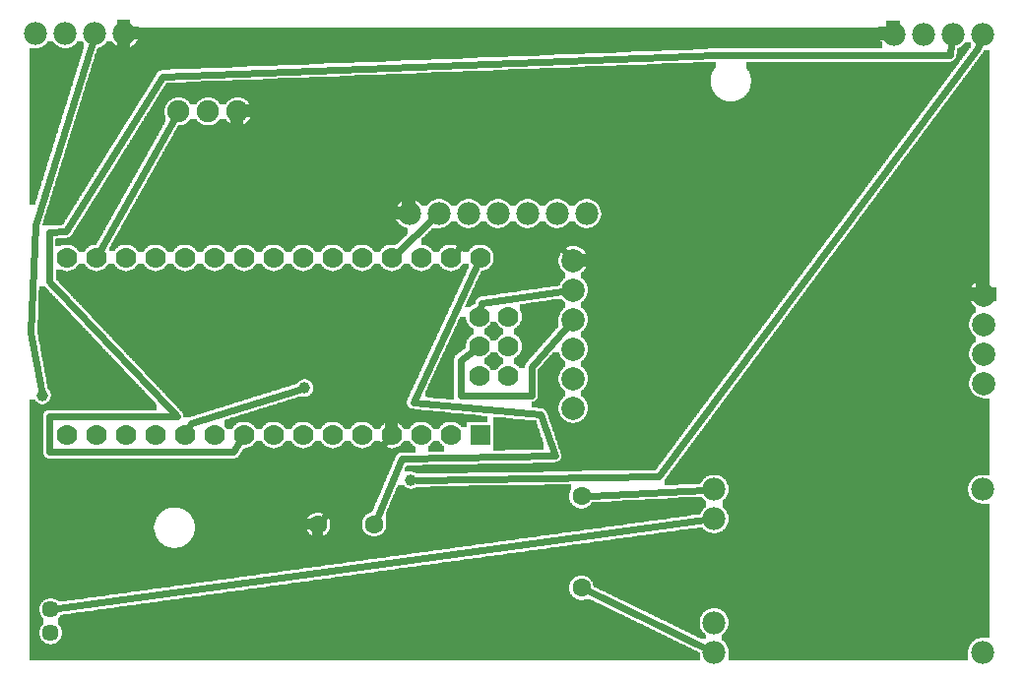
<source format=gtl>
G04 MADE WITH FRITZING*
G04 WWW.FRITZING.ORG*
G04 DOUBLE SIDED*
G04 HOLES PLATED*
G04 CONTOUR ON CENTER OF CONTOUR VECTOR*
%ASAXBY*%
%FSLAX23Y23*%
%MOIN*%
%OFA0B0*%
%SFA1.0B1.0*%
%ADD10C,0.075000*%
%ADD11C,0.062992*%
%ADD12C,0.039370*%
%ADD13C,0.070000*%
%ADD14C,0.078000*%
%ADD15C,0.078861*%
%ADD16C,0.078833*%
%ADD17C,0.064972*%
%ADD18C,0.064944*%
%ADD19C,0.057000*%
%ADD20R,0.070000X0.069958*%
%ADD21C,0.024000*%
%LNCOPPER1*%
G90*
G70*
G54D10*
X105Y2034D03*
X309Y2034D03*
X247Y1278D03*
X1759Y1194D03*
X2532Y2021D03*
X3212Y1921D03*
X1674Y810D03*
G54D11*
X1207Y501D03*
X1017Y499D03*
X1909Y286D03*
X1909Y596D03*
G54D12*
X972Y962D03*
X1332Y650D03*
X84Y938D03*
G54D13*
X1567Y804D03*
X1467Y804D03*
X1367Y804D03*
X1267Y804D03*
X1167Y804D03*
X1067Y804D03*
X967Y804D03*
X867Y804D03*
X767Y804D03*
X667Y804D03*
X567Y804D03*
X467Y804D03*
X367Y804D03*
X267Y804D03*
X167Y804D03*
X1567Y1404D03*
X1467Y1404D03*
X1367Y1404D03*
X1267Y1404D03*
X1167Y1404D03*
X1067Y1404D03*
X967Y1404D03*
X867Y1404D03*
X767Y1404D03*
X667Y1404D03*
X567Y1404D03*
X467Y1404D03*
X367Y1404D03*
X267Y1404D03*
X167Y1404D03*
X1662Y1004D03*
X1563Y1004D03*
X1662Y1104D03*
X1563Y1104D03*
X1662Y1204D03*
X1563Y1204D03*
X1567Y804D03*
X1467Y804D03*
X1367Y804D03*
X1267Y804D03*
X1167Y804D03*
X1067Y804D03*
X967Y804D03*
X867Y804D03*
X767Y804D03*
X667Y804D03*
X567Y804D03*
X467Y804D03*
X367Y804D03*
X267Y804D03*
X167Y804D03*
X1567Y1404D03*
X1467Y1404D03*
X1367Y1404D03*
X1267Y1404D03*
X1167Y1404D03*
X1067Y1404D03*
X967Y1404D03*
X867Y1404D03*
X767Y1404D03*
X667Y1404D03*
X567Y1404D03*
X467Y1404D03*
X367Y1404D03*
X267Y1404D03*
X167Y1404D03*
X1662Y1004D03*
X1563Y1004D03*
X1662Y1104D03*
X1563Y1104D03*
X1662Y1204D03*
X1563Y1204D03*
G54D14*
X3267Y620D03*
X3267Y68D03*
X2358Y620D03*
X2358Y519D03*
X2358Y168D03*
X2358Y68D03*
X3267Y620D03*
X3267Y68D03*
X2358Y620D03*
X2358Y519D03*
X2358Y168D03*
X2358Y68D03*
G54D10*
X745Y1899D03*
X645Y1899D03*
X545Y1899D03*
G54D15*
X1881Y1394D03*
X1881Y1294D03*
X1881Y1194D03*
X1881Y1094D03*
X1881Y994D03*
X1881Y894D03*
G54D16*
X3271Y1278D03*
X3271Y1178D03*
X3271Y1078D03*
X3271Y978D03*
G54D17*
X1881Y1394D03*
X1881Y1294D03*
X1881Y1194D03*
X1881Y1094D03*
X1881Y994D03*
X1881Y894D03*
G54D18*
X3271Y1278D03*
X3271Y1178D03*
X3271Y1078D03*
X3271Y978D03*
G54D14*
X1926Y1553D03*
X1826Y1553D03*
X1726Y1553D03*
X1626Y1553D03*
X1526Y1553D03*
X1426Y1553D03*
X1326Y1553D03*
G54D19*
X112Y133D03*
X112Y212D03*
X112Y133D03*
X112Y212D03*
X112Y133D03*
X112Y212D03*
G54D14*
X362Y2162D03*
X262Y2162D03*
X162Y2162D03*
X62Y2162D03*
X362Y2162D03*
X262Y2162D03*
X162Y2162D03*
X62Y2162D03*
X3267Y2160D03*
X3167Y2160D03*
X3067Y2160D03*
X2967Y2160D03*
X3267Y2160D03*
X3167Y2160D03*
X3067Y2160D03*
X2967Y2160D03*
G54D20*
X1567Y804D03*
X1567Y804D03*
G54D21*
X531Y1874D02*
X281Y1429D01*
D02*
X1340Y914D02*
X1555Y1378D01*
D02*
X1771Y872D02*
X1340Y914D01*
D02*
X1819Y733D02*
X1771Y872D01*
D02*
X1301Y722D02*
X1819Y733D01*
D02*
X1219Y529D02*
X1301Y722D01*
D02*
X1037Y523D02*
X1248Y782D01*
D02*
X1939Y598D02*
X2328Y618D01*
D02*
X1936Y272D02*
X2331Y81D01*
D02*
X137Y215D02*
X2328Y515D01*
D02*
X1404Y1533D02*
X1288Y1424D01*
D02*
X1572Y1250D02*
X1568Y1233D01*
D02*
X1845Y1289D02*
X1572Y1250D01*
D02*
X588Y842D02*
X581Y830D01*
D02*
X954Y957D02*
X588Y842D01*
D02*
X540Y866D02*
X108Y1322D01*
D02*
X108Y866D02*
X540Y866D01*
D02*
X108Y746D02*
X108Y866D01*
D02*
X732Y746D02*
X108Y746D01*
D02*
X752Y779D02*
X732Y746D01*
D02*
X165Y1493D02*
X492Y2018D01*
D02*
X106Y1490D02*
X165Y1493D01*
D02*
X108Y1322D02*
X106Y1490D01*
D02*
X492Y2018D02*
X2364Y2090D01*
D02*
X1351Y651D02*
X2172Y663D01*
D02*
X3156Y2090D02*
X3162Y2131D01*
D02*
X2364Y2090D02*
X3156Y2090D01*
D02*
X2172Y663D02*
X3252Y2114D01*
X3252Y2114D02*
X3258Y2132D01*
D02*
X45Y1150D02*
X81Y957D01*
D02*
X60Y1514D02*
X45Y1150D01*
D02*
X253Y2134D02*
X60Y1514D01*
D02*
X1524Y1466D02*
X1487Y1425D01*
D02*
X1812Y1466D02*
X1524Y1466D01*
D02*
X1856Y1420D02*
X1812Y1466D01*
D02*
X1539Y1087D02*
X1500Y1058D01*
D02*
X1740Y1034D02*
X1857Y1167D01*
D02*
X1740Y938D02*
X1740Y1034D01*
D02*
X1500Y938D02*
X1740Y938D01*
D02*
X1500Y1058D02*
X1500Y938D01*
G36*
X102Y2136D02*
X102Y2132D01*
X100Y2132D01*
X100Y2130D01*
X98Y2130D01*
X98Y2128D01*
X96Y2128D01*
X96Y2126D01*
X94Y2126D01*
X94Y2124D01*
X92Y2124D01*
X92Y2122D01*
X88Y2122D01*
X88Y2120D01*
X84Y2120D01*
X84Y2118D01*
X80Y2118D01*
X80Y2116D01*
X74Y2116D01*
X74Y2114D01*
X150Y2114D01*
X150Y2116D01*
X144Y2116D01*
X144Y2118D01*
X140Y2118D01*
X140Y2120D01*
X136Y2120D01*
X136Y2122D01*
X132Y2122D01*
X132Y2124D01*
X130Y2124D01*
X130Y2126D01*
X128Y2126D01*
X128Y2128D01*
X126Y2128D01*
X126Y2130D01*
X124Y2130D01*
X124Y2132D01*
X122Y2132D01*
X122Y2136D01*
X102Y2136D01*
G37*
D02*
G36*
X202Y2136D02*
X202Y2132D01*
X200Y2132D01*
X200Y2130D01*
X198Y2130D01*
X198Y2128D01*
X196Y2128D01*
X196Y2126D01*
X194Y2126D01*
X194Y2124D01*
X192Y2124D01*
X192Y2122D01*
X188Y2122D01*
X188Y2120D01*
X184Y2120D01*
X184Y2118D01*
X180Y2118D01*
X180Y2116D01*
X174Y2116D01*
X174Y2114D01*
X224Y2114D01*
X224Y2132D01*
X222Y2132D01*
X222Y2136D01*
X202Y2136D01*
G37*
D02*
G36*
X40Y2114D02*
X40Y2112D01*
X224Y2112D01*
X224Y2114D01*
X40Y2114D01*
G37*
D02*
G36*
X40Y2114D02*
X40Y2112D01*
X224Y2112D01*
X224Y2114D01*
X40Y2114D01*
G37*
D02*
G36*
X40Y2112D02*
X40Y1584D01*
X60Y1584D01*
X60Y1592D01*
X62Y1592D01*
X62Y1598D01*
X64Y1598D01*
X64Y1604D01*
X66Y1604D01*
X66Y1610D01*
X68Y1610D01*
X68Y1616D01*
X70Y1616D01*
X70Y1624D01*
X72Y1624D01*
X72Y1630D01*
X74Y1630D01*
X74Y1636D01*
X76Y1636D01*
X76Y1642D01*
X78Y1642D01*
X78Y1648D01*
X80Y1648D01*
X80Y1656D01*
X82Y1656D01*
X82Y1662D01*
X84Y1662D01*
X84Y1668D01*
X86Y1668D01*
X86Y1674D01*
X88Y1674D01*
X88Y1680D01*
X90Y1680D01*
X90Y1688D01*
X92Y1688D01*
X92Y1694D01*
X94Y1694D01*
X94Y1700D01*
X96Y1700D01*
X96Y1706D01*
X98Y1706D01*
X98Y1714D01*
X100Y1714D01*
X100Y1720D01*
X102Y1720D01*
X102Y1726D01*
X104Y1726D01*
X104Y1732D01*
X106Y1732D01*
X106Y1738D01*
X108Y1738D01*
X108Y1746D01*
X110Y1746D01*
X110Y1752D01*
X112Y1752D01*
X112Y1758D01*
X114Y1758D01*
X114Y1764D01*
X116Y1764D01*
X116Y1770D01*
X118Y1770D01*
X118Y1778D01*
X120Y1778D01*
X120Y1784D01*
X122Y1784D01*
X122Y1790D01*
X124Y1790D01*
X124Y1796D01*
X126Y1796D01*
X126Y1802D01*
X128Y1802D01*
X128Y1810D01*
X130Y1810D01*
X130Y1816D01*
X132Y1816D01*
X132Y1822D01*
X134Y1822D01*
X134Y1828D01*
X136Y1828D01*
X136Y1834D01*
X138Y1834D01*
X138Y1842D01*
X140Y1842D01*
X140Y1848D01*
X142Y1848D01*
X142Y1854D01*
X144Y1854D01*
X144Y1860D01*
X146Y1860D01*
X146Y1868D01*
X148Y1868D01*
X148Y1874D01*
X150Y1874D01*
X150Y1880D01*
X152Y1880D01*
X152Y1886D01*
X154Y1886D01*
X154Y1892D01*
X156Y1892D01*
X156Y1900D01*
X158Y1900D01*
X158Y1906D01*
X160Y1906D01*
X160Y1912D01*
X162Y1912D01*
X162Y1918D01*
X164Y1918D01*
X164Y1924D01*
X166Y1924D01*
X166Y1932D01*
X168Y1932D01*
X168Y1938D01*
X170Y1938D01*
X170Y1944D01*
X172Y1944D01*
X172Y1950D01*
X174Y1950D01*
X174Y1956D01*
X176Y1956D01*
X176Y1964D01*
X178Y1964D01*
X178Y1970D01*
X180Y1970D01*
X180Y1976D01*
X182Y1976D01*
X182Y1982D01*
X184Y1982D01*
X184Y1988D01*
X186Y1988D01*
X186Y1996D01*
X188Y1996D01*
X188Y2002D01*
X190Y2002D01*
X190Y2008D01*
X192Y2008D01*
X192Y2014D01*
X194Y2014D01*
X194Y2022D01*
X196Y2022D01*
X196Y2028D01*
X198Y2028D01*
X198Y2034D01*
X200Y2034D01*
X200Y2040D01*
X202Y2040D01*
X202Y2046D01*
X204Y2046D01*
X204Y2054D01*
X206Y2054D01*
X206Y2060D01*
X208Y2060D01*
X208Y2066D01*
X210Y2066D01*
X210Y2072D01*
X212Y2072D01*
X212Y2078D01*
X214Y2078D01*
X214Y2086D01*
X216Y2086D01*
X216Y2092D01*
X218Y2092D01*
X218Y2098D01*
X220Y2098D01*
X220Y2104D01*
X222Y2104D01*
X222Y2110D01*
X224Y2110D01*
X224Y2112D01*
X40Y2112D01*
G37*
D02*
G36*
X410Y2182D02*
X410Y2150D01*
X408Y2150D01*
X408Y2142D01*
X406Y2142D01*
X406Y2140D01*
X404Y2140D01*
X404Y2136D01*
X402Y2136D01*
X402Y2132D01*
X400Y2132D01*
X400Y2130D01*
X398Y2130D01*
X398Y2128D01*
X396Y2128D01*
X396Y2126D01*
X394Y2126D01*
X394Y2124D01*
X392Y2124D01*
X392Y2122D01*
X388Y2122D01*
X388Y2120D01*
X384Y2120D01*
X384Y2118D01*
X380Y2118D01*
X380Y2116D01*
X374Y2116D01*
X374Y2114D01*
X2928Y2114D01*
X2928Y2132D01*
X2926Y2132D01*
X2926Y2136D01*
X2924Y2136D01*
X2924Y2138D01*
X2922Y2138D01*
X2922Y2144D01*
X2920Y2144D01*
X2920Y2150D01*
X2918Y2150D01*
X2918Y2182D01*
X410Y2182D01*
G37*
D02*
G36*
X302Y2136D02*
X302Y2132D01*
X300Y2132D01*
X300Y2130D01*
X298Y2130D01*
X298Y2128D01*
X296Y2128D01*
X296Y2126D01*
X294Y2126D01*
X294Y2124D01*
X292Y2124D01*
X292Y2122D01*
X288Y2122D01*
X288Y2120D01*
X284Y2120D01*
X284Y2118D01*
X280Y2118D01*
X280Y2116D01*
X274Y2116D01*
X274Y2114D01*
X350Y2114D01*
X350Y2116D01*
X344Y2116D01*
X344Y2118D01*
X340Y2118D01*
X340Y2120D01*
X336Y2120D01*
X336Y2122D01*
X332Y2122D01*
X332Y2124D01*
X330Y2124D01*
X330Y2126D01*
X328Y2126D01*
X328Y2128D01*
X326Y2128D01*
X326Y2130D01*
X324Y2130D01*
X324Y2132D01*
X322Y2132D01*
X322Y2136D01*
X302Y2136D01*
G37*
D02*
G36*
X270Y2114D02*
X270Y2112D01*
X2928Y2112D01*
X2928Y2114D01*
X270Y2114D01*
G37*
D02*
G36*
X270Y2114D02*
X270Y2112D01*
X2928Y2112D01*
X2928Y2114D01*
X270Y2114D01*
G37*
D02*
G36*
X270Y2112D02*
X270Y2110D01*
X268Y2110D01*
X268Y2104D01*
X266Y2104D01*
X266Y2098D01*
X264Y2098D01*
X264Y2092D01*
X262Y2092D01*
X262Y2084D01*
X260Y2084D01*
X260Y2078D01*
X258Y2078D01*
X258Y2072D01*
X256Y2072D01*
X256Y2066D01*
X254Y2066D01*
X254Y2060D01*
X252Y2060D01*
X252Y2052D01*
X250Y2052D01*
X250Y2046D01*
X248Y2046D01*
X248Y2040D01*
X246Y2040D01*
X246Y2034D01*
X244Y2034D01*
X244Y2028D01*
X242Y2028D01*
X242Y2020D01*
X240Y2020D01*
X240Y2014D01*
X238Y2014D01*
X238Y2008D01*
X236Y2008D01*
X236Y2002D01*
X234Y2002D01*
X234Y1996D01*
X232Y1996D01*
X232Y1988D01*
X230Y1988D01*
X230Y1982D01*
X228Y1982D01*
X228Y1976D01*
X226Y1976D01*
X226Y1970D01*
X224Y1970D01*
X224Y1964D01*
X222Y1964D01*
X222Y1956D01*
X220Y1956D01*
X220Y1950D01*
X218Y1950D01*
X218Y1944D01*
X216Y1944D01*
X216Y1938D01*
X214Y1938D01*
X214Y1930D01*
X212Y1930D01*
X212Y1924D01*
X210Y1924D01*
X210Y1918D01*
X208Y1918D01*
X208Y1912D01*
X206Y1912D01*
X206Y1906D01*
X204Y1906D01*
X204Y1898D01*
X202Y1898D01*
X202Y1892D01*
X200Y1892D01*
X200Y1886D01*
X198Y1886D01*
X198Y1880D01*
X196Y1880D01*
X196Y1874D01*
X194Y1874D01*
X194Y1866D01*
X192Y1866D01*
X192Y1860D01*
X190Y1860D01*
X190Y1854D01*
X188Y1854D01*
X188Y1848D01*
X186Y1848D01*
X186Y1842D01*
X184Y1842D01*
X184Y1834D01*
X182Y1834D01*
X182Y1828D01*
X180Y1828D01*
X180Y1822D01*
X178Y1822D01*
X178Y1816D01*
X176Y1816D01*
X176Y1810D01*
X174Y1810D01*
X174Y1802D01*
X172Y1802D01*
X172Y1796D01*
X170Y1796D01*
X170Y1790D01*
X168Y1790D01*
X168Y1784D01*
X166Y1784D01*
X166Y1776D01*
X164Y1776D01*
X164Y1770D01*
X162Y1770D01*
X162Y1764D01*
X160Y1764D01*
X160Y1758D01*
X158Y1758D01*
X158Y1752D01*
X156Y1752D01*
X156Y1744D01*
X154Y1744D01*
X154Y1738D01*
X152Y1738D01*
X152Y1732D01*
X150Y1732D01*
X150Y1726D01*
X148Y1726D01*
X148Y1720D01*
X146Y1720D01*
X146Y1712D01*
X144Y1712D01*
X144Y1706D01*
X142Y1706D01*
X142Y1700D01*
X140Y1700D01*
X140Y1694D01*
X138Y1694D01*
X138Y1688D01*
X136Y1688D01*
X136Y1680D01*
X134Y1680D01*
X134Y1674D01*
X132Y1674D01*
X132Y1668D01*
X130Y1668D01*
X130Y1662D01*
X128Y1662D01*
X128Y1656D01*
X126Y1656D01*
X126Y1648D01*
X124Y1648D01*
X124Y1642D01*
X122Y1642D01*
X122Y1636D01*
X120Y1636D01*
X120Y1630D01*
X118Y1630D01*
X118Y1622D01*
X116Y1622D01*
X116Y1616D01*
X114Y1616D01*
X114Y1610D01*
X112Y1610D01*
X112Y1604D01*
X110Y1604D01*
X110Y1598D01*
X108Y1598D01*
X108Y1590D01*
X106Y1590D01*
X106Y1584D01*
X104Y1584D01*
X104Y1578D01*
X102Y1578D01*
X102Y1572D01*
X100Y1572D01*
X100Y1566D01*
X98Y1566D01*
X98Y1558D01*
X96Y1558D01*
X96Y1552D01*
X94Y1552D01*
X94Y1546D01*
X92Y1546D01*
X92Y1540D01*
X90Y1540D01*
X90Y1534D01*
X88Y1534D01*
X88Y1526D01*
X86Y1526D01*
X86Y1520D01*
X84Y1520D01*
X84Y1514D01*
X82Y1514D01*
X82Y1512D01*
X130Y1512D01*
X130Y1514D01*
X152Y1514D01*
X152Y1516D01*
X154Y1516D01*
X154Y1518D01*
X156Y1518D01*
X156Y1522D01*
X158Y1522D01*
X158Y1524D01*
X160Y1524D01*
X160Y1528D01*
X162Y1528D01*
X162Y1532D01*
X164Y1532D01*
X164Y1534D01*
X166Y1534D01*
X166Y1538D01*
X168Y1538D01*
X168Y1540D01*
X170Y1540D01*
X170Y1544D01*
X172Y1544D01*
X172Y1548D01*
X174Y1548D01*
X174Y1550D01*
X176Y1550D01*
X176Y1554D01*
X178Y1554D01*
X178Y1556D01*
X180Y1556D01*
X180Y1560D01*
X182Y1560D01*
X182Y1564D01*
X184Y1564D01*
X184Y1566D01*
X186Y1566D01*
X186Y1570D01*
X188Y1570D01*
X188Y1572D01*
X190Y1572D01*
X190Y1576D01*
X192Y1576D01*
X192Y1580D01*
X194Y1580D01*
X194Y1582D01*
X196Y1582D01*
X196Y1586D01*
X198Y1586D01*
X198Y1588D01*
X200Y1588D01*
X200Y1592D01*
X202Y1592D01*
X202Y1596D01*
X204Y1596D01*
X204Y1598D01*
X206Y1598D01*
X206Y1602D01*
X208Y1602D01*
X208Y1606D01*
X210Y1606D01*
X210Y1608D01*
X212Y1608D01*
X212Y1612D01*
X214Y1612D01*
X214Y1614D01*
X216Y1614D01*
X216Y1618D01*
X218Y1618D01*
X218Y1622D01*
X220Y1622D01*
X220Y1624D01*
X222Y1624D01*
X222Y1628D01*
X224Y1628D01*
X224Y1630D01*
X226Y1630D01*
X226Y1634D01*
X228Y1634D01*
X228Y1638D01*
X230Y1638D01*
X230Y1640D01*
X232Y1640D01*
X232Y1644D01*
X234Y1644D01*
X234Y1646D01*
X236Y1646D01*
X236Y1650D01*
X238Y1650D01*
X238Y1654D01*
X240Y1654D01*
X240Y1656D01*
X242Y1656D01*
X242Y1660D01*
X244Y1660D01*
X244Y1662D01*
X246Y1662D01*
X246Y1666D01*
X248Y1666D01*
X248Y1670D01*
X250Y1670D01*
X250Y1672D01*
X252Y1672D01*
X252Y1676D01*
X254Y1676D01*
X254Y1678D01*
X256Y1678D01*
X256Y1682D01*
X258Y1682D01*
X258Y1686D01*
X260Y1686D01*
X260Y1688D01*
X262Y1688D01*
X262Y1692D01*
X264Y1692D01*
X264Y1694D01*
X266Y1694D01*
X266Y1698D01*
X268Y1698D01*
X268Y1702D01*
X270Y1702D01*
X270Y1704D01*
X272Y1704D01*
X272Y1708D01*
X274Y1708D01*
X274Y1712D01*
X276Y1712D01*
X276Y1714D01*
X278Y1714D01*
X278Y1718D01*
X280Y1718D01*
X280Y1720D01*
X282Y1720D01*
X282Y1724D01*
X284Y1724D01*
X284Y1728D01*
X286Y1728D01*
X286Y1730D01*
X288Y1730D01*
X288Y1734D01*
X290Y1734D01*
X290Y1736D01*
X292Y1736D01*
X292Y1740D01*
X294Y1740D01*
X294Y1744D01*
X296Y1744D01*
X296Y1746D01*
X298Y1746D01*
X298Y1750D01*
X300Y1750D01*
X300Y1752D01*
X302Y1752D01*
X302Y1756D01*
X304Y1756D01*
X304Y1760D01*
X306Y1760D01*
X306Y1762D01*
X308Y1762D01*
X308Y1766D01*
X310Y1766D01*
X310Y1768D01*
X312Y1768D01*
X312Y1772D01*
X314Y1772D01*
X314Y1776D01*
X316Y1776D01*
X316Y1778D01*
X318Y1778D01*
X318Y1782D01*
X320Y1782D01*
X320Y1784D01*
X322Y1784D01*
X322Y1788D01*
X324Y1788D01*
X324Y1792D01*
X326Y1792D01*
X326Y1794D01*
X328Y1794D01*
X328Y1798D01*
X330Y1798D01*
X330Y1802D01*
X332Y1802D01*
X332Y1804D01*
X334Y1804D01*
X334Y1808D01*
X336Y1808D01*
X336Y1810D01*
X338Y1810D01*
X338Y1814D01*
X340Y1814D01*
X340Y1818D01*
X342Y1818D01*
X342Y1820D01*
X344Y1820D01*
X344Y1824D01*
X346Y1824D01*
X346Y1826D01*
X348Y1826D01*
X348Y1830D01*
X350Y1830D01*
X350Y1834D01*
X352Y1834D01*
X352Y1836D01*
X354Y1836D01*
X354Y1840D01*
X356Y1840D01*
X356Y1842D01*
X358Y1842D01*
X358Y1846D01*
X360Y1846D01*
X360Y1850D01*
X362Y1850D01*
X362Y1852D01*
X364Y1852D01*
X364Y1856D01*
X366Y1856D01*
X366Y1858D01*
X368Y1858D01*
X368Y1862D01*
X370Y1862D01*
X370Y1866D01*
X372Y1866D01*
X372Y1868D01*
X374Y1868D01*
X374Y1872D01*
X376Y1872D01*
X376Y1874D01*
X378Y1874D01*
X378Y1878D01*
X380Y1878D01*
X380Y1882D01*
X382Y1882D01*
X382Y1884D01*
X384Y1884D01*
X384Y1888D01*
X386Y1888D01*
X386Y1890D01*
X388Y1890D01*
X388Y1894D01*
X390Y1894D01*
X390Y1898D01*
X392Y1898D01*
X392Y1900D01*
X394Y1900D01*
X394Y1904D01*
X396Y1904D01*
X396Y1908D01*
X398Y1908D01*
X398Y1910D01*
X400Y1910D01*
X400Y1914D01*
X402Y1914D01*
X402Y1916D01*
X404Y1916D01*
X404Y1920D01*
X406Y1920D01*
X406Y1924D01*
X408Y1924D01*
X408Y1926D01*
X410Y1926D01*
X410Y1930D01*
X412Y1930D01*
X412Y1932D01*
X414Y1932D01*
X414Y1936D01*
X416Y1936D01*
X416Y1940D01*
X418Y1940D01*
X418Y1942D01*
X420Y1942D01*
X420Y1946D01*
X422Y1946D01*
X422Y1948D01*
X424Y1948D01*
X424Y1952D01*
X426Y1952D01*
X426Y1956D01*
X428Y1956D01*
X428Y1958D01*
X430Y1958D01*
X430Y1962D01*
X432Y1962D01*
X432Y1964D01*
X434Y1964D01*
X434Y1968D01*
X436Y1968D01*
X436Y1972D01*
X438Y1972D01*
X438Y1974D01*
X440Y1974D01*
X440Y1978D01*
X442Y1978D01*
X442Y1980D01*
X444Y1980D01*
X444Y1984D01*
X446Y1984D01*
X446Y1988D01*
X448Y1988D01*
X448Y1990D01*
X450Y1990D01*
X450Y1994D01*
X452Y1994D01*
X452Y1998D01*
X454Y1998D01*
X454Y2000D01*
X456Y2000D01*
X456Y2004D01*
X458Y2004D01*
X458Y2006D01*
X460Y2006D01*
X460Y2010D01*
X462Y2010D01*
X462Y2014D01*
X464Y2014D01*
X464Y2016D01*
X466Y2016D01*
X466Y2020D01*
X468Y2020D01*
X468Y2022D01*
X470Y2022D01*
X470Y2026D01*
X472Y2026D01*
X472Y2030D01*
X474Y2030D01*
X474Y2032D01*
X476Y2032D01*
X476Y2034D01*
X478Y2034D01*
X478Y2036D01*
X482Y2036D01*
X482Y2038D01*
X486Y2038D01*
X486Y2040D01*
X518Y2040D01*
X518Y2042D01*
X570Y2042D01*
X570Y2044D01*
X622Y2044D01*
X622Y2046D01*
X674Y2046D01*
X674Y2048D01*
X726Y2048D01*
X726Y2050D01*
X778Y2050D01*
X778Y2052D01*
X830Y2052D01*
X830Y2054D01*
X882Y2054D01*
X882Y2056D01*
X934Y2056D01*
X934Y2058D01*
X986Y2058D01*
X986Y2060D01*
X1038Y2060D01*
X1038Y2062D01*
X1090Y2062D01*
X1090Y2064D01*
X1142Y2064D01*
X1142Y2066D01*
X1194Y2066D01*
X1194Y2068D01*
X1246Y2068D01*
X1246Y2070D01*
X1298Y2070D01*
X1298Y2072D01*
X1350Y2072D01*
X1350Y2074D01*
X1402Y2074D01*
X1402Y2076D01*
X1454Y2076D01*
X1454Y2078D01*
X1506Y2078D01*
X1506Y2080D01*
X1558Y2080D01*
X1558Y2082D01*
X1610Y2082D01*
X1610Y2084D01*
X1662Y2084D01*
X1662Y2086D01*
X1714Y2086D01*
X1714Y2088D01*
X1766Y2088D01*
X1766Y2090D01*
X1818Y2090D01*
X1818Y2092D01*
X1870Y2092D01*
X1870Y2094D01*
X1922Y2094D01*
X1922Y2096D01*
X1974Y2096D01*
X1974Y2098D01*
X2026Y2098D01*
X2026Y2100D01*
X2078Y2100D01*
X2078Y2102D01*
X2130Y2102D01*
X2130Y2104D01*
X2182Y2104D01*
X2182Y2106D01*
X2234Y2106D01*
X2234Y2108D01*
X2286Y2108D01*
X2286Y2110D01*
X2338Y2110D01*
X2338Y2112D01*
X270Y2112D01*
G37*
D02*
G36*
X206Y1384D02*
X206Y1380D01*
X204Y1380D01*
X204Y1378D01*
X202Y1378D01*
X202Y1374D01*
X200Y1374D01*
X200Y1372D01*
X198Y1372D01*
X198Y1370D01*
X196Y1370D01*
X196Y1368D01*
X192Y1368D01*
X192Y1366D01*
X190Y1366D01*
X190Y1364D01*
X186Y1364D01*
X186Y1362D01*
X180Y1362D01*
X180Y1360D01*
X170Y1360D01*
X170Y1358D01*
X264Y1358D01*
X264Y1360D01*
X254Y1360D01*
X254Y1362D01*
X248Y1362D01*
X248Y1364D01*
X244Y1364D01*
X244Y1366D01*
X242Y1366D01*
X242Y1368D01*
X238Y1368D01*
X238Y1370D01*
X236Y1370D01*
X236Y1372D01*
X234Y1372D01*
X234Y1374D01*
X232Y1374D01*
X232Y1378D01*
X230Y1378D01*
X230Y1380D01*
X228Y1380D01*
X228Y1384D01*
X206Y1384D01*
G37*
D02*
G36*
X306Y1384D02*
X306Y1380D01*
X304Y1380D01*
X304Y1378D01*
X302Y1378D01*
X302Y1374D01*
X300Y1374D01*
X300Y1372D01*
X298Y1372D01*
X298Y1370D01*
X296Y1370D01*
X296Y1368D01*
X292Y1368D01*
X292Y1366D01*
X290Y1366D01*
X290Y1364D01*
X286Y1364D01*
X286Y1362D01*
X280Y1362D01*
X280Y1360D01*
X270Y1360D01*
X270Y1358D01*
X364Y1358D01*
X364Y1360D01*
X354Y1360D01*
X354Y1362D01*
X348Y1362D01*
X348Y1364D01*
X344Y1364D01*
X344Y1366D01*
X342Y1366D01*
X342Y1368D01*
X338Y1368D01*
X338Y1370D01*
X336Y1370D01*
X336Y1372D01*
X334Y1372D01*
X334Y1374D01*
X332Y1374D01*
X332Y1378D01*
X330Y1378D01*
X330Y1380D01*
X328Y1380D01*
X328Y1384D01*
X306Y1384D01*
G37*
D02*
G36*
X406Y1384D02*
X406Y1380D01*
X404Y1380D01*
X404Y1378D01*
X402Y1378D01*
X402Y1374D01*
X400Y1374D01*
X400Y1372D01*
X398Y1372D01*
X398Y1370D01*
X396Y1370D01*
X396Y1368D01*
X392Y1368D01*
X392Y1366D01*
X390Y1366D01*
X390Y1364D01*
X386Y1364D01*
X386Y1362D01*
X380Y1362D01*
X380Y1360D01*
X370Y1360D01*
X370Y1358D01*
X464Y1358D01*
X464Y1360D01*
X454Y1360D01*
X454Y1362D01*
X448Y1362D01*
X448Y1364D01*
X444Y1364D01*
X444Y1366D01*
X442Y1366D01*
X442Y1368D01*
X438Y1368D01*
X438Y1370D01*
X436Y1370D01*
X436Y1372D01*
X434Y1372D01*
X434Y1374D01*
X432Y1374D01*
X432Y1378D01*
X430Y1378D01*
X430Y1380D01*
X428Y1380D01*
X428Y1384D01*
X406Y1384D01*
G37*
D02*
G36*
X506Y1384D02*
X506Y1380D01*
X504Y1380D01*
X504Y1378D01*
X502Y1378D01*
X502Y1374D01*
X500Y1374D01*
X500Y1372D01*
X498Y1372D01*
X498Y1370D01*
X496Y1370D01*
X496Y1368D01*
X492Y1368D01*
X492Y1366D01*
X490Y1366D01*
X490Y1364D01*
X486Y1364D01*
X486Y1362D01*
X480Y1362D01*
X480Y1360D01*
X470Y1360D01*
X470Y1358D01*
X564Y1358D01*
X564Y1360D01*
X554Y1360D01*
X554Y1362D01*
X548Y1362D01*
X548Y1364D01*
X544Y1364D01*
X544Y1366D01*
X542Y1366D01*
X542Y1368D01*
X538Y1368D01*
X538Y1370D01*
X536Y1370D01*
X536Y1372D01*
X534Y1372D01*
X534Y1374D01*
X532Y1374D01*
X532Y1378D01*
X530Y1378D01*
X530Y1380D01*
X528Y1380D01*
X528Y1384D01*
X506Y1384D01*
G37*
D02*
G36*
X606Y1384D02*
X606Y1380D01*
X604Y1380D01*
X604Y1378D01*
X602Y1378D01*
X602Y1374D01*
X600Y1374D01*
X600Y1372D01*
X598Y1372D01*
X598Y1370D01*
X596Y1370D01*
X596Y1368D01*
X592Y1368D01*
X592Y1366D01*
X590Y1366D01*
X590Y1364D01*
X586Y1364D01*
X586Y1362D01*
X580Y1362D01*
X580Y1360D01*
X570Y1360D01*
X570Y1358D01*
X664Y1358D01*
X664Y1360D01*
X654Y1360D01*
X654Y1362D01*
X648Y1362D01*
X648Y1364D01*
X644Y1364D01*
X644Y1366D01*
X642Y1366D01*
X642Y1368D01*
X638Y1368D01*
X638Y1370D01*
X636Y1370D01*
X636Y1372D01*
X634Y1372D01*
X634Y1374D01*
X632Y1374D01*
X632Y1378D01*
X630Y1378D01*
X630Y1380D01*
X628Y1380D01*
X628Y1384D01*
X606Y1384D01*
G37*
D02*
G36*
X706Y1384D02*
X706Y1380D01*
X704Y1380D01*
X704Y1378D01*
X702Y1378D01*
X702Y1374D01*
X700Y1374D01*
X700Y1372D01*
X698Y1372D01*
X698Y1370D01*
X696Y1370D01*
X696Y1368D01*
X692Y1368D01*
X692Y1366D01*
X690Y1366D01*
X690Y1364D01*
X686Y1364D01*
X686Y1362D01*
X680Y1362D01*
X680Y1360D01*
X670Y1360D01*
X670Y1358D01*
X764Y1358D01*
X764Y1360D01*
X754Y1360D01*
X754Y1362D01*
X748Y1362D01*
X748Y1364D01*
X744Y1364D01*
X744Y1366D01*
X742Y1366D01*
X742Y1368D01*
X738Y1368D01*
X738Y1370D01*
X736Y1370D01*
X736Y1372D01*
X734Y1372D01*
X734Y1374D01*
X732Y1374D01*
X732Y1378D01*
X730Y1378D01*
X730Y1380D01*
X728Y1380D01*
X728Y1384D01*
X706Y1384D01*
G37*
D02*
G36*
X806Y1384D02*
X806Y1380D01*
X804Y1380D01*
X804Y1378D01*
X802Y1378D01*
X802Y1374D01*
X800Y1374D01*
X800Y1372D01*
X798Y1372D01*
X798Y1370D01*
X796Y1370D01*
X796Y1368D01*
X792Y1368D01*
X792Y1366D01*
X790Y1366D01*
X790Y1364D01*
X786Y1364D01*
X786Y1362D01*
X780Y1362D01*
X780Y1360D01*
X770Y1360D01*
X770Y1358D01*
X864Y1358D01*
X864Y1360D01*
X854Y1360D01*
X854Y1362D01*
X848Y1362D01*
X848Y1364D01*
X844Y1364D01*
X844Y1366D01*
X842Y1366D01*
X842Y1368D01*
X838Y1368D01*
X838Y1370D01*
X836Y1370D01*
X836Y1372D01*
X834Y1372D01*
X834Y1374D01*
X832Y1374D01*
X832Y1378D01*
X830Y1378D01*
X830Y1380D01*
X828Y1380D01*
X828Y1384D01*
X806Y1384D01*
G37*
D02*
G36*
X906Y1384D02*
X906Y1380D01*
X904Y1380D01*
X904Y1378D01*
X902Y1378D01*
X902Y1374D01*
X900Y1374D01*
X900Y1372D01*
X898Y1372D01*
X898Y1370D01*
X896Y1370D01*
X896Y1368D01*
X892Y1368D01*
X892Y1366D01*
X890Y1366D01*
X890Y1364D01*
X886Y1364D01*
X886Y1362D01*
X880Y1362D01*
X880Y1360D01*
X870Y1360D01*
X870Y1358D01*
X964Y1358D01*
X964Y1360D01*
X954Y1360D01*
X954Y1362D01*
X948Y1362D01*
X948Y1364D01*
X944Y1364D01*
X944Y1366D01*
X942Y1366D01*
X942Y1368D01*
X938Y1368D01*
X938Y1370D01*
X936Y1370D01*
X936Y1372D01*
X934Y1372D01*
X934Y1374D01*
X932Y1374D01*
X932Y1378D01*
X930Y1378D01*
X930Y1380D01*
X928Y1380D01*
X928Y1384D01*
X906Y1384D01*
G37*
D02*
G36*
X1006Y1384D02*
X1006Y1380D01*
X1004Y1380D01*
X1004Y1378D01*
X1002Y1378D01*
X1002Y1374D01*
X1000Y1374D01*
X1000Y1372D01*
X998Y1372D01*
X998Y1370D01*
X996Y1370D01*
X996Y1368D01*
X992Y1368D01*
X992Y1366D01*
X990Y1366D01*
X990Y1364D01*
X986Y1364D01*
X986Y1362D01*
X980Y1362D01*
X980Y1360D01*
X970Y1360D01*
X970Y1358D01*
X1064Y1358D01*
X1064Y1360D01*
X1054Y1360D01*
X1054Y1362D01*
X1048Y1362D01*
X1048Y1364D01*
X1044Y1364D01*
X1044Y1366D01*
X1042Y1366D01*
X1042Y1368D01*
X1038Y1368D01*
X1038Y1370D01*
X1036Y1370D01*
X1036Y1372D01*
X1034Y1372D01*
X1034Y1374D01*
X1032Y1374D01*
X1032Y1378D01*
X1030Y1378D01*
X1030Y1380D01*
X1028Y1380D01*
X1028Y1384D01*
X1006Y1384D01*
G37*
D02*
G36*
X1106Y1384D02*
X1106Y1380D01*
X1104Y1380D01*
X1104Y1378D01*
X1102Y1378D01*
X1102Y1374D01*
X1100Y1374D01*
X1100Y1372D01*
X1098Y1372D01*
X1098Y1370D01*
X1096Y1370D01*
X1096Y1368D01*
X1092Y1368D01*
X1092Y1366D01*
X1090Y1366D01*
X1090Y1364D01*
X1086Y1364D01*
X1086Y1362D01*
X1080Y1362D01*
X1080Y1360D01*
X1070Y1360D01*
X1070Y1358D01*
X1164Y1358D01*
X1164Y1360D01*
X1154Y1360D01*
X1154Y1362D01*
X1148Y1362D01*
X1148Y1364D01*
X1144Y1364D01*
X1144Y1366D01*
X1142Y1366D01*
X1142Y1368D01*
X1138Y1368D01*
X1138Y1370D01*
X1136Y1370D01*
X1136Y1372D01*
X1134Y1372D01*
X1134Y1374D01*
X1132Y1374D01*
X1132Y1378D01*
X1130Y1378D01*
X1130Y1380D01*
X1128Y1380D01*
X1128Y1384D01*
X1106Y1384D01*
G37*
D02*
G36*
X1206Y1384D02*
X1206Y1380D01*
X1204Y1380D01*
X1204Y1378D01*
X1202Y1378D01*
X1202Y1374D01*
X1200Y1374D01*
X1200Y1372D01*
X1198Y1372D01*
X1198Y1370D01*
X1196Y1370D01*
X1196Y1368D01*
X1192Y1368D01*
X1192Y1366D01*
X1190Y1366D01*
X1190Y1364D01*
X1186Y1364D01*
X1186Y1362D01*
X1180Y1362D01*
X1180Y1360D01*
X1170Y1360D01*
X1170Y1358D01*
X1264Y1358D01*
X1264Y1360D01*
X1254Y1360D01*
X1254Y1362D01*
X1248Y1362D01*
X1248Y1364D01*
X1244Y1364D01*
X1244Y1366D01*
X1242Y1366D01*
X1242Y1368D01*
X1238Y1368D01*
X1238Y1370D01*
X1236Y1370D01*
X1236Y1372D01*
X1234Y1372D01*
X1234Y1374D01*
X1232Y1374D01*
X1232Y1378D01*
X1230Y1378D01*
X1230Y1380D01*
X1228Y1380D01*
X1228Y1384D01*
X1206Y1384D01*
G37*
D02*
G36*
X1306Y1384D02*
X1306Y1380D01*
X1304Y1380D01*
X1304Y1378D01*
X1302Y1378D01*
X1302Y1374D01*
X1300Y1374D01*
X1300Y1372D01*
X1298Y1372D01*
X1298Y1370D01*
X1296Y1370D01*
X1296Y1368D01*
X1292Y1368D01*
X1292Y1366D01*
X1290Y1366D01*
X1290Y1364D01*
X1286Y1364D01*
X1286Y1362D01*
X1280Y1362D01*
X1280Y1360D01*
X1270Y1360D01*
X1270Y1358D01*
X1364Y1358D01*
X1364Y1360D01*
X1354Y1360D01*
X1354Y1362D01*
X1348Y1362D01*
X1348Y1364D01*
X1344Y1364D01*
X1344Y1366D01*
X1342Y1366D01*
X1342Y1368D01*
X1338Y1368D01*
X1338Y1370D01*
X1336Y1370D01*
X1336Y1372D01*
X1334Y1372D01*
X1334Y1374D01*
X1332Y1374D01*
X1332Y1378D01*
X1330Y1378D01*
X1330Y1380D01*
X1328Y1380D01*
X1328Y1384D01*
X1306Y1384D01*
G37*
D02*
G36*
X1406Y1384D02*
X1406Y1380D01*
X1404Y1380D01*
X1404Y1378D01*
X1402Y1378D01*
X1402Y1374D01*
X1400Y1374D01*
X1400Y1372D01*
X1398Y1372D01*
X1398Y1370D01*
X1396Y1370D01*
X1396Y1368D01*
X1392Y1368D01*
X1392Y1366D01*
X1390Y1366D01*
X1390Y1364D01*
X1386Y1364D01*
X1386Y1362D01*
X1380Y1362D01*
X1380Y1360D01*
X1370Y1360D01*
X1370Y1358D01*
X1464Y1358D01*
X1464Y1360D01*
X1454Y1360D01*
X1454Y1362D01*
X1448Y1362D01*
X1448Y1364D01*
X1444Y1364D01*
X1444Y1366D01*
X1442Y1366D01*
X1442Y1368D01*
X1438Y1368D01*
X1438Y1370D01*
X1436Y1370D01*
X1436Y1372D01*
X1434Y1372D01*
X1434Y1374D01*
X1432Y1374D01*
X1432Y1378D01*
X1430Y1378D01*
X1430Y1380D01*
X1428Y1380D01*
X1428Y1384D01*
X1406Y1384D01*
G37*
D02*
G36*
X1506Y1384D02*
X1506Y1380D01*
X1504Y1380D01*
X1504Y1378D01*
X1502Y1378D01*
X1502Y1374D01*
X1500Y1374D01*
X1500Y1372D01*
X1498Y1372D01*
X1498Y1370D01*
X1496Y1370D01*
X1496Y1368D01*
X1492Y1368D01*
X1492Y1366D01*
X1490Y1366D01*
X1490Y1364D01*
X1486Y1364D01*
X1486Y1362D01*
X1480Y1362D01*
X1480Y1360D01*
X1470Y1360D01*
X1470Y1358D01*
X1522Y1358D01*
X1522Y1362D01*
X1524Y1362D01*
X1524Y1366D01*
X1526Y1366D01*
X1526Y1384D01*
X1506Y1384D01*
G37*
D02*
G36*
X130Y1362D02*
X130Y1358D01*
X164Y1358D01*
X164Y1360D01*
X154Y1360D01*
X154Y1362D01*
X130Y1362D01*
G37*
D02*
G36*
X130Y1358D02*
X130Y1356D01*
X1520Y1356D01*
X1520Y1358D01*
X130Y1358D01*
G37*
D02*
G36*
X130Y1358D02*
X130Y1356D01*
X1520Y1356D01*
X1520Y1358D01*
X130Y1358D01*
G37*
D02*
G36*
X130Y1358D02*
X130Y1356D01*
X1520Y1356D01*
X1520Y1358D01*
X130Y1358D01*
G37*
D02*
G36*
X130Y1358D02*
X130Y1356D01*
X1520Y1356D01*
X1520Y1358D01*
X130Y1358D01*
G37*
D02*
G36*
X130Y1358D02*
X130Y1356D01*
X1520Y1356D01*
X1520Y1358D01*
X130Y1358D01*
G37*
D02*
G36*
X130Y1358D02*
X130Y1356D01*
X1520Y1356D01*
X1520Y1358D01*
X130Y1358D01*
G37*
D02*
G36*
X130Y1358D02*
X130Y1356D01*
X1520Y1356D01*
X1520Y1358D01*
X130Y1358D01*
G37*
D02*
G36*
X130Y1358D02*
X130Y1356D01*
X1520Y1356D01*
X1520Y1358D01*
X130Y1358D01*
G37*
D02*
G36*
X130Y1358D02*
X130Y1356D01*
X1520Y1356D01*
X1520Y1358D01*
X130Y1358D01*
G37*
D02*
G36*
X130Y1358D02*
X130Y1356D01*
X1520Y1356D01*
X1520Y1358D01*
X130Y1358D01*
G37*
D02*
G36*
X130Y1358D02*
X130Y1356D01*
X1520Y1356D01*
X1520Y1358D01*
X130Y1358D01*
G37*
D02*
G36*
X130Y1358D02*
X130Y1356D01*
X1520Y1356D01*
X1520Y1358D01*
X130Y1358D01*
G37*
D02*
G36*
X130Y1358D02*
X130Y1356D01*
X1520Y1356D01*
X1520Y1358D01*
X130Y1358D01*
G37*
D02*
G36*
X130Y1358D02*
X130Y1356D01*
X1520Y1356D01*
X1520Y1358D01*
X130Y1358D01*
G37*
D02*
G36*
X130Y1358D02*
X130Y1356D01*
X1520Y1356D01*
X1520Y1358D01*
X130Y1358D01*
G37*
D02*
G36*
X130Y1356D02*
X130Y1330D01*
X132Y1330D01*
X132Y1328D01*
X134Y1328D01*
X134Y1326D01*
X136Y1326D01*
X136Y1324D01*
X138Y1324D01*
X138Y1322D01*
X140Y1322D01*
X140Y1320D01*
X142Y1320D01*
X142Y1318D01*
X144Y1318D01*
X144Y1314D01*
X146Y1314D01*
X146Y1312D01*
X148Y1312D01*
X148Y1310D01*
X150Y1310D01*
X150Y1308D01*
X152Y1308D01*
X152Y1306D01*
X154Y1306D01*
X154Y1304D01*
X156Y1304D01*
X156Y1302D01*
X158Y1302D01*
X158Y1300D01*
X160Y1300D01*
X160Y1298D01*
X162Y1298D01*
X162Y1296D01*
X164Y1296D01*
X164Y1294D01*
X166Y1294D01*
X166Y1292D01*
X168Y1292D01*
X168Y1290D01*
X170Y1290D01*
X170Y1288D01*
X172Y1288D01*
X172Y1286D01*
X174Y1286D01*
X174Y1284D01*
X176Y1284D01*
X176Y1282D01*
X178Y1282D01*
X178Y1280D01*
X180Y1280D01*
X180Y1276D01*
X182Y1276D01*
X182Y1274D01*
X184Y1274D01*
X184Y1272D01*
X186Y1272D01*
X186Y1270D01*
X188Y1270D01*
X188Y1268D01*
X190Y1268D01*
X190Y1266D01*
X192Y1266D01*
X192Y1264D01*
X194Y1264D01*
X194Y1262D01*
X196Y1262D01*
X196Y1260D01*
X198Y1260D01*
X198Y1258D01*
X200Y1258D01*
X200Y1256D01*
X202Y1256D01*
X202Y1254D01*
X204Y1254D01*
X204Y1252D01*
X206Y1252D01*
X206Y1250D01*
X208Y1250D01*
X208Y1248D01*
X210Y1248D01*
X210Y1246D01*
X212Y1246D01*
X212Y1244D01*
X214Y1244D01*
X214Y1242D01*
X216Y1242D01*
X216Y1238D01*
X218Y1238D01*
X218Y1236D01*
X220Y1236D01*
X220Y1234D01*
X222Y1234D01*
X222Y1232D01*
X224Y1232D01*
X224Y1230D01*
X226Y1230D01*
X226Y1228D01*
X228Y1228D01*
X228Y1226D01*
X230Y1226D01*
X230Y1224D01*
X232Y1224D01*
X232Y1222D01*
X234Y1222D01*
X234Y1220D01*
X236Y1220D01*
X236Y1218D01*
X238Y1218D01*
X238Y1216D01*
X240Y1216D01*
X240Y1214D01*
X242Y1214D01*
X242Y1212D01*
X244Y1212D01*
X244Y1210D01*
X246Y1210D01*
X246Y1208D01*
X248Y1208D01*
X248Y1206D01*
X250Y1206D01*
X250Y1204D01*
X252Y1204D01*
X252Y1200D01*
X254Y1200D01*
X254Y1198D01*
X256Y1198D01*
X256Y1196D01*
X258Y1196D01*
X258Y1194D01*
X260Y1194D01*
X260Y1192D01*
X262Y1192D01*
X262Y1190D01*
X264Y1190D01*
X264Y1188D01*
X266Y1188D01*
X266Y1186D01*
X268Y1186D01*
X268Y1184D01*
X270Y1184D01*
X270Y1182D01*
X272Y1182D01*
X272Y1180D01*
X274Y1180D01*
X274Y1178D01*
X276Y1178D01*
X276Y1176D01*
X278Y1176D01*
X278Y1174D01*
X280Y1174D01*
X280Y1172D01*
X282Y1172D01*
X282Y1170D01*
X284Y1170D01*
X284Y1168D01*
X286Y1168D01*
X286Y1166D01*
X288Y1166D01*
X288Y1162D01*
X290Y1162D01*
X290Y1160D01*
X292Y1160D01*
X292Y1158D01*
X294Y1158D01*
X294Y1156D01*
X296Y1156D01*
X296Y1154D01*
X298Y1154D01*
X298Y1152D01*
X300Y1152D01*
X300Y1150D01*
X302Y1150D01*
X302Y1148D01*
X304Y1148D01*
X304Y1146D01*
X306Y1146D01*
X306Y1144D01*
X308Y1144D01*
X308Y1142D01*
X310Y1142D01*
X310Y1140D01*
X312Y1140D01*
X312Y1138D01*
X314Y1138D01*
X314Y1136D01*
X316Y1136D01*
X316Y1134D01*
X318Y1134D01*
X318Y1132D01*
X320Y1132D01*
X320Y1130D01*
X322Y1130D01*
X322Y1128D01*
X324Y1128D01*
X324Y1124D01*
X326Y1124D01*
X326Y1122D01*
X328Y1122D01*
X328Y1120D01*
X330Y1120D01*
X330Y1118D01*
X332Y1118D01*
X332Y1116D01*
X334Y1116D01*
X334Y1114D01*
X336Y1114D01*
X336Y1112D01*
X338Y1112D01*
X338Y1110D01*
X340Y1110D01*
X340Y1108D01*
X342Y1108D01*
X342Y1106D01*
X344Y1106D01*
X344Y1104D01*
X346Y1104D01*
X346Y1102D01*
X348Y1102D01*
X348Y1100D01*
X350Y1100D01*
X350Y1098D01*
X352Y1098D01*
X352Y1096D01*
X354Y1096D01*
X354Y1094D01*
X356Y1094D01*
X356Y1092D01*
X358Y1092D01*
X358Y1090D01*
X360Y1090D01*
X360Y1086D01*
X362Y1086D01*
X362Y1084D01*
X364Y1084D01*
X364Y1082D01*
X366Y1082D01*
X366Y1080D01*
X368Y1080D01*
X368Y1078D01*
X370Y1078D01*
X370Y1076D01*
X372Y1076D01*
X372Y1074D01*
X374Y1074D01*
X374Y1072D01*
X376Y1072D01*
X376Y1070D01*
X378Y1070D01*
X378Y1068D01*
X380Y1068D01*
X380Y1066D01*
X382Y1066D01*
X382Y1064D01*
X384Y1064D01*
X384Y1062D01*
X386Y1062D01*
X386Y1060D01*
X388Y1060D01*
X388Y1058D01*
X390Y1058D01*
X390Y1056D01*
X392Y1056D01*
X392Y1054D01*
X394Y1054D01*
X394Y1052D01*
X396Y1052D01*
X396Y1048D01*
X398Y1048D01*
X398Y1046D01*
X400Y1046D01*
X400Y1044D01*
X402Y1044D01*
X402Y1042D01*
X404Y1042D01*
X404Y1040D01*
X406Y1040D01*
X406Y1038D01*
X408Y1038D01*
X408Y1036D01*
X410Y1036D01*
X410Y1034D01*
X412Y1034D01*
X412Y1032D01*
X414Y1032D01*
X414Y1030D01*
X416Y1030D01*
X416Y1028D01*
X418Y1028D01*
X418Y1026D01*
X420Y1026D01*
X420Y1024D01*
X422Y1024D01*
X422Y1022D01*
X424Y1022D01*
X424Y1020D01*
X426Y1020D01*
X426Y1018D01*
X428Y1018D01*
X428Y1016D01*
X430Y1016D01*
X430Y1014D01*
X432Y1014D01*
X432Y1010D01*
X434Y1010D01*
X434Y1008D01*
X436Y1008D01*
X436Y1006D01*
X438Y1006D01*
X438Y1004D01*
X440Y1004D01*
X440Y1002D01*
X442Y1002D01*
X442Y1000D01*
X444Y1000D01*
X444Y998D01*
X446Y998D01*
X446Y996D01*
X448Y996D01*
X448Y994D01*
X450Y994D01*
X450Y992D01*
X978Y992D01*
X978Y990D01*
X984Y990D01*
X984Y988D01*
X988Y988D01*
X988Y986D01*
X990Y986D01*
X990Y984D01*
X992Y984D01*
X992Y982D01*
X994Y982D01*
X994Y980D01*
X996Y980D01*
X996Y978D01*
X998Y978D01*
X998Y974D01*
X1000Y974D01*
X1000Y968D01*
X1002Y968D01*
X1002Y956D01*
X1000Y956D01*
X1000Y950D01*
X998Y950D01*
X998Y946D01*
X996Y946D01*
X996Y944D01*
X994Y944D01*
X994Y942D01*
X992Y942D01*
X992Y940D01*
X990Y940D01*
X990Y938D01*
X988Y938D01*
X988Y936D01*
X984Y936D01*
X984Y934D01*
X978Y934D01*
X978Y932D01*
X946Y932D01*
X946Y930D01*
X940Y930D01*
X940Y928D01*
X934Y928D01*
X934Y926D01*
X928Y926D01*
X928Y924D01*
X920Y924D01*
X920Y922D01*
X914Y922D01*
X914Y920D01*
X908Y920D01*
X908Y918D01*
X902Y918D01*
X902Y916D01*
X896Y916D01*
X896Y914D01*
X888Y914D01*
X888Y912D01*
X882Y912D01*
X882Y910D01*
X876Y910D01*
X876Y908D01*
X870Y908D01*
X870Y906D01*
X864Y906D01*
X864Y904D01*
X856Y904D01*
X856Y902D01*
X850Y902D01*
X850Y900D01*
X844Y900D01*
X844Y898D01*
X838Y898D01*
X838Y896D01*
X832Y896D01*
X832Y894D01*
X824Y894D01*
X824Y892D01*
X818Y892D01*
X818Y890D01*
X812Y890D01*
X812Y888D01*
X806Y888D01*
X806Y886D01*
X800Y886D01*
X800Y884D01*
X792Y884D01*
X792Y882D01*
X786Y882D01*
X786Y880D01*
X780Y880D01*
X780Y878D01*
X774Y878D01*
X774Y876D01*
X768Y876D01*
X768Y874D01*
X760Y874D01*
X760Y872D01*
X754Y872D01*
X754Y870D01*
X748Y870D01*
X748Y868D01*
X742Y868D01*
X742Y866D01*
X736Y866D01*
X736Y864D01*
X728Y864D01*
X728Y862D01*
X722Y862D01*
X722Y860D01*
X716Y860D01*
X716Y858D01*
X710Y858D01*
X710Y856D01*
X704Y856D01*
X704Y854D01*
X700Y854D01*
X700Y848D01*
X1478Y848D01*
X1478Y846D01*
X1484Y846D01*
X1484Y844D01*
X1488Y844D01*
X1488Y842D01*
X1492Y842D01*
X1492Y840D01*
X1494Y840D01*
X1494Y838D01*
X1498Y838D01*
X1498Y836D01*
X1500Y836D01*
X1500Y832D01*
X1502Y832D01*
X1502Y830D01*
X1522Y830D01*
X1522Y848D01*
X1592Y848D01*
X1592Y868D01*
X1572Y868D01*
X1572Y870D01*
X1552Y870D01*
X1552Y872D01*
X1530Y872D01*
X1530Y874D01*
X1510Y874D01*
X1510Y876D01*
X1490Y876D01*
X1490Y878D01*
X1468Y878D01*
X1468Y880D01*
X1448Y880D01*
X1448Y882D01*
X1428Y882D01*
X1428Y884D01*
X1406Y884D01*
X1406Y886D01*
X1386Y886D01*
X1386Y888D01*
X1366Y888D01*
X1366Y890D01*
X1344Y890D01*
X1344Y892D01*
X1332Y892D01*
X1332Y894D01*
X1328Y894D01*
X1328Y896D01*
X1326Y896D01*
X1326Y898D01*
X1324Y898D01*
X1324Y900D01*
X1322Y900D01*
X1322Y902D01*
X1320Y902D01*
X1320Y906D01*
X1318Y906D01*
X1318Y920D01*
X1320Y920D01*
X1320Y926D01*
X1322Y926D01*
X1322Y930D01*
X1324Y930D01*
X1324Y934D01*
X1326Y934D01*
X1326Y938D01*
X1328Y938D01*
X1328Y942D01*
X1330Y942D01*
X1330Y946D01*
X1332Y946D01*
X1332Y952D01*
X1334Y952D01*
X1334Y956D01*
X1336Y956D01*
X1336Y960D01*
X1338Y960D01*
X1338Y964D01*
X1340Y964D01*
X1340Y968D01*
X1342Y968D01*
X1342Y972D01*
X1344Y972D01*
X1344Y978D01*
X1346Y978D01*
X1346Y982D01*
X1348Y982D01*
X1348Y986D01*
X1350Y986D01*
X1350Y990D01*
X1352Y990D01*
X1352Y994D01*
X1354Y994D01*
X1354Y998D01*
X1356Y998D01*
X1356Y1004D01*
X1358Y1004D01*
X1358Y1008D01*
X1360Y1008D01*
X1360Y1012D01*
X1362Y1012D01*
X1362Y1016D01*
X1364Y1016D01*
X1364Y1020D01*
X1366Y1020D01*
X1366Y1024D01*
X1368Y1024D01*
X1368Y1030D01*
X1370Y1030D01*
X1370Y1034D01*
X1372Y1034D01*
X1372Y1038D01*
X1374Y1038D01*
X1374Y1042D01*
X1376Y1042D01*
X1376Y1046D01*
X1378Y1046D01*
X1378Y1050D01*
X1380Y1050D01*
X1380Y1054D01*
X1382Y1054D01*
X1382Y1060D01*
X1384Y1060D01*
X1384Y1064D01*
X1386Y1064D01*
X1386Y1068D01*
X1388Y1068D01*
X1388Y1072D01*
X1390Y1072D01*
X1390Y1076D01*
X1392Y1076D01*
X1392Y1080D01*
X1394Y1080D01*
X1394Y1086D01*
X1396Y1086D01*
X1396Y1090D01*
X1398Y1090D01*
X1398Y1094D01*
X1400Y1094D01*
X1400Y1098D01*
X1402Y1098D01*
X1402Y1102D01*
X1404Y1102D01*
X1404Y1106D01*
X1406Y1106D01*
X1406Y1112D01*
X1408Y1112D01*
X1408Y1116D01*
X1410Y1116D01*
X1410Y1120D01*
X1412Y1120D01*
X1412Y1124D01*
X1414Y1124D01*
X1414Y1128D01*
X1416Y1128D01*
X1416Y1132D01*
X1418Y1132D01*
X1418Y1136D01*
X1420Y1136D01*
X1420Y1142D01*
X1422Y1142D01*
X1422Y1146D01*
X1424Y1146D01*
X1424Y1150D01*
X1426Y1150D01*
X1426Y1154D01*
X1428Y1154D01*
X1428Y1158D01*
X1430Y1158D01*
X1430Y1162D01*
X1432Y1162D01*
X1432Y1168D01*
X1434Y1168D01*
X1434Y1172D01*
X1436Y1172D01*
X1436Y1176D01*
X1438Y1176D01*
X1438Y1180D01*
X1440Y1180D01*
X1440Y1184D01*
X1442Y1184D01*
X1442Y1188D01*
X1444Y1188D01*
X1444Y1194D01*
X1446Y1194D01*
X1446Y1198D01*
X1448Y1198D01*
X1448Y1202D01*
X1450Y1202D01*
X1450Y1206D01*
X1452Y1206D01*
X1452Y1210D01*
X1454Y1210D01*
X1454Y1214D01*
X1456Y1214D01*
X1456Y1218D01*
X1458Y1218D01*
X1458Y1224D01*
X1460Y1224D01*
X1460Y1228D01*
X1462Y1228D01*
X1462Y1232D01*
X1464Y1232D01*
X1464Y1236D01*
X1466Y1236D01*
X1466Y1240D01*
X1468Y1240D01*
X1468Y1244D01*
X1470Y1244D01*
X1470Y1250D01*
X1472Y1250D01*
X1472Y1254D01*
X1474Y1254D01*
X1474Y1258D01*
X1476Y1258D01*
X1476Y1262D01*
X1478Y1262D01*
X1478Y1266D01*
X1480Y1266D01*
X1480Y1270D01*
X1482Y1270D01*
X1482Y1276D01*
X1484Y1276D01*
X1484Y1280D01*
X1486Y1280D01*
X1486Y1284D01*
X1488Y1284D01*
X1488Y1288D01*
X1490Y1288D01*
X1490Y1292D01*
X1492Y1292D01*
X1492Y1296D01*
X1494Y1296D01*
X1494Y1302D01*
X1496Y1302D01*
X1496Y1306D01*
X1498Y1306D01*
X1498Y1310D01*
X1500Y1310D01*
X1500Y1314D01*
X1502Y1314D01*
X1502Y1318D01*
X1504Y1318D01*
X1504Y1322D01*
X1506Y1322D01*
X1506Y1326D01*
X1508Y1326D01*
X1508Y1332D01*
X1510Y1332D01*
X1510Y1336D01*
X1512Y1336D01*
X1512Y1340D01*
X1514Y1340D01*
X1514Y1344D01*
X1516Y1344D01*
X1516Y1348D01*
X1518Y1348D01*
X1518Y1352D01*
X1520Y1352D01*
X1520Y1356D01*
X130Y1356D01*
G37*
D02*
G36*
X452Y992D02*
X452Y990D01*
X454Y990D01*
X454Y988D01*
X456Y988D01*
X456Y986D01*
X458Y986D01*
X458Y984D01*
X460Y984D01*
X460Y982D01*
X462Y982D01*
X462Y980D01*
X464Y980D01*
X464Y978D01*
X466Y978D01*
X466Y976D01*
X468Y976D01*
X468Y972D01*
X470Y972D01*
X470Y970D01*
X472Y970D01*
X472Y968D01*
X474Y968D01*
X474Y966D01*
X476Y966D01*
X476Y964D01*
X478Y964D01*
X478Y962D01*
X480Y962D01*
X480Y960D01*
X482Y960D01*
X482Y958D01*
X484Y958D01*
X484Y956D01*
X486Y956D01*
X486Y954D01*
X488Y954D01*
X488Y952D01*
X490Y952D01*
X490Y950D01*
X492Y950D01*
X492Y948D01*
X494Y948D01*
X494Y946D01*
X496Y946D01*
X496Y944D01*
X498Y944D01*
X498Y942D01*
X500Y942D01*
X500Y940D01*
X502Y940D01*
X502Y938D01*
X504Y938D01*
X504Y934D01*
X506Y934D01*
X506Y932D01*
X508Y932D01*
X508Y930D01*
X510Y930D01*
X510Y928D01*
X512Y928D01*
X512Y926D01*
X514Y926D01*
X514Y924D01*
X516Y924D01*
X516Y922D01*
X518Y922D01*
X518Y920D01*
X520Y920D01*
X520Y918D01*
X522Y918D01*
X522Y916D01*
X524Y916D01*
X524Y914D01*
X526Y914D01*
X526Y912D01*
X528Y912D01*
X528Y910D01*
X530Y910D01*
X530Y908D01*
X532Y908D01*
X532Y906D01*
X534Y906D01*
X534Y904D01*
X536Y904D01*
X536Y902D01*
X538Y902D01*
X538Y900D01*
X540Y900D01*
X540Y896D01*
X542Y896D01*
X542Y894D01*
X544Y894D01*
X544Y892D01*
X546Y892D01*
X546Y890D01*
X548Y890D01*
X548Y888D01*
X550Y888D01*
X550Y886D01*
X552Y886D01*
X552Y884D01*
X554Y884D01*
X554Y882D01*
X556Y882D01*
X556Y880D01*
X558Y880D01*
X558Y876D01*
X560Y876D01*
X560Y872D01*
X562Y872D01*
X562Y862D01*
X582Y862D01*
X582Y864D01*
X588Y864D01*
X588Y866D01*
X594Y866D01*
X594Y868D01*
X600Y868D01*
X600Y870D01*
X608Y870D01*
X608Y872D01*
X614Y872D01*
X614Y874D01*
X620Y874D01*
X620Y876D01*
X626Y876D01*
X626Y878D01*
X632Y878D01*
X632Y880D01*
X640Y880D01*
X640Y882D01*
X646Y882D01*
X646Y884D01*
X652Y884D01*
X652Y886D01*
X658Y886D01*
X658Y888D01*
X664Y888D01*
X664Y890D01*
X672Y890D01*
X672Y892D01*
X678Y892D01*
X678Y894D01*
X684Y894D01*
X684Y896D01*
X690Y896D01*
X690Y898D01*
X696Y898D01*
X696Y900D01*
X704Y900D01*
X704Y902D01*
X710Y902D01*
X710Y904D01*
X716Y904D01*
X716Y906D01*
X722Y906D01*
X722Y908D01*
X728Y908D01*
X728Y910D01*
X734Y910D01*
X734Y912D01*
X742Y912D01*
X742Y914D01*
X748Y914D01*
X748Y916D01*
X754Y916D01*
X754Y918D01*
X760Y918D01*
X760Y920D01*
X766Y920D01*
X766Y922D01*
X774Y922D01*
X774Y924D01*
X780Y924D01*
X780Y926D01*
X786Y926D01*
X786Y928D01*
X792Y928D01*
X792Y930D01*
X798Y930D01*
X798Y932D01*
X806Y932D01*
X806Y934D01*
X812Y934D01*
X812Y936D01*
X818Y936D01*
X818Y938D01*
X824Y938D01*
X824Y940D01*
X830Y940D01*
X830Y942D01*
X838Y942D01*
X838Y944D01*
X844Y944D01*
X844Y946D01*
X850Y946D01*
X850Y948D01*
X856Y948D01*
X856Y950D01*
X862Y950D01*
X862Y952D01*
X870Y952D01*
X870Y954D01*
X876Y954D01*
X876Y956D01*
X882Y956D01*
X882Y958D01*
X888Y958D01*
X888Y960D01*
X894Y960D01*
X894Y962D01*
X902Y962D01*
X902Y964D01*
X908Y964D01*
X908Y966D01*
X914Y966D01*
X914Y968D01*
X920Y968D01*
X920Y970D01*
X926Y970D01*
X926Y972D01*
X934Y972D01*
X934Y974D01*
X940Y974D01*
X940Y976D01*
X946Y976D01*
X946Y978D01*
X948Y978D01*
X948Y980D01*
X950Y980D01*
X950Y982D01*
X952Y982D01*
X952Y984D01*
X954Y984D01*
X954Y986D01*
X956Y986D01*
X956Y988D01*
X960Y988D01*
X960Y990D01*
X966Y990D01*
X966Y992D01*
X452Y992D01*
G37*
D02*
G36*
X700Y848D02*
X700Y832D01*
X702Y832D01*
X702Y830D01*
X704Y830D01*
X704Y828D01*
X706Y828D01*
X706Y824D01*
X728Y824D01*
X728Y828D01*
X730Y828D01*
X730Y830D01*
X732Y830D01*
X732Y834D01*
X734Y834D01*
X734Y836D01*
X736Y836D01*
X736Y838D01*
X740Y838D01*
X740Y840D01*
X742Y840D01*
X742Y842D01*
X746Y842D01*
X746Y844D01*
X748Y844D01*
X748Y846D01*
X756Y846D01*
X756Y848D01*
X700Y848D01*
G37*
D02*
G36*
X778Y848D02*
X778Y846D01*
X784Y846D01*
X784Y844D01*
X788Y844D01*
X788Y842D01*
X792Y842D01*
X792Y840D01*
X794Y840D01*
X794Y838D01*
X798Y838D01*
X798Y836D01*
X800Y836D01*
X800Y832D01*
X802Y832D01*
X802Y830D01*
X804Y830D01*
X804Y828D01*
X806Y828D01*
X806Y824D01*
X828Y824D01*
X828Y828D01*
X830Y828D01*
X830Y830D01*
X832Y830D01*
X832Y834D01*
X834Y834D01*
X834Y836D01*
X836Y836D01*
X836Y838D01*
X840Y838D01*
X840Y840D01*
X842Y840D01*
X842Y842D01*
X846Y842D01*
X846Y844D01*
X848Y844D01*
X848Y846D01*
X856Y846D01*
X856Y848D01*
X778Y848D01*
G37*
D02*
G36*
X878Y848D02*
X878Y846D01*
X884Y846D01*
X884Y844D01*
X888Y844D01*
X888Y842D01*
X892Y842D01*
X892Y840D01*
X894Y840D01*
X894Y838D01*
X898Y838D01*
X898Y836D01*
X900Y836D01*
X900Y832D01*
X902Y832D01*
X902Y830D01*
X904Y830D01*
X904Y828D01*
X906Y828D01*
X906Y824D01*
X928Y824D01*
X928Y828D01*
X930Y828D01*
X930Y830D01*
X932Y830D01*
X932Y834D01*
X934Y834D01*
X934Y836D01*
X936Y836D01*
X936Y838D01*
X940Y838D01*
X940Y840D01*
X942Y840D01*
X942Y842D01*
X946Y842D01*
X946Y844D01*
X948Y844D01*
X948Y846D01*
X956Y846D01*
X956Y848D01*
X878Y848D01*
G37*
D02*
G36*
X978Y848D02*
X978Y846D01*
X984Y846D01*
X984Y844D01*
X988Y844D01*
X988Y842D01*
X992Y842D01*
X992Y840D01*
X994Y840D01*
X994Y838D01*
X998Y838D01*
X998Y836D01*
X1000Y836D01*
X1000Y832D01*
X1002Y832D01*
X1002Y830D01*
X1004Y830D01*
X1004Y828D01*
X1006Y828D01*
X1006Y824D01*
X1028Y824D01*
X1028Y828D01*
X1030Y828D01*
X1030Y830D01*
X1032Y830D01*
X1032Y834D01*
X1034Y834D01*
X1034Y836D01*
X1036Y836D01*
X1036Y838D01*
X1040Y838D01*
X1040Y840D01*
X1042Y840D01*
X1042Y842D01*
X1046Y842D01*
X1046Y844D01*
X1048Y844D01*
X1048Y846D01*
X1056Y846D01*
X1056Y848D01*
X978Y848D01*
G37*
D02*
G36*
X1078Y848D02*
X1078Y846D01*
X1084Y846D01*
X1084Y844D01*
X1088Y844D01*
X1088Y842D01*
X1092Y842D01*
X1092Y840D01*
X1094Y840D01*
X1094Y838D01*
X1098Y838D01*
X1098Y836D01*
X1100Y836D01*
X1100Y832D01*
X1102Y832D01*
X1102Y830D01*
X1104Y830D01*
X1104Y828D01*
X1106Y828D01*
X1106Y824D01*
X1128Y824D01*
X1128Y828D01*
X1130Y828D01*
X1130Y830D01*
X1132Y830D01*
X1132Y834D01*
X1134Y834D01*
X1134Y836D01*
X1136Y836D01*
X1136Y838D01*
X1140Y838D01*
X1140Y840D01*
X1142Y840D01*
X1142Y842D01*
X1146Y842D01*
X1146Y844D01*
X1148Y844D01*
X1148Y846D01*
X1156Y846D01*
X1156Y848D01*
X1078Y848D01*
G37*
D02*
G36*
X1178Y848D02*
X1178Y846D01*
X1184Y846D01*
X1184Y844D01*
X1188Y844D01*
X1188Y842D01*
X1192Y842D01*
X1192Y840D01*
X1194Y840D01*
X1194Y838D01*
X1198Y838D01*
X1198Y836D01*
X1200Y836D01*
X1200Y832D01*
X1202Y832D01*
X1202Y830D01*
X1204Y830D01*
X1204Y828D01*
X1206Y828D01*
X1206Y824D01*
X1228Y824D01*
X1228Y828D01*
X1230Y828D01*
X1230Y830D01*
X1232Y830D01*
X1232Y834D01*
X1234Y834D01*
X1234Y836D01*
X1236Y836D01*
X1236Y838D01*
X1240Y838D01*
X1240Y840D01*
X1242Y840D01*
X1242Y842D01*
X1246Y842D01*
X1246Y844D01*
X1248Y844D01*
X1248Y846D01*
X1256Y846D01*
X1256Y848D01*
X1178Y848D01*
G37*
D02*
G36*
X1278Y848D02*
X1278Y846D01*
X1284Y846D01*
X1284Y844D01*
X1288Y844D01*
X1288Y842D01*
X1292Y842D01*
X1292Y840D01*
X1294Y840D01*
X1294Y838D01*
X1298Y838D01*
X1298Y836D01*
X1300Y836D01*
X1300Y832D01*
X1302Y832D01*
X1302Y830D01*
X1304Y830D01*
X1304Y828D01*
X1306Y828D01*
X1306Y824D01*
X1328Y824D01*
X1328Y828D01*
X1330Y828D01*
X1330Y830D01*
X1332Y830D01*
X1332Y834D01*
X1334Y834D01*
X1334Y836D01*
X1336Y836D01*
X1336Y838D01*
X1340Y838D01*
X1340Y840D01*
X1342Y840D01*
X1342Y842D01*
X1346Y842D01*
X1346Y844D01*
X1348Y844D01*
X1348Y846D01*
X1356Y846D01*
X1356Y848D01*
X1278Y848D01*
G37*
D02*
G36*
X1378Y848D02*
X1378Y846D01*
X1384Y846D01*
X1384Y844D01*
X1388Y844D01*
X1388Y842D01*
X1392Y842D01*
X1392Y840D01*
X1394Y840D01*
X1394Y838D01*
X1398Y838D01*
X1398Y836D01*
X1400Y836D01*
X1400Y832D01*
X1402Y832D01*
X1402Y830D01*
X1404Y830D01*
X1404Y828D01*
X1406Y828D01*
X1406Y824D01*
X1428Y824D01*
X1428Y828D01*
X1430Y828D01*
X1430Y830D01*
X1432Y830D01*
X1432Y834D01*
X1434Y834D01*
X1434Y836D01*
X1436Y836D01*
X1436Y838D01*
X1440Y838D01*
X1440Y840D01*
X1442Y840D01*
X1442Y842D01*
X1446Y842D01*
X1446Y844D01*
X1448Y844D01*
X1448Y846D01*
X1456Y846D01*
X1456Y848D01*
X1378Y848D01*
G37*
D02*
G36*
X1820Y1264D02*
X1820Y1262D01*
X1806Y1262D01*
X1806Y1260D01*
X1792Y1260D01*
X1792Y1258D01*
X1778Y1258D01*
X1778Y1256D01*
X1764Y1256D01*
X1764Y1254D01*
X1750Y1254D01*
X1750Y1252D01*
X1736Y1252D01*
X1736Y1250D01*
X1722Y1250D01*
X1722Y1248D01*
X1708Y1248D01*
X1708Y1246D01*
X1702Y1246D01*
X1702Y1224D01*
X1704Y1224D01*
X1704Y1218D01*
X1706Y1218D01*
X1706Y1210D01*
X1708Y1210D01*
X1708Y1198D01*
X1706Y1198D01*
X1706Y1190D01*
X1704Y1190D01*
X1704Y1186D01*
X1702Y1186D01*
X1702Y1182D01*
X1700Y1182D01*
X1700Y1178D01*
X1698Y1178D01*
X1698Y1176D01*
X1696Y1176D01*
X1696Y1174D01*
X1694Y1174D01*
X1694Y1172D01*
X1692Y1172D01*
X1692Y1170D01*
X1690Y1170D01*
X1690Y1168D01*
X1688Y1168D01*
X1688Y1166D01*
X1684Y1166D01*
X1684Y1164D01*
X1680Y1164D01*
X1680Y1144D01*
X1684Y1144D01*
X1684Y1142D01*
X1688Y1142D01*
X1688Y1140D01*
X1690Y1140D01*
X1690Y1138D01*
X1692Y1138D01*
X1692Y1136D01*
X1696Y1136D01*
X1696Y1132D01*
X1698Y1132D01*
X1698Y1130D01*
X1700Y1130D01*
X1700Y1126D01*
X1702Y1126D01*
X1702Y1124D01*
X1704Y1124D01*
X1704Y1118D01*
X1706Y1118D01*
X1706Y1110D01*
X1708Y1110D01*
X1708Y1098D01*
X1706Y1098D01*
X1706Y1090D01*
X1704Y1090D01*
X1704Y1084D01*
X1702Y1084D01*
X1702Y1082D01*
X1700Y1082D01*
X1700Y1078D01*
X1698Y1078D01*
X1698Y1076D01*
X1696Y1076D01*
X1696Y1074D01*
X1694Y1074D01*
X1694Y1072D01*
X1692Y1072D01*
X1692Y1070D01*
X1690Y1070D01*
X1690Y1068D01*
X1688Y1068D01*
X1688Y1066D01*
X1684Y1066D01*
X1684Y1064D01*
X1680Y1064D01*
X1680Y1044D01*
X1684Y1044D01*
X1684Y1042D01*
X1688Y1042D01*
X1688Y1040D01*
X1690Y1040D01*
X1690Y1038D01*
X1692Y1038D01*
X1692Y1036D01*
X1696Y1036D01*
X1696Y1032D01*
X1698Y1032D01*
X1698Y1030D01*
X1718Y1030D01*
X1718Y1040D01*
X1720Y1040D01*
X1720Y1044D01*
X1722Y1044D01*
X1722Y1048D01*
X1724Y1048D01*
X1724Y1050D01*
X1726Y1050D01*
X1726Y1052D01*
X1728Y1052D01*
X1728Y1054D01*
X1730Y1054D01*
X1730Y1058D01*
X1732Y1058D01*
X1732Y1060D01*
X1734Y1060D01*
X1734Y1062D01*
X1736Y1062D01*
X1736Y1064D01*
X1738Y1064D01*
X1738Y1066D01*
X1740Y1066D01*
X1740Y1068D01*
X1742Y1068D01*
X1742Y1070D01*
X1744Y1070D01*
X1744Y1072D01*
X1746Y1072D01*
X1746Y1076D01*
X1748Y1076D01*
X1748Y1078D01*
X1750Y1078D01*
X1750Y1080D01*
X1752Y1080D01*
X1752Y1082D01*
X1754Y1082D01*
X1754Y1084D01*
X1756Y1084D01*
X1756Y1086D01*
X1758Y1086D01*
X1758Y1088D01*
X1760Y1088D01*
X1760Y1092D01*
X1762Y1092D01*
X1762Y1094D01*
X1764Y1094D01*
X1764Y1096D01*
X1766Y1096D01*
X1766Y1098D01*
X1768Y1098D01*
X1768Y1100D01*
X1770Y1100D01*
X1770Y1102D01*
X1772Y1102D01*
X1772Y1104D01*
X1774Y1104D01*
X1774Y1106D01*
X1776Y1106D01*
X1776Y1110D01*
X1778Y1110D01*
X1778Y1112D01*
X1780Y1112D01*
X1780Y1114D01*
X1782Y1114D01*
X1782Y1116D01*
X1784Y1116D01*
X1784Y1118D01*
X1786Y1118D01*
X1786Y1120D01*
X1788Y1120D01*
X1788Y1122D01*
X1790Y1122D01*
X1790Y1124D01*
X1792Y1124D01*
X1792Y1128D01*
X1794Y1128D01*
X1794Y1130D01*
X1796Y1130D01*
X1796Y1132D01*
X1798Y1132D01*
X1798Y1134D01*
X1800Y1134D01*
X1800Y1136D01*
X1802Y1136D01*
X1802Y1138D01*
X1804Y1138D01*
X1804Y1140D01*
X1806Y1140D01*
X1806Y1144D01*
X1808Y1144D01*
X1808Y1146D01*
X1810Y1146D01*
X1810Y1148D01*
X1812Y1148D01*
X1812Y1150D01*
X1814Y1150D01*
X1814Y1152D01*
X1816Y1152D01*
X1816Y1154D01*
X1818Y1154D01*
X1818Y1156D01*
X1820Y1156D01*
X1820Y1158D01*
X1822Y1158D01*
X1822Y1162D01*
X1824Y1162D01*
X1824Y1164D01*
X1826Y1164D01*
X1826Y1166D01*
X1828Y1166D01*
X1828Y1168D01*
X1830Y1168D01*
X1830Y1170D01*
X1832Y1170D01*
X1832Y1204D01*
X1834Y1204D01*
X1834Y1210D01*
X1836Y1210D01*
X1836Y1216D01*
X1838Y1216D01*
X1838Y1220D01*
X1840Y1220D01*
X1840Y1222D01*
X1842Y1222D01*
X1842Y1224D01*
X1844Y1224D01*
X1844Y1228D01*
X1846Y1228D01*
X1846Y1230D01*
X1848Y1230D01*
X1848Y1232D01*
X1852Y1232D01*
X1852Y1234D01*
X1854Y1234D01*
X1854Y1254D01*
X1850Y1254D01*
X1850Y1256D01*
X1848Y1256D01*
X1848Y1258D01*
X1846Y1258D01*
X1846Y1260D01*
X1844Y1260D01*
X1844Y1262D01*
X1842Y1262D01*
X1842Y1264D01*
X1820Y1264D01*
G37*
D02*
G36*
X1498Y1204D02*
X1498Y1200D01*
X1496Y1200D01*
X1496Y1196D01*
X1494Y1196D01*
X1494Y1192D01*
X1492Y1192D01*
X1492Y1188D01*
X1490Y1188D01*
X1490Y1184D01*
X1488Y1184D01*
X1488Y1180D01*
X1486Y1180D01*
X1486Y1174D01*
X1484Y1174D01*
X1484Y1170D01*
X1482Y1170D01*
X1482Y1166D01*
X1480Y1166D01*
X1480Y1162D01*
X1478Y1162D01*
X1478Y1158D01*
X1476Y1158D01*
X1476Y1154D01*
X1474Y1154D01*
X1474Y1148D01*
X1472Y1148D01*
X1472Y1144D01*
X1470Y1144D01*
X1470Y1140D01*
X1468Y1140D01*
X1468Y1136D01*
X1466Y1136D01*
X1466Y1132D01*
X1464Y1132D01*
X1464Y1128D01*
X1462Y1128D01*
X1462Y1122D01*
X1460Y1122D01*
X1460Y1118D01*
X1458Y1118D01*
X1458Y1114D01*
X1456Y1114D01*
X1456Y1110D01*
X1454Y1110D01*
X1454Y1106D01*
X1452Y1106D01*
X1452Y1102D01*
X1450Y1102D01*
X1450Y1098D01*
X1448Y1098D01*
X1448Y1092D01*
X1446Y1092D01*
X1446Y1088D01*
X1444Y1088D01*
X1444Y1084D01*
X1442Y1084D01*
X1442Y1080D01*
X1440Y1080D01*
X1440Y1076D01*
X1438Y1076D01*
X1438Y1072D01*
X1436Y1072D01*
X1436Y1066D01*
X1434Y1066D01*
X1434Y1062D01*
X1432Y1062D01*
X1432Y1058D01*
X1430Y1058D01*
X1430Y1054D01*
X1428Y1054D01*
X1428Y1050D01*
X1426Y1050D01*
X1426Y1046D01*
X1424Y1046D01*
X1424Y1040D01*
X1422Y1040D01*
X1422Y1036D01*
X1420Y1036D01*
X1420Y1032D01*
X1418Y1032D01*
X1418Y1028D01*
X1416Y1028D01*
X1416Y1024D01*
X1414Y1024D01*
X1414Y1020D01*
X1412Y1020D01*
X1412Y1014D01*
X1410Y1014D01*
X1410Y1010D01*
X1408Y1010D01*
X1408Y1006D01*
X1406Y1006D01*
X1406Y1002D01*
X1404Y1002D01*
X1404Y998D01*
X1402Y998D01*
X1402Y994D01*
X1400Y994D01*
X1400Y990D01*
X1398Y990D01*
X1398Y984D01*
X1396Y984D01*
X1396Y980D01*
X1394Y980D01*
X1394Y976D01*
X1392Y976D01*
X1392Y972D01*
X1390Y972D01*
X1390Y968D01*
X1388Y968D01*
X1388Y964D01*
X1386Y964D01*
X1386Y958D01*
X1384Y958D01*
X1384Y954D01*
X1382Y954D01*
X1382Y932D01*
X1388Y932D01*
X1388Y930D01*
X1408Y930D01*
X1408Y928D01*
X1430Y928D01*
X1430Y926D01*
X1450Y926D01*
X1450Y924D01*
X1478Y924D01*
X1478Y1064D01*
X1480Y1064D01*
X1480Y1068D01*
X1482Y1068D01*
X1482Y1072D01*
X1484Y1072D01*
X1484Y1074D01*
X1486Y1074D01*
X1486Y1076D01*
X1488Y1076D01*
X1488Y1078D01*
X1492Y1078D01*
X1492Y1080D01*
X1494Y1080D01*
X1494Y1082D01*
X1496Y1082D01*
X1496Y1084D01*
X1500Y1084D01*
X1500Y1086D01*
X1502Y1086D01*
X1502Y1088D01*
X1504Y1088D01*
X1504Y1090D01*
X1508Y1090D01*
X1508Y1092D01*
X1510Y1092D01*
X1510Y1094D01*
X1514Y1094D01*
X1514Y1096D01*
X1516Y1096D01*
X1516Y1098D01*
X1518Y1098D01*
X1518Y1114D01*
X1520Y1114D01*
X1520Y1122D01*
X1522Y1122D01*
X1522Y1126D01*
X1524Y1126D01*
X1524Y1128D01*
X1526Y1128D01*
X1526Y1132D01*
X1528Y1132D01*
X1528Y1134D01*
X1530Y1134D01*
X1530Y1136D01*
X1532Y1136D01*
X1532Y1138D01*
X1534Y1138D01*
X1534Y1140D01*
X1538Y1140D01*
X1538Y1142D01*
X1540Y1142D01*
X1540Y1144D01*
X1544Y1144D01*
X1544Y1164D01*
X1542Y1164D01*
X1542Y1166D01*
X1538Y1166D01*
X1538Y1168D01*
X1534Y1168D01*
X1534Y1170D01*
X1532Y1170D01*
X1532Y1172D01*
X1530Y1172D01*
X1530Y1174D01*
X1528Y1174D01*
X1528Y1178D01*
X1526Y1178D01*
X1526Y1180D01*
X1524Y1180D01*
X1524Y1184D01*
X1522Y1184D01*
X1522Y1188D01*
X1520Y1188D01*
X1520Y1194D01*
X1518Y1194D01*
X1518Y1204D01*
X1498Y1204D01*
G37*
D02*
G36*
X1602Y1186D02*
X1602Y1182D01*
X1600Y1182D01*
X1600Y1178D01*
X1598Y1178D01*
X1598Y1176D01*
X1596Y1176D01*
X1596Y1174D01*
X1594Y1174D01*
X1594Y1172D01*
X1592Y1172D01*
X1592Y1170D01*
X1590Y1170D01*
X1590Y1168D01*
X1588Y1168D01*
X1588Y1166D01*
X1584Y1166D01*
X1584Y1164D01*
X1580Y1164D01*
X1580Y1144D01*
X1584Y1144D01*
X1584Y1142D01*
X1588Y1142D01*
X1588Y1140D01*
X1590Y1140D01*
X1590Y1138D01*
X1592Y1138D01*
X1592Y1136D01*
X1596Y1136D01*
X1596Y1132D01*
X1598Y1132D01*
X1598Y1130D01*
X1600Y1130D01*
X1600Y1126D01*
X1602Y1126D01*
X1602Y1124D01*
X1622Y1124D01*
X1622Y1126D01*
X1624Y1126D01*
X1624Y1128D01*
X1626Y1128D01*
X1626Y1132D01*
X1628Y1132D01*
X1628Y1134D01*
X1630Y1134D01*
X1630Y1136D01*
X1632Y1136D01*
X1632Y1138D01*
X1634Y1138D01*
X1634Y1140D01*
X1638Y1140D01*
X1638Y1142D01*
X1640Y1142D01*
X1640Y1144D01*
X1644Y1144D01*
X1644Y1164D01*
X1642Y1164D01*
X1642Y1166D01*
X1638Y1166D01*
X1638Y1168D01*
X1634Y1168D01*
X1634Y1170D01*
X1632Y1170D01*
X1632Y1172D01*
X1630Y1172D01*
X1630Y1174D01*
X1628Y1174D01*
X1628Y1176D01*
X1626Y1176D01*
X1626Y1180D01*
X1624Y1180D01*
X1624Y1184D01*
X1622Y1184D01*
X1622Y1186D01*
X1602Y1186D01*
G37*
D02*
G36*
X1602Y1084D02*
X1602Y1082D01*
X1600Y1082D01*
X1600Y1078D01*
X1598Y1078D01*
X1598Y1076D01*
X1596Y1076D01*
X1596Y1074D01*
X1594Y1074D01*
X1594Y1072D01*
X1592Y1072D01*
X1592Y1070D01*
X1590Y1070D01*
X1590Y1068D01*
X1588Y1068D01*
X1588Y1066D01*
X1584Y1066D01*
X1584Y1064D01*
X1580Y1064D01*
X1580Y1044D01*
X1584Y1044D01*
X1584Y1042D01*
X1588Y1042D01*
X1588Y1040D01*
X1590Y1040D01*
X1590Y1038D01*
X1592Y1038D01*
X1592Y1036D01*
X1596Y1036D01*
X1596Y1032D01*
X1598Y1032D01*
X1598Y1030D01*
X1600Y1030D01*
X1600Y1026D01*
X1602Y1026D01*
X1602Y1024D01*
X1622Y1024D01*
X1622Y1026D01*
X1624Y1026D01*
X1624Y1028D01*
X1626Y1028D01*
X1626Y1032D01*
X1628Y1032D01*
X1628Y1034D01*
X1630Y1034D01*
X1630Y1036D01*
X1632Y1036D01*
X1632Y1038D01*
X1634Y1038D01*
X1634Y1040D01*
X1638Y1040D01*
X1638Y1042D01*
X1640Y1042D01*
X1640Y1044D01*
X1644Y1044D01*
X1644Y1064D01*
X1640Y1064D01*
X1640Y1066D01*
X1638Y1066D01*
X1638Y1068D01*
X1634Y1068D01*
X1634Y1070D01*
X1632Y1070D01*
X1632Y1072D01*
X1630Y1072D01*
X1630Y1074D01*
X1628Y1074D01*
X1628Y1076D01*
X1626Y1076D01*
X1626Y1080D01*
X1624Y1080D01*
X1624Y1084D01*
X1602Y1084D01*
G37*
D02*
G36*
X3206Y2132D02*
X3206Y2130D01*
X3204Y2130D01*
X3204Y2128D01*
X3202Y2128D01*
X3202Y2124D01*
X3198Y2124D01*
X3198Y2122D01*
X3196Y2122D01*
X3196Y2120D01*
X3194Y2120D01*
X3194Y2118D01*
X3190Y2118D01*
X3190Y2116D01*
X3186Y2116D01*
X3186Y2114D01*
X3182Y2114D01*
X3182Y2108D01*
X3180Y2108D01*
X3180Y2094D01*
X3178Y2094D01*
X3178Y2084D01*
X3176Y2084D01*
X3176Y2080D01*
X3174Y2080D01*
X3174Y2076D01*
X3172Y2076D01*
X3172Y2074D01*
X3170Y2074D01*
X3170Y2072D01*
X3166Y2072D01*
X3166Y2070D01*
X3162Y2070D01*
X3162Y2068D01*
X2466Y2068D01*
X2466Y2046D01*
X2468Y2046D01*
X2468Y2044D01*
X2470Y2044D01*
X2470Y2042D01*
X2472Y2042D01*
X2472Y2038D01*
X2474Y2038D01*
X2474Y2036D01*
X2476Y2036D01*
X2476Y2032D01*
X2478Y2032D01*
X2478Y2026D01*
X2480Y2026D01*
X2480Y2020D01*
X2482Y2020D01*
X2482Y2012D01*
X2484Y2012D01*
X2484Y1992D01*
X2482Y1992D01*
X2482Y1982D01*
X2480Y1982D01*
X2480Y1978D01*
X2478Y1978D01*
X2478Y1972D01*
X2476Y1972D01*
X2476Y1968D01*
X2474Y1968D01*
X2474Y1964D01*
X2472Y1964D01*
X2472Y1962D01*
X2470Y1962D01*
X2470Y1960D01*
X2468Y1960D01*
X2468Y1956D01*
X2466Y1956D01*
X2466Y1954D01*
X2464Y1954D01*
X2464Y1952D01*
X2462Y1952D01*
X2462Y1950D01*
X2460Y1950D01*
X2460Y1948D01*
X2456Y1948D01*
X2456Y1946D01*
X2454Y1946D01*
X2454Y1944D01*
X2450Y1944D01*
X2450Y1942D01*
X2448Y1942D01*
X2448Y1940D01*
X2442Y1940D01*
X2442Y1938D01*
X2438Y1938D01*
X2438Y1936D01*
X2432Y1936D01*
X2432Y1934D01*
X2420Y1934D01*
X2420Y1932D01*
X3090Y1932D01*
X3090Y1934D01*
X3092Y1934D01*
X3092Y1938D01*
X3094Y1938D01*
X3094Y1940D01*
X3096Y1940D01*
X3096Y1942D01*
X3098Y1942D01*
X3098Y1946D01*
X3100Y1946D01*
X3100Y1948D01*
X3102Y1948D01*
X3102Y1950D01*
X3104Y1950D01*
X3104Y1954D01*
X3106Y1954D01*
X3106Y1956D01*
X3108Y1956D01*
X3108Y1958D01*
X3110Y1958D01*
X3110Y1962D01*
X3112Y1962D01*
X3112Y1964D01*
X3114Y1964D01*
X3114Y1966D01*
X3116Y1966D01*
X3116Y1970D01*
X3118Y1970D01*
X3118Y1972D01*
X3120Y1972D01*
X3120Y1974D01*
X3122Y1974D01*
X3122Y1978D01*
X3124Y1978D01*
X3124Y1980D01*
X3126Y1980D01*
X3126Y1982D01*
X3128Y1982D01*
X3128Y1986D01*
X3130Y1986D01*
X3130Y1988D01*
X3132Y1988D01*
X3132Y1990D01*
X3134Y1990D01*
X3134Y1994D01*
X3136Y1994D01*
X3136Y1996D01*
X3138Y1996D01*
X3138Y2000D01*
X3140Y2000D01*
X3140Y2002D01*
X3142Y2002D01*
X3142Y2004D01*
X3144Y2004D01*
X3144Y2008D01*
X3146Y2008D01*
X3146Y2010D01*
X3148Y2010D01*
X3148Y2012D01*
X3150Y2012D01*
X3150Y2016D01*
X3152Y2016D01*
X3152Y2018D01*
X3154Y2018D01*
X3154Y2020D01*
X3156Y2020D01*
X3156Y2024D01*
X3158Y2024D01*
X3158Y2026D01*
X3160Y2026D01*
X3160Y2028D01*
X3162Y2028D01*
X3162Y2032D01*
X3164Y2032D01*
X3164Y2034D01*
X3166Y2034D01*
X3166Y2036D01*
X3168Y2036D01*
X3168Y2040D01*
X3170Y2040D01*
X3170Y2042D01*
X3172Y2042D01*
X3172Y2044D01*
X3174Y2044D01*
X3174Y2048D01*
X3176Y2048D01*
X3176Y2050D01*
X3178Y2050D01*
X3178Y2052D01*
X3180Y2052D01*
X3180Y2056D01*
X3182Y2056D01*
X3182Y2058D01*
X3184Y2058D01*
X3184Y2060D01*
X3186Y2060D01*
X3186Y2064D01*
X3188Y2064D01*
X3188Y2066D01*
X3190Y2066D01*
X3190Y2068D01*
X3192Y2068D01*
X3192Y2072D01*
X3194Y2072D01*
X3194Y2074D01*
X3196Y2074D01*
X3196Y2076D01*
X3198Y2076D01*
X3198Y2080D01*
X3200Y2080D01*
X3200Y2082D01*
X3202Y2082D01*
X3202Y2086D01*
X3204Y2086D01*
X3204Y2088D01*
X3206Y2088D01*
X3206Y2090D01*
X3208Y2090D01*
X3208Y2094D01*
X3210Y2094D01*
X3210Y2096D01*
X3212Y2096D01*
X3212Y2098D01*
X3214Y2098D01*
X3214Y2102D01*
X3216Y2102D01*
X3216Y2104D01*
X3218Y2104D01*
X3218Y2106D01*
X3220Y2106D01*
X3220Y2110D01*
X3222Y2110D01*
X3222Y2112D01*
X3224Y2112D01*
X3224Y2114D01*
X3226Y2114D01*
X3226Y2132D01*
X3206Y2132D01*
G37*
D02*
G36*
X2338Y2068D02*
X2338Y2066D01*
X2286Y2066D01*
X2286Y2064D01*
X2234Y2064D01*
X2234Y2062D01*
X2182Y2062D01*
X2182Y2060D01*
X2130Y2060D01*
X2130Y2058D01*
X2078Y2058D01*
X2078Y2056D01*
X2026Y2056D01*
X2026Y2054D01*
X1974Y2054D01*
X1974Y2052D01*
X1922Y2052D01*
X1922Y2050D01*
X1870Y2050D01*
X1870Y2048D01*
X1818Y2048D01*
X1818Y2046D01*
X1766Y2046D01*
X1766Y2044D01*
X1714Y2044D01*
X1714Y2042D01*
X1662Y2042D01*
X1662Y2040D01*
X1610Y2040D01*
X1610Y2038D01*
X1558Y2038D01*
X1558Y2036D01*
X1506Y2036D01*
X1506Y2034D01*
X1454Y2034D01*
X1454Y2032D01*
X1402Y2032D01*
X1402Y2030D01*
X1350Y2030D01*
X1350Y2028D01*
X1298Y2028D01*
X1298Y2026D01*
X1246Y2026D01*
X1246Y2024D01*
X1194Y2024D01*
X1194Y2022D01*
X1142Y2022D01*
X1142Y2020D01*
X1090Y2020D01*
X1090Y2018D01*
X1038Y2018D01*
X1038Y2016D01*
X986Y2016D01*
X986Y2014D01*
X934Y2014D01*
X934Y2012D01*
X882Y2012D01*
X882Y2010D01*
X830Y2010D01*
X830Y2008D01*
X778Y2008D01*
X778Y2006D01*
X726Y2006D01*
X726Y2004D01*
X674Y2004D01*
X674Y2002D01*
X622Y2002D01*
X622Y2000D01*
X570Y2000D01*
X570Y1998D01*
X518Y1998D01*
X518Y1996D01*
X504Y1996D01*
X504Y1994D01*
X502Y1994D01*
X502Y1990D01*
X500Y1990D01*
X500Y1988D01*
X498Y1988D01*
X498Y1984D01*
X496Y1984D01*
X496Y1982D01*
X494Y1982D01*
X494Y1978D01*
X492Y1978D01*
X492Y1974D01*
X490Y1974D01*
X490Y1972D01*
X488Y1972D01*
X488Y1968D01*
X486Y1968D01*
X486Y1966D01*
X484Y1966D01*
X484Y1962D01*
X482Y1962D01*
X482Y1958D01*
X480Y1958D01*
X480Y1956D01*
X478Y1956D01*
X478Y1952D01*
X476Y1952D01*
X476Y1950D01*
X474Y1950D01*
X474Y1946D01*
X756Y1946D01*
X756Y1944D01*
X762Y1944D01*
X762Y1942D01*
X766Y1942D01*
X766Y1940D01*
X770Y1940D01*
X770Y1938D01*
X774Y1938D01*
X774Y1936D01*
X776Y1936D01*
X776Y1934D01*
X778Y1934D01*
X778Y1932D01*
X2410Y1932D01*
X2410Y1934D01*
X2398Y1934D01*
X2398Y1936D01*
X2392Y1936D01*
X2392Y1938D01*
X2386Y1938D01*
X2386Y1940D01*
X2382Y1940D01*
X2382Y1942D01*
X2378Y1942D01*
X2378Y1944D01*
X2376Y1944D01*
X2376Y1946D01*
X2372Y1946D01*
X2372Y1948D01*
X2370Y1948D01*
X2370Y1950D01*
X2368Y1950D01*
X2368Y1952D01*
X2366Y1952D01*
X2366Y1954D01*
X2364Y1954D01*
X2364Y1956D01*
X2362Y1956D01*
X2362Y1958D01*
X2360Y1958D01*
X2360Y1962D01*
X2358Y1962D01*
X2358Y1964D01*
X2356Y1964D01*
X2356Y1968D01*
X2354Y1968D01*
X2354Y1972D01*
X2352Y1972D01*
X2352Y1976D01*
X2350Y1976D01*
X2350Y1982D01*
X2348Y1982D01*
X2348Y1990D01*
X2346Y1990D01*
X2346Y2014D01*
X2348Y2014D01*
X2348Y2022D01*
X2350Y2022D01*
X2350Y2028D01*
X2352Y2028D01*
X2352Y2032D01*
X2354Y2032D01*
X2354Y2036D01*
X2356Y2036D01*
X2356Y2040D01*
X2358Y2040D01*
X2358Y2042D01*
X2360Y2042D01*
X2360Y2044D01*
X2362Y2044D01*
X2362Y2048D01*
X2364Y2048D01*
X2364Y2068D01*
X2338Y2068D01*
G37*
D02*
G36*
X472Y1946D02*
X472Y1942D01*
X470Y1942D01*
X470Y1940D01*
X468Y1940D01*
X468Y1936D01*
X466Y1936D01*
X466Y1932D01*
X464Y1932D01*
X464Y1930D01*
X462Y1930D01*
X462Y1926D01*
X460Y1926D01*
X460Y1924D01*
X458Y1924D01*
X458Y1920D01*
X456Y1920D01*
X456Y1916D01*
X454Y1916D01*
X454Y1914D01*
X452Y1914D01*
X452Y1910D01*
X450Y1910D01*
X450Y1908D01*
X448Y1908D01*
X448Y1904D01*
X446Y1904D01*
X446Y1900D01*
X444Y1900D01*
X444Y1898D01*
X442Y1898D01*
X442Y1894D01*
X440Y1894D01*
X440Y1892D01*
X438Y1892D01*
X438Y1888D01*
X436Y1888D01*
X436Y1884D01*
X434Y1884D01*
X434Y1882D01*
X432Y1882D01*
X432Y1878D01*
X430Y1878D01*
X430Y1876D01*
X428Y1876D01*
X428Y1872D01*
X426Y1872D01*
X426Y1868D01*
X424Y1868D01*
X424Y1866D01*
X422Y1866D01*
X422Y1862D01*
X420Y1862D01*
X420Y1860D01*
X418Y1860D01*
X418Y1856D01*
X416Y1856D01*
X416Y1852D01*
X414Y1852D01*
X414Y1850D01*
X412Y1850D01*
X412Y1846D01*
X410Y1846D01*
X410Y1844D01*
X408Y1844D01*
X408Y1840D01*
X406Y1840D01*
X406Y1836D01*
X404Y1836D01*
X404Y1834D01*
X402Y1834D01*
X402Y1830D01*
X400Y1830D01*
X400Y1826D01*
X398Y1826D01*
X398Y1824D01*
X396Y1824D01*
X396Y1820D01*
X394Y1820D01*
X394Y1818D01*
X392Y1818D01*
X392Y1814D01*
X390Y1814D01*
X390Y1810D01*
X388Y1810D01*
X388Y1808D01*
X386Y1808D01*
X386Y1804D01*
X384Y1804D01*
X384Y1802D01*
X382Y1802D01*
X382Y1798D01*
X380Y1798D01*
X380Y1794D01*
X378Y1794D01*
X378Y1792D01*
X376Y1792D01*
X376Y1788D01*
X374Y1788D01*
X374Y1786D01*
X372Y1786D01*
X372Y1782D01*
X370Y1782D01*
X370Y1778D01*
X368Y1778D01*
X368Y1776D01*
X366Y1776D01*
X366Y1772D01*
X364Y1772D01*
X364Y1770D01*
X362Y1770D01*
X362Y1766D01*
X360Y1766D01*
X360Y1762D01*
X358Y1762D01*
X358Y1760D01*
X356Y1760D01*
X356Y1756D01*
X354Y1756D01*
X354Y1754D01*
X352Y1754D01*
X352Y1750D01*
X350Y1750D01*
X350Y1746D01*
X348Y1746D01*
X348Y1744D01*
X346Y1744D01*
X346Y1740D01*
X344Y1740D01*
X344Y1738D01*
X342Y1738D01*
X342Y1734D01*
X340Y1734D01*
X340Y1730D01*
X338Y1730D01*
X338Y1728D01*
X336Y1728D01*
X336Y1724D01*
X334Y1724D01*
X334Y1720D01*
X332Y1720D01*
X332Y1718D01*
X330Y1718D01*
X330Y1714D01*
X328Y1714D01*
X328Y1712D01*
X326Y1712D01*
X326Y1708D01*
X324Y1708D01*
X324Y1704D01*
X322Y1704D01*
X322Y1702D01*
X320Y1702D01*
X320Y1698D01*
X318Y1698D01*
X318Y1696D01*
X316Y1696D01*
X316Y1692D01*
X314Y1692D01*
X314Y1688D01*
X312Y1688D01*
X312Y1686D01*
X310Y1686D01*
X310Y1682D01*
X308Y1682D01*
X308Y1680D01*
X306Y1680D01*
X306Y1676D01*
X304Y1676D01*
X304Y1672D01*
X302Y1672D01*
X302Y1670D01*
X300Y1670D01*
X300Y1666D01*
X298Y1666D01*
X298Y1664D01*
X296Y1664D01*
X296Y1660D01*
X294Y1660D01*
X294Y1656D01*
X292Y1656D01*
X292Y1654D01*
X290Y1654D01*
X290Y1650D01*
X288Y1650D01*
X288Y1648D01*
X286Y1648D01*
X286Y1644D01*
X284Y1644D01*
X284Y1640D01*
X282Y1640D01*
X282Y1638D01*
X280Y1638D01*
X280Y1634D01*
X278Y1634D01*
X278Y1630D01*
X276Y1630D01*
X276Y1628D01*
X274Y1628D01*
X274Y1624D01*
X272Y1624D01*
X272Y1622D01*
X270Y1622D01*
X270Y1618D01*
X268Y1618D01*
X268Y1614D01*
X266Y1614D01*
X266Y1612D01*
X264Y1612D01*
X264Y1608D01*
X262Y1608D01*
X262Y1606D01*
X260Y1606D01*
X260Y1602D01*
X258Y1602D01*
X258Y1598D01*
X256Y1598D01*
X256Y1596D01*
X254Y1596D01*
X254Y1592D01*
X252Y1592D01*
X252Y1590D01*
X250Y1590D01*
X250Y1586D01*
X248Y1586D01*
X248Y1582D01*
X246Y1582D01*
X246Y1580D01*
X244Y1580D01*
X244Y1576D01*
X242Y1576D01*
X242Y1574D01*
X240Y1574D01*
X240Y1570D01*
X238Y1570D01*
X238Y1566D01*
X236Y1566D01*
X236Y1564D01*
X234Y1564D01*
X234Y1560D01*
X232Y1560D01*
X232Y1558D01*
X230Y1558D01*
X230Y1554D01*
X228Y1554D01*
X228Y1550D01*
X226Y1550D01*
X226Y1548D01*
X224Y1548D01*
X224Y1544D01*
X222Y1544D01*
X222Y1542D01*
X220Y1542D01*
X220Y1538D01*
X218Y1538D01*
X218Y1534D01*
X216Y1534D01*
X216Y1532D01*
X214Y1532D01*
X214Y1528D01*
X212Y1528D01*
X212Y1524D01*
X210Y1524D01*
X210Y1522D01*
X208Y1522D01*
X208Y1518D01*
X206Y1518D01*
X206Y1516D01*
X204Y1516D01*
X204Y1512D01*
X202Y1512D01*
X202Y1508D01*
X200Y1508D01*
X200Y1506D01*
X198Y1506D01*
X198Y1502D01*
X196Y1502D01*
X196Y1500D01*
X194Y1500D01*
X194Y1496D01*
X192Y1496D01*
X192Y1492D01*
X190Y1492D01*
X190Y1490D01*
X188Y1490D01*
X188Y1486D01*
X186Y1486D01*
X186Y1484D01*
X184Y1484D01*
X184Y1480D01*
X182Y1480D01*
X182Y1478D01*
X180Y1478D01*
X180Y1476D01*
X178Y1476D01*
X178Y1474D01*
X174Y1474D01*
X174Y1472D01*
X168Y1472D01*
X168Y1470D01*
X132Y1470D01*
X132Y1468D01*
X128Y1468D01*
X128Y1448D01*
X178Y1448D01*
X178Y1446D01*
X184Y1446D01*
X184Y1444D01*
X188Y1444D01*
X188Y1442D01*
X192Y1442D01*
X192Y1440D01*
X194Y1440D01*
X194Y1438D01*
X198Y1438D01*
X198Y1436D01*
X200Y1436D01*
X200Y1432D01*
X202Y1432D01*
X202Y1430D01*
X204Y1430D01*
X204Y1428D01*
X206Y1428D01*
X206Y1424D01*
X228Y1424D01*
X228Y1428D01*
X230Y1428D01*
X230Y1430D01*
X232Y1430D01*
X232Y1434D01*
X234Y1434D01*
X234Y1436D01*
X236Y1436D01*
X236Y1438D01*
X240Y1438D01*
X240Y1440D01*
X242Y1440D01*
X242Y1442D01*
X246Y1442D01*
X246Y1444D01*
X248Y1444D01*
X248Y1446D01*
X256Y1446D01*
X256Y1448D01*
X268Y1448D01*
X268Y1452D01*
X270Y1452D01*
X270Y1456D01*
X272Y1456D01*
X272Y1460D01*
X274Y1460D01*
X274Y1464D01*
X276Y1464D01*
X276Y1466D01*
X278Y1466D01*
X278Y1470D01*
X280Y1470D01*
X280Y1474D01*
X282Y1474D01*
X282Y1478D01*
X284Y1478D01*
X284Y1480D01*
X286Y1480D01*
X286Y1484D01*
X288Y1484D01*
X288Y1488D01*
X290Y1488D01*
X290Y1492D01*
X292Y1492D01*
X292Y1496D01*
X294Y1496D01*
X294Y1498D01*
X296Y1498D01*
X296Y1502D01*
X298Y1502D01*
X298Y1506D01*
X300Y1506D01*
X300Y1510D01*
X302Y1510D01*
X302Y1512D01*
X304Y1512D01*
X304Y1516D01*
X306Y1516D01*
X306Y1520D01*
X308Y1520D01*
X308Y1524D01*
X310Y1524D01*
X310Y1528D01*
X312Y1528D01*
X312Y1530D01*
X314Y1530D01*
X314Y1534D01*
X316Y1534D01*
X316Y1538D01*
X318Y1538D01*
X318Y1542D01*
X320Y1542D01*
X320Y1546D01*
X322Y1546D01*
X322Y1548D01*
X324Y1548D01*
X324Y1552D01*
X326Y1552D01*
X326Y1556D01*
X328Y1556D01*
X328Y1560D01*
X330Y1560D01*
X330Y1562D01*
X332Y1562D01*
X332Y1566D01*
X334Y1566D01*
X334Y1570D01*
X336Y1570D01*
X336Y1574D01*
X338Y1574D01*
X338Y1578D01*
X340Y1578D01*
X340Y1580D01*
X342Y1580D01*
X342Y1584D01*
X344Y1584D01*
X344Y1588D01*
X346Y1588D01*
X346Y1592D01*
X348Y1592D01*
X348Y1594D01*
X350Y1594D01*
X350Y1598D01*
X352Y1598D01*
X352Y1602D01*
X354Y1602D01*
X354Y1606D01*
X356Y1606D01*
X356Y1610D01*
X358Y1610D01*
X358Y1612D01*
X360Y1612D01*
X360Y1616D01*
X362Y1616D01*
X362Y1620D01*
X364Y1620D01*
X364Y1624D01*
X366Y1624D01*
X366Y1626D01*
X368Y1626D01*
X368Y1630D01*
X370Y1630D01*
X370Y1634D01*
X372Y1634D01*
X372Y1638D01*
X374Y1638D01*
X374Y1642D01*
X376Y1642D01*
X376Y1644D01*
X378Y1644D01*
X378Y1648D01*
X380Y1648D01*
X380Y1652D01*
X382Y1652D01*
X382Y1656D01*
X384Y1656D01*
X384Y1658D01*
X386Y1658D01*
X386Y1662D01*
X388Y1662D01*
X388Y1666D01*
X390Y1666D01*
X390Y1670D01*
X392Y1670D01*
X392Y1674D01*
X394Y1674D01*
X394Y1676D01*
X396Y1676D01*
X396Y1680D01*
X398Y1680D01*
X398Y1684D01*
X400Y1684D01*
X400Y1688D01*
X402Y1688D01*
X402Y1690D01*
X404Y1690D01*
X404Y1694D01*
X406Y1694D01*
X406Y1698D01*
X408Y1698D01*
X408Y1702D01*
X410Y1702D01*
X410Y1706D01*
X412Y1706D01*
X412Y1708D01*
X414Y1708D01*
X414Y1712D01*
X416Y1712D01*
X416Y1716D01*
X418Y1716D01*
X418Y1720D01*
X420Y1720D01*
X420Y1722D01*
X422Y1722D01*
X422Y1726D01*
X424Y1726D01*
X424Y1730D01*
X426Y1730D01*
X426Y1734D01*
X428Y1734D01*
X428Y1738D01*
X430Y1738D01*
X430Y1740D01*
X432Y1740D01*
X432Y1744D01*
X434Y1744D01*
X434Y1748D01*
X436Y1748D01*
X436Y1752D01*
X438Y1752D01*
X438Y1754D01*
X440Y1754D01*
X440Y1758D01*
X442Y1758D01*
X442Y1762D01*
X444Y1762D01*
X444Y1766D01*
X446Y1766D01*
X446Y1770D01*
X448Y1770D01*
X448Y1772D01*
X450Y1772D01*
X450Y1776D01*
X452Y1776D01*
X452Y1780D01*
X454Y1780D01*
X454Y1784D01*
X456Y1784D01*
X456Y1786D01*
X458Y1786D01*
X458Y1790D01*
X460Y1790D01*
X460Y1794D01*
X462Y1794D01*
X462Y1798D01*
X464Y1798D01*
X464Y1802D01*
X466Y1802D01*
X466Y1804D01*
X468Y1804D01*
X468Y1808D01*
X470Y1808D01*
X470Y1812D01*
X472Y1812D01*
X472Y1816D01*
X474Y1816D01*
X474Y1818D01*
X476Y1818D01*
X476Y1822D01*
X478Y1822D01*
X478Y1826D01*
X480Y1826D01*
X480Y1830D01*
X482Y1830D01*
X482Y1834D01*
X484Y1834D01*
X484Y1836D01*
X486Y1836D01*
X486Y1840D01*
X488Y1840D01*
X488Y1844D01*
X490Y1844D01*
X490Y1848D01*
X492Y1848D01*
X492Y1852D01*
X494Y1852D01*
X494Y1854D01*
X496Y1854D01*
X496Y1858D01*
X498Y1858D01*
X498Y1862D01*
X500Y1862D01*
X500Y1888D01*
X498Y1888D01*
X498Y1910D01*
X500Y1910D01*
X500Y1916D01*
X502Y1916D01*
X502Y1920D01*
X504Y1920D01*
X504Y1924D01*
X506Y1924D01*
X506Y1926D01*
X508Y1926D01*
X508Y1930D01*
X510Y1930D01*
X510Y1932D01*
X512Y1932D01*
X512Y1934D01*
X514Y1934D01*
X514Y1936D01*
X518Y1936D01*
X518Y1938D01*
X520Y1938D01*
X520Y1940D01*
X524Y1940D01*
X524Y1942D01*
X528Y1942D01*
X528Y1944D01*
X534Y1944D01*
X534Y1946D01*
X472Y1946D01*
G37*
D02*
G36*
X556Y1946D02*
X556Y1944D01*
X562Y1944D01*
X562Y1942D01*
X566Y1942D01*
X566Y1940D01*
X570Y1940D01*
X570Y1938D01*
X574Y1938D01*
X574Y1936D01*
X576Y1936D01*
X576Y1934D01*
X578Y1934D01*
X578Y1932D01*
X580Y1932D01*
X580Y1930D01*
X582Y1930D01*
X582Y1928D01*
X584Y1928D01*
X584Y1924D01*
X606Y1924D01*
X606Y1926D01*
X608Y1926D01*
X608Y1930D01*
X610Y1930D01*
X610Y1932D01*
X612Y1932D01*
X612Y1934D01*
X614Y1934D01*
X614Y1936D01*
X618Y1936D01*
X618Y1938D01*
X620Y1938D01*
X620Y1940D01*
X624Y1940D01*
X624Y1942D01*
X628Y1942D01*
X628Y1944D01*
X634Y1944D01*
X634Y1946D01*
X556Y1946D01*
G37*
D02*
G36*
X656Y1946D02*
X656Y1944D01*
X662Y1944D01*
X662Y1942D01*
X666Y1942D01*
X666Y1940D01*
X670Y1940D01*
X670Y1938D01*
X674Y1938D01*
X674Y1936D01*
X676Y1936D01*
X676Y1934D01*
X678Y1934D01*
X678Y1932D01*
X680Y1932D01*
X680Y1930D01*
X682Y1930D01*
X682Y1928D01*
X684Y1928D01*
X684Y1924D01*
X706Y1924D01*
X706Y1926D01*
X708Y1926D01*
X708Y1930D01*
X710Y1930D01*
X710Y1932D01*
X712Y1932D01*
X712Y1934D01*
X714Y1934D01*
X714Y1936D01*
X718Y1936D01*
X718Y1938D01*
X720Y1938D01*
X720Y1940D01*
X724Y1940D01*
X724Y1942D01*
X728Y1942D01*
X728Y1944D01*
X734Y1944D01*
X734Y1946D01*
X656Y1946D01*
G37*
D02*
G36*
X780Y1932D02*
X780Y1930D01*
X3088Y1930D01*
X3088Y1932D01*
X780Y1932D01*
G37*
D02*
G36*
X780Y1932D02*
X780Y1930D01*
X3088Y1930D01*
X3088Y1932D01*
X780Y1932D01*
G37*
D02*
G36*
X782Y1930D02*
X782Y1928D01*
X784Y1928D01*
X784Y1924D01*
X786Y1924D01*
X786Y1920D01*
X788Y1920D01*
X788Y1918D01*
X790Y1918D01*
X790Y1910D01*
X792Y1910D01*
X792Y1888D01*
X790Y1888D01*
X790Y1880D01*
X788Y1880D01*
X788Y1876D01*
X786Y1876D01*
X786Y1874D01*
X784Y1874D01*
X784Y1870D01*
X782Y1870D01*
X782Y1868D01*
X780Y1868D01*
X780Y1866D01*
X778Y1866D01*
X778Y1864D01*
X776Y1864D01*
X776Y1862D01*
X774Y1862D01*
X774Y1860D01*
X770Y1860D01*
X770Y1858D01*
X766Y1858D01*
X766Y1856D01*
X764Y1856D01*
X764Y1854D01*
X756Y1854D01*
X756Y1852D01*
X3030Y1852D01*
X3030Y1854D01*
X3032Y1854D01*
X3032Y1856D01*
X3034Y1856D01*
X3034Y1860D01*
X3036Y1860D01*
X3036Y1862D01*
X3038Y1862D01*
X3038Y1864D01*
X3040Y1864D01*
X3040Y1868D01*
X3042Y1868D01*
X3042Y1870D01*
X3044Y1870D01*
X3044Y1872D01*
X3046Y1872D01*
X3046Y1876D01*
X3048Y1876D01*
X3048Y1878D01*
X3050Y1878D01*
X3050Y1880D01*
X3052Y1880D01*
X3052Y1884D01*
X3054Y1884D01*
X3054Y1886D01*
X3056Y1886D01*
X3056Y1888D01*
X3058Y1888D01*
X3058Y1892D01*
X3060Y1892D01*
X3060Y1894D01*
X3062Y1894D01*
X3062Y1896D01*
X3064Y1896D01*
X3064Y1900D01*
X3066Y1900D01*
X3066Y1902D01*
X3068Y1902D01*
X3068Y1904D01*
X3070Y1904D01*
X3070Y1908D01*
X3072Y1908D01*
X3072Y1910D01*
X3074Y1910D01*
X3074Y1914D01*
X3076Y1914D01*
X3076Y1916D01*
X3078Y1916D01*
X3078Y1918D01*
X3080Y1918D01*
X3080Y1922D01*
X3082Y1922D01*
X3082Y1924D01*
X3084Y1924D01*
X3084Y1926D01*
X3086Y1926D01*
X3086Y1930D01*
X782Y1930D01*
G37*
D02*
G36*
X584Y1874D02*
X584Y1870D01*
X582Y1870D01*
X582Y1868D01*
X580Y1868D01*
X580Y1866D01*
X578Y1866D01*
X578Y1864D01*
X576Y1864D01*
X576Y1862D01*
X574Y1862D01*
X574Y1860D01*
X570Y1860D01*
X570Y1858D01*
X566Y1858D01*
X566Y1856D01*
X564Y1856D01*
X564Y1854D01*
X556Y1854D01*
X556Y1852D01*
X634Y1852D01*
X634Y1854D01*
X628Y1854D01*
X628Y1856D01*
X624Y1856D01*
X624Y1858D01*
X620Y1858D01*
X620Y1860D01*
X616Y1860D01*
X616Y1862D01*
X614Y1862D01*
X614Y1864D01*
X612Y1864D01*
X612Y1866D01*
X610Y1866D01*
X610Y1868D01*
X608Y1868D01*
X608Y1870D01*
X606Y1870D01*
X606Y1874D01*
X584Y1874D01*
G37*
D02*
G36*
X684Y1874D02*
X684Y1870D01*
X682Y1870D01*
X682Y1868D01*
X680Y1868D01*
X680Y1866D01*
X678Y1866D01*
X678Y1864D01*
X676Y1864D01*
X676Y1862D01*
X674Y1862D01*
X674Y1860D01*
X670Y1860D01*
X670Y1858D01*
X666Y1858D01*
X666Y1856D01*
X664Y1856D01*
X664Y1854D01*
X656Y1854D01*
X656Y1852D01*
X734Y1852D01*
X734Y1854D01*
X728Y1854D01*
X728Y1856D01*
X724Y1856D01*
X724Y1858D01*
X720Y1858D01*
X720Y1860D01*
X716Y1860D01*
X716Y1862D01*
X714Y1862D01*
X714Y1864D01*
X712Y1864D01*
X712Y1866D01*
X710Y1866D01*
X710Y1868D01*
X708Y1868D01*
X708Y1870D01*
X706Y1870D01*
X706Y1874D01*
X684Y1874D01*
G37*
D02*
G36*
X544Y1852D02*
X544Y1850D01*
X3028Y1850D01*
X3028Y1852D01*
X544Y1852D01*
G37*
D02*
G36*
X544Y1852D02*
X544Y1850D01*
X3028Y1850D01*
X3028Y1852D01*
X544Y1852D01*
G37*
D02*
G36*
X544Y1852D02*
X544Y1850D01*
X3028Y1850D01*
X3028Y1852D01*
X544Y1852D01*
G37*
D02*
G36*
X542Y1850D02*
X542Y1846D01*
X540Y1846D01*
X540Y1844D01*
X538Y1844D01*
X538Y1840D01*
X536Y1840D01*
X536Y1836D01*
X534Y1836D01*
X534Y1832D01*
X532Y1832D01*
X532Y1828D01*
X530Y1828D01*
X530Y1826D01*
X528Y1826D01*
X528Y1822D01*
X526Y1822D01*
X526Y1818D01*
X524Y1818D01*
X524Y1814D01*
X522Y1814D01*
X522Y1812D01*
X520Y1812D01*
X520Y1808D01*
X518Y1808D01*
X518Y1804D01*
X516Y1804D01*
X516Y1800D01*
X514Y1800D01*
X514Y1796D01*
X512Y1796D01*
X512Y1794D01*
X510Y1794D01*
X510Y1790D01*
X508Y1790D01*
X508Y1786D01*
X506Y1786D01*
X506Y1782D01*
X504Y1782D01*
X504Y1780D01*
X502Y1780D01*
X502Y1776D01*
X500Y1776D01*
X500Y1772D01*
X498Y1772D01*
X498Y1768D01*
X496Y1768D01*
X496Y1764D01*
X494Y1764D01*
X494Y1762D01*
X492Y1762D01*
X492Y1758D01*
X490Y1758D01*
X490Y1754D01*
X488Y1754D01*
X488Y1750D01*
X486Y1750D01*
X486Y1746D01*
X484Y1746D01*
X484Y1744D01*
X482Y1744D01*
X482Y1740D01*
X480Y1740D01*
X480Y1736D01*
X478Y1736D01*
X478Y1732D01*
X476Y1732D01*
X476Y1730D01*
X474Y1730D01*
X474Y1726D01*
X472Y1726D01*
X472Y1722D01*
X470Y1722D01*
X470Y1718D01*
X468Y1718D01*
X468Y1714D01*
X466Y1714D01*
X466Y1712D01*
X464Y1712D01*
X464Y1708D01*
X462Y1708D01*
X462Y1704D01*
X460Y1704D01*
X460Y1700D01*
X458Y1700D01*
X458Y1698D01*
X456Y1698D01*
X456Y1694D01*
X454Y1694D01*
X454Y1690D01*
X452Y1690D01*
X452Y1686D01*
X450Y1686D01*
X450Y1682D01*
X448Y1682D01*
X448Y1680D01*
X446Y1680D01*
X446Y1676D01*
X444Y1676D01*
X444Y1672D01*
X442Y1672D01*
X442Y1668D01*
X440Y1668D01*
X440Y1666D01*
X438Y1666D01*
X438Y1662D01*
X436Y1662D01*
X436Y1658D01*
X434Y1658D01*
X434Y1654D01*
X432Y1654D01*
X432Y1650D01*
X430Y1650D01*
X430Y1648D01*
X428Y1648D01*
X428Y1644D01*
X426Y1644D01*
X426Y1640D01*
X424Y1640D01*
X424Y1636D01*
X422Y1636D01*
X422Y1634D01*
X420Y1634D01*
X420Y1630D01*
X418Y1630D01*
X418Y1626D01*
X416Y1626D01*
X416Y1622D01*
X414Y1622D01*
X414Y1618D01*
X412Y1618D01*
X412Y1616D01*
X410Y1616D01*
X410Y1612D01*
X408Y1612D01*
X408Y1608D01*
X406Y1608D01*
X406Y1604D01*
X404Y1604D01*
X404Y1602D01*
X1936Y1602D01*
X1936Y1600D01*
X1944Y1600D01*
X1944Y1598D01*
X1948Y1598D01*
X1948Y1596D01*
X1952Y1596D01*
X1952Y1594D01*
X1954Y1594D01*
X1954Y1592D01*
X1958Y1592D01*
X1958Y1590D01*
X1960Y1590D01*
X1960Y1588D01*
X1962Y1588D01*
X1962Y1586D01*
X1964Y1586D01*
X1964Y1582D01*
X1966Y1582D01*
X1966Y1580D01*
X1968Y1580D01*
X1968Y1576D01*
X1970Y1576D01*
X1970Y1574D01*
X1972Y1574D01*
X1972Y1568D01*
X1974Y1568D01*
X1974Y1558D01*
X1976Y1558D01*
X1976Y1548D01*
X1974Y1548D01*
X1974Y1538D01*
X1972Y1538D01*
X1972Y1534D01*
X1970Y1534D01*
X1970Y1530D01*
X1968Y1530D01*
X1968Y1526D01*
X1966Y1526D01*
X1966Y1524D01*
X1964Y1524D01*
X1964Y1520D01*
X1962Y1520D01*
X1962Y1518D01*
X1960Y1518D01*
X1960Y1516D01*
X1956Y1516D01*
X1956Y1514D01*
X1954Y1514D01*
X1954Y1512D01*
X1950Y1512D01*
X1950Y1510D01*
X1948Y1510D01*
X1948Y1508D01*
X1942Y1508D01*
X1942Y1506D01*
X1934Y1506D01*
X1934Y1504D01*
X2772Y1504D01*
X2772Y1508D01*
X2774Y1508D01*
X2774Y1510D01*
X2776Y1510D01*
X2776Y1512D01*
X2778Y1512D01*
X2778Y1516D01*
X2780Y1516D01*
X2780Y1518D01*
X2782Y1518D01*
X2782Y1520D01*
X2784Y1520D01*
X2784Y1524D01*
X2786Y1524D01*
X2786Y1526D01*
X2788Y1526D01*
X2788Y1528D01*
X2790Y1528D01*
X2790Y1532D01*
X2792Y1532D01*
X2792Y1534D01*
X2794Y1534D01*
X2794Y1536D01*
X2796Y1536D01*
X2796Y1540D01*
X2798Y1540D01*
X2798Y1542D01*
X2800Y1542D01*
X2800Y1544D01*
X2802Y1544D01*
X2802Y1548D01*
X2804Y1548D01*
X2804Y1550D01*
X2806Y1550D01*
X2806Y1552D01*
X2808Y1552D01*
X2808Y1556D01*
X2810Y1556D01*
X2810Y1558D01*
X2812Y1558D01*
X2812Y1560D01*
X2814Y1560D01*
X2814Y1564D01*
X2816Y1564D01*
X2816Y1566D01*
X2818Y1566D01*
X2818Y1570D01*
X2820Y1570D01*
X2820Y1572D01*
X2822Y1572D01*
X2822Y1574D01*
X2824Y1574D01*
X2824Y1578D01*
X2826Y1578D01*
X2826Y1580D01*
X2828Y1580D01*
X2828Y1582D01*
X2830Y1582D01*
X2830Y1586D01*
X2832Y1586D01*
X2832Y1588D01*
X2834Y1588D01*
X2834Y1590D01*
X2836Y1590D01*
X2836Y1594D01*
X2838Y1594D01*
X2838Y1596D01*
X2840Y1596D01*
X2840Y1598D01*
X2842Y1598D01*
X2842Y1602D01*
X2844Y1602D01*
X2844Y1604D01*
X2846Y1604D01*
X2846Y1606D01*
X2848Y1606D01*
X2848Y1610D01*
X2850Y1610D01*
X2850Y1612D01*
X2852Y1612D01*
X2852Y1614D01*
X2854Y1614D01*
X2854Y1618D01*
X2856Y1618D01*
X2856Y1620D01*
X2858Y1620D01*
X2858Y1622D01*
X2860Y1622D01*
X2860Y1626D01*
X2862Y1626D01*
X2862Y1628D01*
X2864Y1628D01*
X2864Y1630D01*
X2866Y1630D01*
X2866Y1634D01*
X2868Y1634D01*
X2868Y1636D01*
X2870Y1636D01*
X2870Y1638D01*
X2872Y1638D01*
X2872Y1642D01*
X2874Y1642D01*
X2874Y1644D01*
X2876Y1644D01*
X2876Y1646D01*
X2878Y1646D01*
X2878Y1650D01*
X2880Y1650D01*
X2880Y1652D01*
X2882Y1652D01*
X2882Y1656D01*
X2884Y1656D01*
X2884Y1658D01*
X2886Y1658D01*
X2886Y1660D01*
X2888Y1660D01*
X2888Y1664D01*
X2890Y1664D01*
X2890Y1666D01*
X2892Y1666D01*
X2892Y1668D01*
X2894Y1668D01*
X2894Y1672D01*
X2896Y1672D01*
X2896Y1674D01*
X2898Y1674D01*
X2898Y1676D01*
X2900Y1676D01*
X2900Y1680D01*
X2902Y1680D01*
X2902Y1682D01*
X2904Y1682D01*
X2904Y1684D01*
X2906Y1684D01*
X2906Y1688D01*
X2908Y1688D01*
X2908Y1690D01*
X2910Y1690D01*
X2910Y1692D01*
X2912Y1692D01*
X2912Y1696D01*
X2914Y1696D01*
X2914Y1698D01*
X2916Y1698D01*
X2916Y1700D01*
X2918Y1700D01*
X2918Y1704D01*
X2920Y1704D01*
X2920Y1706D01*
X2922Y1706D01*
X2922Y1708D01*
X2924Y1708D01*
X2924Y1712D01*
X2926Y1712D01*
X2926Y1714D01*
X2928Y1714D01*
X2928Y1716D01*
X2930Y1716D01*
X2930Y1720D01*
X2932Y1720D01*
X2932Y1722D01*
X2934Y1722D01*
X2934Y1724D01*
X2936Y1724D01*
X2936Y1728D01*
X2938Y1728D01*
X2938Y1730D01*
X2940Y1730D01*
X2940Y1732D01*
X2942Y1732D01*
X2942Y1736D01*
X2944Y1736D01*
X2944Y1738D01*
X2946Y1738D01*
X2946Y1742D01*
X2948Y1742D01*
X2948Y1744D01*
X2950Y1744D01*
X2950Y1746D01*
X2952Y1746D01*
X2952Y1750D01*
X2954Y1750D01*
X2954Y1752D01*
X2956Y1752D01*
X2956Y1754D01*
X2958Y1754D01*
X2958Y1758D01*
X2960Y1758D01*
X2960Y1760D01*
X2962Y1760D01*
X2962Y1762D01*
X2964Y1762D01*
X2964Y1766D01*
X2966Y1766D01*
X2966Y1768D01*
X2968Y1768D01*
X2968Y1770D01*
X2970Y1770D01*
X2970Y1774D01*
X2972Y1774D01*
X2972Y1776D01*
X2974Y1776D01*
X2974Y1778D01*
X2976Y1778D01*
X2976Y1782D01*
X2978Y1782D01*
X2978Y1784D01*
X2980Y1784D01*
X2980Y1786D01*
X2982Y1786D01*
X2982Y1790D01*
X2984Y1790D01*
X2984Y1792D01*
X2986Y1792D01*
X2986Y1794D01*
X2988Y1794D01*
X2988Y1798D01*
X2990Y1798D01*
X2990Y1800D01*
X2992Y1800D01*
X2992Y1802D01*
X2994Y1802D01*
X2994Y1806D01*
X2996Y1806D01*
X2996Y1808D01*
X2998Y1808D01*
X2998Y1810D01*
X3000Y1810D01*
X3000Y1814D01*
X3002Y1814D01*
X3002Y1816D01*
X3004Y1816D01*
X3004Y1818D01*
X3006Y1818D01*
X3006Y1822D01*
X3008Y1822D01*
X3008Y1824D01*
X3010Y1824D01*
X3010Y1828D01*
X3012Y1828D01*
X3012Y1830D01*
X3014Y1830D01*
X3014Y1832D01*
X3016Y1832D01*
X3016Y1836D01*
X3018Y1836D01*
X3018Y1838D01*
X3020Y1838D01*
X3020Y1840D01*
X3022Y1840D01*
X3022Y1844D01*
X3024Y1844D01*
X3024Y1846D01*
X3026Y1846D01*
X3026Y1848D01*
X3028Y1848D01*
X3028Y1850D01*
X542Y1850D01*
G37*
D02*
G36*
X402Y1602D02*
X402Y1598D01*
X400Y1598D01*
X400Y1594D01*
X398Y1594D01*
X398Y1590D01*
X396Y1590D01*
X396Y1586D01*
X394Y1586D01*
X394Y1584D01*
X392Y1584D01*
X392Y1580D01*
X390Y1580D01*
X390Y1576D01*
X388Y1576D01*
X388Y1572D01*
X386Y1572D01*
X386Y1570D01*
X384Y1570D01*
X384Y1566D01*
X382Y1566D01*
X382Y1562D01*
X380Y1562D01*
X380Y1558D01*
X378Y1558D01*
X378Y1554D01*
X376Y1554D01*
X376Y1552D01*
X374Y1552D01*
X374Y1548D01*
X372Y1548D01*
X372Y1544D01*
X370Y1544D01*
X370Y1540D01*
X368Y1540D01*
X368Y1538D01*
X366Y1538D01*
X366Y1534D01*
X364Y1534D01*
X364Y1530D01*
X362Y1530D01*
X362Y1526D01*
X360Y1526D01*
X360Y1522D01*
X358Y1522D01*
X358Y1520D01*
X356Y1520D01*
X356Y1516D01*
X354Y1516D01*
X354Y1512D01*
X352Y1512D01*
X352Y1508D01*
X350Y1508D01*
X350Y1504D01*
X348Y1504D01*
X348Y1502D01*
X346Y1502D01*
X346Y1498D01*
X344Y1498D01*
X344Y1494D01*
X342Y1494D01*
X342Y1490D01*
X340Y1490D01*
X340Y1488D01*
X338Y1488D01*
X338Y1484D01*
X336Y1484D01*
X336Y1480D01*
X334Y1480D01*
X334Y1476D01*
X332Y1476D01*
X332Y1472D01*
X330Y1472D01*
X330Y1470D01*
X328Y1470D01*
X328Y1466D01*
X326Y1466D01*
X326Y1462D01*
X324Y1462D01*
X324Y1458D01*
X322Y1458D01*
X322Y1456D01*
X320Y1456D01*
X320Y1452D01*
X318Y1452D01*
X318Y1448D01*
X1178Y1448D01*
X1178Y1446D01*
X1184Y1446D01*
X1184Y1444D01*
X1188Y1444D01*
X1188Y1442D01*
X1192Y1442D01*
X1192Y1440D01*
X1194Y1440D01*
X1194Y1438D01*
X1198Y1438D01*
X1198Y1436D01*
X1200Y1436D01*
X1200Y1432D01*
X1202Y1432D01*
X1202Y1430D01*
X1204Y1430D01*
X1204Y1428D01*
X1206Y1428D01*
X1206Y1424D01*
X1228Y1424D01*
X1228Y1428D01*
X1230Y1428D01*
X1230Y1430D01*
X1232Y1430D01*
X1232Y1434D01*
X1234Y1434D01*
X1234Y1436D01*
X1236Y1436D01*
X1236Y1438D01*
X1240Y1438D01*
X1240Y1440D01*
X1242Y1440D01*
X1242Y1442D01*
X1246Y1442D01*
X1246Y1444D01*
X1248Y1444D01*
X1248Y1446D01*
X1256Y1446D01*
X1256Y1448D01*
X1282Y1448D01*
X1282Y1450D01*
X1286Y1450D01*
X1286Y1452D01*
X1288Y1452D01*
X1288Y1454D01*
X1290Y1454D01*
X1290Y1456D01*
X1292Y1456D01*
X1292Y1458D01*
X1294Y1458D01*
X1294Y1460D01*
X1296Y1460D01*
X1296Y1462D01*
X1298Y1462D01*
X1298Y1464D01*
X1300Y1464D01*
X1300Y1466D01*
X1302Y1466D01*
X1302Y1468D01*
X1304Y1468D01*
X1304Y1470D01*
X1306Y1470D01*
X1306Y1472D01*
X1308Y1472D01*
X1308Y1474D01*
X1310Y1474D01*
X1310Y1476D01*
X1312Y1476D01*
X1312Y1478D01*
X1316Y1478D01*
X1316Y1480D01*
X1318Y1480D01*
X1318Y1482D01*
X1320Y1482D01*
X1320Y1484D01*
X1322Y1484D01*
X1322Y1504D01*
X1318Y1504D01*
X1318Y1506D01*
X1310Y1506D01*
X1310Y1508D01*
X1306Y1508D01*
X1306Y1510D01*
X1302Y1510D01*
X1302Y1512D01*
X1298Y1512D01*
X1298Y1514D01*
X1296Y1514D01*
X1296Y1516D01*
X1294Y1516D01*
X1294Y1518D01*
X1292Y1518D01*
X1292Y1520D01*
X1290Y1520D01*
X1290Y1522D01*
X1288Y1522D01*
X1288Y1524D01*
X1286Y1524D01*
X1286Y1528D01*
X1284Y1528D01*
X1284Y1530D01*
X1282Y1530D01*
X1282Y1534D01*
X1280Y1534D01*
X1280Y1542D01*
X1278Y1542D01*
X1278Y1564D01*
X1280Y1564D01*
X1280Y1572D01*
X1282Y1572D01*
X1282Y1576D01*
X1284Y1576D01*
X1284Y1578D01*
X1286Y1578D01*
X1286Y1582D01*
X1288Y1582D01*
X1288Y1584D01*
X1290Y1584D01*
X1290Y1586D01*
X1292Y1586D01*
X1292Y1588D01*
X1294Y1588D01*
X1294Y1590D01*
X1296Y1590D01*
X1296Y1592D01*
X1298Y1592D01*
X1298Y1594D01*
X1302Y1594D01*
X1302Y1596D01*
X1306Y1596D01*
X1306Y1598D01*
X1310Y1598D01*
X1310Y1600D01*
X1316Y1600D01*
X1316Y1602D01*
X402Y1602D01*
G37*
D02*
G36*
X1336Y1602D02*
X1336Y1600D01*
X1344Y1600D01*
X1344Y1598D01*
X1348Y1598D01*
X1348Y1596D01*
X1352Y1596D01*
X1352Y1594D01*
X1354Y1594D01*
X1354Y1592D01*
X1358Y1592D01*
X1358Y1590D01*
X1360Y1590D01*
X1360Y1588D01*
X1362Y1588D01*
X1362Y1586D01*
X1364Y1586D01*
X1364Y1582D01*
X1366Y1582D01*
X1366Y1580D01*
X1386Y1580D01*
X1386Y1582D01*
X1388Y1582D01*
X1388Y1584D01*
X1390Y1584D01*
X1390Y1586D01*
X1392Y1586D01*
X1392Y1588D01*
X1394Y1588D01*
X1394Y1590D01*
X1396Y1590D01*
X1396Y1592D01*
X1398Y1592D01*
X1398Y1594D01*
X1402Y1594D01*
X1402Y1596D01*
X1406Y1596D01*
X1406Y1598D01*
X1410Y1598D01*
X1410Y1600D01*
X1416Y1600D01*
X1416Y1602D01*
X1336Y1602D01*
G37*
D02*
G36*
X1436Y1602D02*
X1436Y1600D01*
X1444Y1600D01*
X1444Y1598D01*
X1448Y1598D01*
X1448Y1596D01*
X1452Y1596D01*
X1452Y1594D01*
X1454Y1594D01*
X1454Y1592D01*
X1458Y1592D01*
X1458Y1590D01*
X1460Y1590D01*
X1460Y1588D01*
X1462Y1588D01*
X1462Y1586D01*
X1464Y1586D01*
X1464Y1582D01*
X1466Y1582D01*
X1466Y1580D01*
X1486Y1580D01*
X1486Y1582D01*
X1488Y1582D01*
X1488Y1584D01*
X1490Y1584D01*
X1490Y1586D01*
X1492Y1586D01*
X1492Y1588D01*
X1494Y1588D01*
X1494Y1590D01*
X1496Y1590D01*
X1496Y1592D01*
X1498Y1592D01*
X1498Y1594D01*
X1502Y1594D01*
X1502Y1596D01*
X1506Y1596D01*
X1506Y1598D01*
X1510Y1598D01*
X1510Y1600D01*
X1516Y1600D01*
X1516Y1602D01*
X1436Y1602D01*
G37*
D02*
G36*
X1536Y1602D02*
X1536Y1600D01*
X1544Y1600D01*
X1544Y1598D01*
X1548Y1598D01*
X1548Y1596D01*
X1552Y1596D01*
X1552Y1594D01*
X1554Y1594D01*
X1554Y1592D01*
X1558Y1592D01*
X1558Y1590D01*
X1560Y1590D01*
X1560Y1588D01*
X1562Y1588D01*
X1562Y1586D01*
X1564Y1586D01*
X1564Y1582D01*
X1566Y1582D01*
X1566Y1580D01*
X1586Y1580D01*
X1586Y1582D01*
X1588Y1582D01*
X1588Y1584D01*
X1590Y1584D01*
X1590Y1586D01*
X1592Y1586D01*
X1592Y1588D01*
X1594Y1588D01*
X1594Y1590D01*
X1596Y1590D01*
X1596Y1592D01*
X1598Y1592D01*
X1598Y1594D01*
X1602Y1594D01*
X1602Y1596D01*
X1606Y1596D01*
X1606Y1598D01*
X1610Y1598D01*
X1610Y1600D01*
X1616Y1600D01*
X1616Y1602D01*
X1536Y1602D01*
G37*
D02*
G36*
X1636Y1602D02*
X1636Y1600D01*
X1644Y1600D01*
X1644Y1598D01*
X1648Y1598D01*
X1648Y1596D01*
X1652Y1596D01*
X1652Y1594D01*
X1654Y1594D01*
X1654Y1592D01*
X1658Y1592D01*
X1658Y1590D01*
X1660Y1590D01*
X1660Y1588D01*
X1662Y1588D01*
X1662Y1586D01*
X1664Y1586D01*
X1664Y1582D01*
X1666Y1582D01*
X1666Y1580D01*
X1686Y1580D01*
X1686Y1582D01*
X1688Y1582D01*
X1688Y1584D01*
X1690Y1584D01*
X1690Y1586D01*
X1692Y1586D01*
X1692Y1588D01*
X1694Y1588D01*
X1694Y1590D01*
X1696Y1590D01*
X1696Y1592D01*
X1698Y1592D01*
X1698Y1594D01*
X1702Y1594D01*
X1702Y1596D01*
X1706Y1596D01*
X1706Y1598D01*
X1710Y1598D01*
X1710Y1600D01*
X1716Y1600D01*
X1716Y1602D01*
X1636Y1602D01*
G37*
D02*
G36*
X1736Y1602D02*
X1736Y1600D01*
X1744Y1600D01*
X1744Y1598D01*
X1748Y1598D01*
X1748Y1596D01*
X1752Y1596D01*
X1752Y1594D01*
X1754Y1594D01*
X1754Y1592D01*
X1758Y1592D01*
X1758Y1590D01*
X1760Y1590D01*
X1760Y1588D01*
X1762Y1588D01*
X1762Y1586D01*
X1764Y1586D01*
X1764Y1582D01*
X1766Y1582D01*
X1766Y1580D01*
X1786Y1580D01*
X1786Y1582D01*
X1788Y1582D01*
X1788Y1584D01*
X1790Y1584D01*
X1790Y1586D01*
X1792Y1586D01*
X1792Y1588D01*
X1794Y1588D01*
X1794Y1590D01*
X1796Y1590D01*
X1796Y1592D01*
X1798Y1592D01*
X1798Y1594D01*
X1802Y1594D01*
X1802Y1596D01*
X1806Y1596D01*
X1806Y1598D01*
X1810Y1598D01*
X1810Y1600D01*
X1816Y1600D01*
X1816Y1602D01*
X1736Y1602D01*
G37*
D02*
G36*
X1836Y1602D02*
X1836Y1600D01*
X1844Y1600D01*
X1844Y1598D01*
X1848Y1598D01*
X1848Y1596D01*
X1852Y1596D01*
X1852Y1594D01*
X1854Y1594D01*
X1854Y1592D01*
X1858Y1592D01*
X1858Y1590D01*
X1860Y1590D01*
X1860Y1588D01*
X1862Y1588D01*
X1862Y1586D01*
X1864Y1586D01*
X1864Y1582D01*
X1866Y1582D01*
X1866Y1580D01*
X1886Y1580D01*
X1886Y1582D01*
X1888Y1582D01*
X1888Y1584D01*
X1890Y1584D01*
X1890Y1586D01*
X1892Y1586D01*
X1892Y1588D01*
X1894Y1588D01*
X1894Y1590D01*
X1896Y1590D01*
X1896Y1592D01*
X1898Y1592D01*
X1898Y1594D01*
X1902Y1594D01*
X1902Y1596D01*
X1906Y1596D01*
X1906Y1598D01*
X1910Y1598D01*
X1910Y1600D01*
X1916Y1600D01*
X1916Y1602D01*
X1836Y1602D01*
G37*
D02*
G36*
X1466Y1526D02*
X1466Y1524D01*
X1464Y1524D01*
X1464Y1520D01*
X1462Y1520D01*
X1462Y1518D01*
X1460Y1518D01*
X1460Y1516D01*
X1456Y1516D01*
X1456Y1514D01*
X1454Y1514D01*
X1454Y1512D01*
X1450Y1512D01*
X1450Y1510D01*
X1448Y1510D01*
X1448Y1508D01*
X1442Y1508D01*
X1442Y1506D01*
X1434Y1506D01*
X1434Y1504D01*
X1518Y1504D01*
X1518Y1506D01*
X1510Y1506D01*
X1510Y1508D01*
X1506Y1508D01*
X1506Y1510D01*
X1502Y1510D01*
X1502Y1512D01*
X1498Y1512D01*
X1498Y1514D01*
X1496Y1514D01*
X1496Y1516D01*
X1494Y1516D01*
X1494Y1518D01*
X1492Y1518D01*
X1492Y1520D01*
X1490Y1520D01*
X1490Y1522D01*
X1488Y1522D01*
X1488Y1524D01*
X1486Y1524D01*
X1486Y1526D01*
X1466Y1526D01*
G37*
D02*
G36*
X1566Y1526D02*
X1566Y1524D01*
X1564Y1524D01*
X1564Y1520D01*
X1562Y1520D01*
X1562Y1518D01*
X1560Y1518D01*
X1560Y1516D01*
X1556Y1516D01*
X1556Y1514D01*
X1554Y1514D01*
X1554Y1512D01*
X1550Y1512D01*
X1550Y1510D01*
X1548Y1510D01*
X1548Y1508D01*
X1542Y1508D01*
X1542Y1506D01*
X1534Y1506D01*
X1534Y1504D01*
X1618Y1504D01*
X1618Y1506D01*
X1610Y1506D01*
X1610Y1508D01*
X1606Y1508D01*
X1606Y1510D01*
X1602Y1510D01*
X1602Y1512D01*
X1598Y1512D01*
X1598Y1514D01*
X1596Y1514D01*
X1596Y1516D01*
X1594Y1516D01*
X1594Y1518D01*
X1592Y1518D01*
X1592Y1520D01*
X1590Y1520D01*
X1590Y1522D01*
X1588Y1522D01*
X1588Y1524D01*
X1586Y1524D01*
X1586Y1526D01*
X1566Y1526D01*
G37*
D02*
G36*
X1666Y1526D02*
X1666Y1524D01*
X1664Y1524D01*
X1664Y1520D01*
X1662Y1520D01*
X1662Y1518D01*
X1660Y1518D01*
X1660Y1516D01*
X1656Y1516D01*
X1656Y1514D01*
X1654Y1514D01*
X1654Y1512D01*
X1650Y1512D01*
X1650Y1510D01*
X1648Y1510D01*
X1648Y1508D01*
X1642Y1508D01*
X1642Y1506D01*
X1634Y1506D01*
X1634Y1504D01*
X1718Y1504D01*
X1718Y1506D01*
X1710Y1506D01*
X1710Y1508D01*
X1706Y1508D01*
X1706Y1510D01*
X1702Y1510D01*
X1702Y1512D01*
X1698Y1512D01*
X1698Y1514D01*
X1696Y1514D01*
X1696Y1516D01*
X1694Y1516D01*
X1694Y1518D01*
X1692Y1518D01*
X1692Y1520D01*
X1690Y1520D01*
X1690Y1522D01*
X1688Y1522D01*
X1688Y1524D01*
X1686Y1524D01*
X1686Y1526D01*
X1666Y1526D01*
G37*
D02*
G36*
X1766Y1526D02*
X1766Y1524D01*
X1764Y1524D01*
X1764Y1520D01*
X1762Y1520D01*
X1762Y1518D01*
X1760Y1518D01*
X1760Y1516D01*
X1756Y1516D01*
X1756Y1514D01*
X1754Y1514D01*
X1754Y1512D01*
X1750Y1512D01*
X1750Y1510D01*
X1748Y1510D01*
X1748Y1508D01*
X1742Y1508D01*
X1742Y1506D01*
X1734Y1506D01*
X1734Y1504D01*
X1818Y1504D01*
X1818Y1506D01*
X1810Y1506D01*
X1810Y1508D01*
X1806Y1508D01*
X1806Y1510D01*
X1802Y1510D01*
X1802Y1512D01*
X1798Y1512D01*
X1798Y1514D01*
X1796Y1514D01*
X1796Y1516D01*
X1794Y1516D01*
X1794Y1518D01*
X1792Y1518D01*
X1792Y1520D01*
X1790Y1520D01*
X1790Y1522D01*
X1788Y1522D01*
X1788Y1524D01*
X1786Y1524D01*
X1786Y1526D01*
X1766Y1526D01*
G37*
D02*
G36*
X1866Y1526D02*
X1866Y1524D01*
X1864Y1524D01*
X1864Y1520D01*
X1862Y1520D01*
X1862Y1518D01*
X1860Y1518D01*
X1860Y1516D01*
X1856Y1516D01*
X1856Y1514D01*
X1854Y1514D01*
X1854Y1512D01*
X1850Y1512D01*
X1850Y1510D01*
X1848Y1510D01*
X1848Y1508D01*
X1842Y1508D01*
X1842Y1506D01*
X1834Y1506D01*
X1834Y1504D01*
X1918Y1504D01*
X1918Y1506D01*
X1910Y1506D01*
X1910Y1508D01*
X1906Y1508D01*
X1906Y1510D01*
X1902Y1510D01*
X1902Y1512D01*
X1898Y1512D01*
X1898Y1514D01*
X1896Y1514D01*
X1896Y1516D01*
X1894Y1516D01*
X1894Y1518D01*
X1892Y1518D01*
X1892Y1520D01*
X1890Y1520D01*
X1890Y1522D01*
X1888Y1522D01*
X1888Y1524D01*
X1886Y1524D01*
X1886Y1526D01*
X1866Y1526D01*
G37*
D02*
G36*
X1406Y1504D02*
X1406Y1502D01*
X2770Y1502D01*
X2770Y1504D01*
X1406Y1504D01*
G37*
D02*
G36*
X1406Y1504D02*
X1406Y1502D01*
X2770Y1502D01*
X2770Y1504D01*
X1406Y1504D01*
G37*
D02*
G36*
X1406Y1504D02*
X1406Y1502D01*
X2770Y1502D01*
X2770Y1504D01*
X1406Y1504D01*
G37*
D02*
G36*
X1406Y1504D02*
X1406Y1502D01*
X2770Y1502D01*
X2770Y1504D01*
X1406Y1504D01*
G37*
D02*
G36*
X1406Y1504D02*
X1406Y1502D01*
X2770Y1502D01*
X2770Y1504D01*
X1406Y1504D01*
G37*
D02*
G36*
X1406Y1504D02*
X1406Y1502D01*
X2770Y1502D01*
X2770Y1504D01*
X1406Y1504D01*
G37*
D02*
G36*
X1402Y1502D02*
X1402Y1500D01*
X1400Y1500D01*
X1400Y1498D01*
X1398Y1498D01*
X1398Y1496D01*
X1396Y1496D01*
X1396Y1494D01*
X1394Y1494D01*
X1394Y1492D01*
X1392Y1492D01*
X1392Y1490D01*
X1390Y1490D01*
X1390Y1488D01*
X1388Y1488D01*
X1388Y1486D01*
X1386Y1486D01*
X1386Y1484D01*
X1384Y1484D01*
X1384Y1482D01*
X1382Y1482D01*
X1382Y1480D01*
X1380Y1480D01*
X1380Y1478D01*
X1378Y1478D01*
X1378Y1476D01*
X1376Y1476D01*
X1376Y1474D01*
X1374Y1474D01*
X1374Y1472D01*
X1370Y1472D01*
X1370Y1470D01*
X1368Y1470D01*
X1368Y1468D01*
X1366Y1468D01*
X1366Y1448D01*
X1578Y1448D01*
X1578Y1446D01*
X1584Y1446D01*
X1584Y1444D01*
X1886Y1444D01*
X1886Y1442D01*
X1894Y1442D01*
X1894Y1440D01*
X1902Y1440D01*
X1902Y1438D01*
X1904Y1438D01*
X1904Y1436D01*
X1908Y1436D01*
X1908Y1434D01*
X1910Y1434D01*
X1910Y1432D01*
X1914Y1432D01*
X1914Y1430D01*
X1916Y1430D01*
X1916Y1428D01*
X1918Y1428D01*
X1918Y1426D01*
X1920Y1426D01*
X1920Y1422D01*
X1922Y1422D01*
X1922Y1420D01*
X1924Y1420D01*
X1924Y1416D01*
X1926Y1416D01*
X1926Y1412D01*
X1928Y1412D01*
X1928Y1406D01*
X1930Y1406D01*
X1930Y1382D01*
X1928Y1382D01*
X1928Y1376D01*
X1926Y1376D01*
X1926Y1372D01*
X1924Y1372D01*
X1924Y1368D01*
X1922Y1368D01*
X1922Y1364D01*
X1920Y1364D01*
X1920Y1362D01*
X1918Y1362D01*
X1918Y1360D01*
X1916Y1360D01*
X1916Y1358D01*
X1914Y1358D01*
X1914Y1356D01*
X1912Y1356D01*
X1912Y1354D01*
X1908Y1354D01*
X1908Y1334D01*
X1910Y1334D01*
X1910Y1332D01*
X1914Y1332D01*
X1914Y1330D01*
X1916Y1330D01*
X1916Y1328D01*
X1918Y1328D01*
X1918Y1326D01*
X1920Y1326D01*
X1920Y1322D01*
X1922Y1322D01*
X1922Y1320D01*
X1924Y1320D01*
X1924Y1316D01*
X1926Y1316D01*
X1926Y1312D01*
X1928Y1312D01*
X1928Y1306D01*
X1930Y1306D01*
X1930Y1282D01*
X1928Y1282D01*
X1928Y1276D01*
X1926Y1276D01*
X1926Y1272D01*
X1924Y1272D01*
X1924Y1268D01*
X1922Y1268D01*
X1922Y1264D01*
X1920Y1264D01*
X1920Y1262D01*
X1918Y1262D01*
X1918Y1260D01*
X1916Y1260D01*
X1916Y1258D01*
X1914Y1258D01*
X1914Y1256D01*
X1912Y1256D01*
X1912Y1254D01*
X1908Y1254D01*
X1908Y1234D01*
X1910Y1234D01*
X1910Y1232D01*
X1914Y1232D01*
X1914Y1230D01*
X1916Y1230D01*
X1916Y1228D01*
X1918Y1228D01*
X1918Y1226D01*
X1920Y1226D01*
X1920Y1222D01*
X1922Y1222D01*
X1922Y1220D01*
X1924Y1220D01*
X1924Y1216D01*
X1926Y1216D01*
X1926Y1212D01*
X1928Y1212D01*
X1928Y1206D01*
X1930Y1206D01*
X1930Y1182D01*
X1928Y1182D01*
X1928Y1176D01*
X1926Y1176D01*
X1926Y1172D01*
X1924Y1172D01*
X1924Y1168D01*
X1922Y1168D01*
X1922Y1164D01*
X1920Y1164D01*
X1920Y1162D01*
X1918Y1162D01*
X1918Y1160D01*
X1916Y1160D01*
X1916Y1158D01*
X1914Y1158D01*
X1914Y1156D01*
X1912Y1156D01*
X1912Y1154D01*
X1908Y1154D01*
X1908Y1134D01*
X1910Y1134D01*
X1910Y1132D01*
X1914Y1132D01*
X1914Y1130D01*
X1916Y1130D01*
X1916Y1128D01*
X1918Y1128D01*
X1918Y1126D01*
X1920Y1126D01*
X1920Y1122D01*
X1922Y1122D01*
X1922Y1120D01*
X1924Y1120D01*
X1924Y1116D01*
X1926Y1116D01*
X1926Y1112D01*
X1928Y1112D01*
X1928Y1106D01*
X1930Y1106D01*
X1930Y1082D01*
X1928Y1082D01*
X1928Y1076D01*
X1926Y1076D01*
X1926Y1072D01*
X1924Y1072D01*
X1924Y1068D01*
X1922Y1068D01*
X1922Y1064D01*
X1920Y1064D01*
X1920Y1062D01*
X1918Y1062D01*
X1918Y1060D01*
X1916Y1060D01*
X1916Y1058D01*
X1914Y1058D01*
X1914Y1056D01*
X1912Y1056D01*
X1912Y1054D01*
X1908Y1054D01*
X1908Y1034D01*
X1910Y1034D01*
X1910Y1032D01*
X1914Y1032D01*
X1914Y1030D01*
X1916Y1030D01*
X1916Y1028D01*
X1918Y1028D01*
X1918Y1026D01*
X1920Y1026D01*
X1920Y1022D01*
X1922Y1022D01*
X1922Y1020D01*
X1924Y1020D01*
X1924Y1016D01*
X1926Y1016D01*
X1926Y1012D01*
X1928Y1012D01*
X1928Y1006D01*
X1930Y1006D01*
X1930Y982D01*
X1928Y982D01*
X1928Y976D01*
X1926Y976D01*
X1926Y972D01*
X1924Y972D01*
X1924Y968D01*
X1922Y968D01*
X1922Y964D01*
X1920Y964D01*
X1920Y962D01*
X1918Y962D01*
X1918Y960D01*
X1916Y960D01*
X1916Y958D01*
X1914Y958D01*
X1914Y956D01*
X1912Y956D01*
X1912Y954D01*
X1908Y954D01*
X1908Y934D01*
X1910Y934D01*
X1910Y932D01*
X1914Y932D01*
X1914Y930D01*
X1916Y930D01*
X1916Y928D01*
X1918Y928D01*
X1918Y926D01*
X1920Y926D01*
X1920Y922D01*
X1922Y922D01*
X1922Y920D01*
X1924Y920D01*
X1924Y916D01*
X1926Y916D01*
X1926Y912D01*
X1928Y912D01*
X1928Y906D01*
X1930Y906D01*
X1930Y882D01*
X1928Y882D01*
X1928Y876D01*
X1926Y876D01*
X1926Y872D01*
X1924Y872D01*
X1924Y868D01*
X1922Y868D01*
X1922Y864D01*
X1920Y864D01*
X1920Y862D01*
X1918Y862D01*
X1918Y860D01*
X1916Y860D01*
X1916Y858D01*
X1914Y858D01*
X1914Y856D01*
X1912Y856D01*
X1912Y854D01*
X1908Y854D01*
X1908Y852D01*
X1906Y852D01*
X1906Y850D01*
X1902Y850D01*
X1902Y848D01*
X1896Y848D01*
X1896Y846D01*
X1888Y846D01*
X1888Y844D01*
X2280Y844D01*
X2280Y846D01*
X2282Y846D01*
X2282Y848D01*
X2284Y848D01*
X2284Y852D01*
X2286Y852D01*
X2286Y854D01*
X2288Y854D01*
X2288Y856D01*
X2290Y856D01*
X2290Y860D01*
X2292Y860D01*
X2292Y862D01*
X2294Y862D01*
X2294Y864D01*
X2296Y864D01*
X2296Y868D01*
X2298Y868D01*
X2298Y870D01*
X2300Y870D01*
X2300Y874D01*
X2302Y874D01*
X2302Y876D01*
X2304Y876D01*
X2304Y878D01*
X2306Y878D01*
X2306Y882D01*
X2308Y882D01*
X2308Y884D01*
X2310Y884D01*
X2310Y886D01*
X2312Y886D01*
X2312Y890D01*
X2314Y890D01*
X2314Y892D01*
X2316Y892D01*
X2316Y894D01*
X2318Y894D01*
X2318Y898D01*
X2320Y898D01*
X2320Y900D01*
X2322Y900D01*
X2322Y902D01*
X2324Y902D01*
X2324Y906D01*
X2326Y906D01*
X2326Y908D01*
X2328Y908D01*
X2328Y910D01*
X2330Y910D01*
X2330Y914D01*
X2332Y914D01*
X2332Y916D01*
X2334Y916D01*
X2334Y918D01*
X2336Y918D01*
X2336Y922D01*
X2338Y922D01*
X2338Y924D01*
X2340Y924D01*
X2340Y926D01*
X2342Y926D01*
X2342Y930D01*
X2344Y930D01*
X2344Y932D01*
X2346Y932D01*
X2346Y934D01*
X2348Y934D01*
X2348Y938D01*
X2350Y938D01*
X2350Y940D01*
X2352Y940D01*
X2352Y942D01*
X2354Y942D01*
X2354Y946D01*
X2356Y946D01*
X2356Y948D01*
X2358Y948D01*
X2358Y950D01*
X2360Y950D01*
X2360Y954D01*
X2362Y954D01*
X2362Y956D01*
X2364Y956D01*
X2364Y960D01*
X2366Y960D01*
X2366Y962D01*
X2368Y962D01*
X2368Y964D01*
X2370Y964D01*
X2370Y968D01*
X2372Y968D01*
X2372Y970D01*
X2374Y970D01*
X2374Y972D01*
X2376Y972D01*
X2376Y976D01*
X2378Y976D01*
X2378Y978D01*
X2380Y978D01*
X2380Y980D01*
X2382Y980D01*
X2382Y984D01*
X2384Y984D01*
X2384Y986D01*
X2386Y986D01*
X2386Y988D01*
X2388Y988D01*
X2388Y992D01*
X2390Y992D01*
X2390Y994D01*
X2392Y994D01*
X2392Y996D01*
X2394Y996D01*
X2394Y1000D01*
X2396Y1000D01*
X2396Y1002D01*
X2398Y1002D01*
X2398Y1004D01*
X2400Y1004D01*
X2400Y1008D01*
X2402Y1008D01*
X2402Y1010D01*
X2404Y1010D01*
X2404Y1012D01*
X2406Y1012D01*
X2406Y1016D01*
X2408Y1016D01*
X2408Y1018D01*
X2410Y1018D01*
X2410Y1020D01*
X2412Y1020D01*
X2412Y1024D01*
X2414Y1024D01*
X2414Y1026D01*
X2416Y1026D01*
X2416Y1028D01*
X2418Y1028D01*
X2418Y1032D01*
X2420Y1032D01*
X2420Y1034D01*
X2422Y1034D01*
X2422Y1036D01*
X2424Y1036D01*
X2424Y1040D01*
X2426Y1040D01*
X2426Y1042D01*
X2428Y1042D01*
X2428Y1046D01*
X2430Y1046D01*
X2430Y1048D01*
X2432Y1048D01*
X2432Y1050D01*
X2434Y1050D01*
X2434Y1054D01*
X2436Y1054D01*
X2436Y1056D01*
X2438Y1056D01*
X2438Y1058D01*
X2440Y1058D01*
X2440Y1062D01*
X2442Y1062D01*
X2442Y1064D01*
X2444Y1064D01*
X2444Y1066D01*
X2446Y1066D01*
X2446Y1070D01*
X2448Y1070D01*
X2448Y1072D01*
X2450Y1072D01*
X2450Y1074D01*
X2452Y1074D01*
X2452Y1078D01*
X2454Y1078D01*
X2454Y1080D01*
X2456Y1080D01*
X2456Y1082D01*
X2458Y1082D01*
X2458Y1086D01*
X2460Y1086D01*
X2460Y1088D01*
X2462Y1088D01*
X2462Y1090D01*
X2464Y1090D01*
X2464Y1094D01*
X2466Y1094D01*
X2466Y1096D01*
X2468Y1096D01*
X2468Y1098D01*
X2470Y1098D01*
X2470Y1102D01*
X2472Y1102D01*
X2472Y1104D01*
X2474Y1104D01*
X2474Y1106D01*
X2476Y1106D01*
X2476Y1110D01*
X2478Y1110D01*
X2478Y1112D01*
X2480Y1112D01*
X2480Y1114D01*
X2482Y1114D01*
X2482Y1118D01*
X2484Y1118D01*
X2484Y1120D01*
X2486Y1120D01*
X2486Y1122D01*
X2488Y1122D01*
X2488Y1126D01*
X2490Y1126D01*
X2490Y1128D01*
X2492Y1128D01*
X2492Y1132D01*
X2494Y1132D01*
X2494Y1134D01*
X2496Y1134D01*
X2496Y1136D01*
X2498Y1136D01*
X2498Y1140D01*
X2500Y1140D01*
X2500Y1142D01*
X2502Y1142D01*
X2502Y1144D01*
X2504Y1144D01*
X2504Y1148D01*
X2506Y1148D01*
X2506Y1150D01*
X2508Y1150D01*
X2508Y1152D01*
X2510Y1152D01*
X2510Y1156D01*
X2512Y1156D01*
X2512Y1158D01*
X2514Y1158D01*
X2514Y1160D01*
X2516Y1160D01*
X2516Y1164D01*
X2518Y1164D01*
X2518Y1166D01*
X2520Y1166D01*
X2520Y1168D01*
X2522Y1168D01*
X2522Y1172D01*
X2524Y1172D01*
X2524Y1174D01*
X2526Y1174D01*
X2526Y1176D01*
X2528Y1176D01*
X2528Y1180D01*
X2530Y1180D01*
X2530Y1182D01*
X2532Y1182D01*
X2532Y1184D01*
X2534Y1184D01*
X2534Y1188D01*
X2536Y1188D01*
X2536Y1190D01*
X2538Y1190D01*
X2538Y1192D01*
X2540Y1192D01*
X2540Y1196D01*
X2542Y1196D01*
X2542Y1198D01*
X2544Y1198D01*
X2544Y1200D01*
X2546Y1200D01*
X2546Y1204D01*
X2548Y1204D01*
X2548Y1206D01*
X2550Y1206D01*
X2550Y1208D01*
X2552Y1208D01*
X2552Y1212D01*
X2554Y1212D01*
X2554Y1214D01*
X2556Y1214D01*
X2556Y1218D01*
X2558Y1218D01*
X2558Y1220D01*
X2560Y1220D01*
X2560Y1222D01*
X2562Y1222D01*
X2562Y1226D01*
X2564Y1226D01*
X2564Y1228D01*
X2566Y1228D01*
X2566Y1230D01*
X2568Y1230D01*
X2568Y1234D01*
X2570Y1234D01*
X2570Y1236D01*
X2572Y1236D01*
X2572Y1238D01*
X2574Y1238D01*
X2574Y1242D01*
X2576Y1242D01*
X2576Y1244D01*
X2578Y1244D01*
X2578Y1246D01*
X2580Y1246D01*
X2580Y1250D01*
X2582Y1250D01*
X2582Y1252D01*
X2584Y1252D01*
X2584Y1254D01*
X2586Y1254D01*
X2586Y1258D01*
X2588Y1258D01*
X2588Y1260D01*
X2590Y1260D01*
X2590Y1262D01*
X2592Y1262D01*
X2592Y1266D01*
X2594Y1266D01*
X2594Y1268D01*
X2596Y1268D01*
X2596Y1270D01*
X2598Y1270D01*
X2598Y1274D01*
X2600Y1274D01*
X2600Y1276D01*
X2602Y1276D01*
X2602Y1278D01*
X2604Y1278D01*
X2604Y1282D01*
X2606Y1282D01*
X2606Y1284D01*
X2608Y1284D01*
X2608Y1286D01*
X2610Y1286D01*
X2610Y1290D01*
X2612Y1290D01*
X2612Y1292D01*
X2614Y1292D01*
X2614Y1294D01*
X2616Y1294D01*
X2616Y1298D01*
X2618Y1298D01*
X2618Y1300D01*
X2620Y1300D01*
X2620Y1302D01*
X2622Y1302D01*
X2622Y1306D01*
X2624Y1306D01*
X2624Y1308D01*
X2626Y1308D01*
X2626Y1312D01*
X2628Y1312D01*
X2628Y1314D01*
X2630Y1314D01*
X2630Y1316D01*
X2632Y1316D01*
X2632Y1320D01*
X2634Y1320D01*
X2634Y1322D01*
X2636Y1322D01*
X2636Y1324D01*
X2638Y1324D01*
X2638Y1328D01*
X2640Y1328D01*
X2640Y1330D01*
X2642Y1330D01*
X2642Y1332D01*
X2644Y1332D01*
X2644Y1336D01*
X2646Y1336D01*
X2646Y1338D01*
X2648Y1338D01*
X2648Y1340D01*
X2650Y1340D01*
X2650Y1344D01*
X2652Y1344D01*
X2652Y1346D01*
X2654Y1346D01*
X2654Y1348D01*
X2656Y1348D01*
X2656Y1352D01*
X2658Y1352D01*
X2658Y1354D01*
X2660Y1354D01*
X2660Y1356D01*
X2662Y1356D01*
X2662Y1360D01*
X2664Y1360D01*
X2664Y1362D01*
X2666Y1362D01*
X2666Y1364D01*
X2668Y1364D01*
X2668Y1368D01*
X2670Y1368D01*
X2670Y1370D01*
X2672Y1370D01*
X2672Y1372D01*
X2674Y1372D01*
X2674Y1376D01*
X2676Y1376D01*
X2676Y1378D01*
X2678Y1378D01*
X2678Y1380D01*
X2680Y1380D01*
X2680Y1384D01*
X2682Y1384D01*
X2682Y1386D01*
X2684Y1386D01*
X2684Y1388D01*
X2686Y1388D01*
X2686Y1392D01*
X2688Y1392D01*
X2688Y1394D01*
X2690Y1394D01*
X2690Y1398D01*
X2692Y1398D01*
X2692Y1400D01*
X2694Y1400D01*
X2694Y1402D01*
X2696Y1402D01*
X2696Y1406D01*
X2698Y1406D01*
X2698Y1408D01*
X2700Y1408D01*
X2700Y1410D01*
X2702Y1410D01*
X2702Y1414D01*
X2704Y1414D01*
X2704Y1416D01*
X2706Y1416D01*
X2706Y1418D01*
X2708Y1418D01*
X2708Y1422D01*
X2710Y1422D01*
X2710Y1424D01*
X2712Y1424D01*
X2712Y1426D01*
X2714Y1426D01*
X2714Y1430D01*
X2716Y1430D01*
X2716Y1432D01*
X2718Y1432D01*
X2718Y1434D01*
X2720Y1434D01*
X2720Y1438D01*
X2722Y1438D01*
X2722Y1440D01*
X2724Y1440D01*
X2724Y1442D01*
X2726Y1442D01*
X2726Y1446D01*
X2728Y1446D01*
X2728Y1448D01*
X2730Y1448D01*
X2730Y1450D01*
X2732Y1450D01*
X2732Y1454D01*
X2734Y1454D01*
X2734Y1456D01*
X2736Y1456D01*
X2736Y1458D01*
X2738Y1458D01*
X2738Y1462D01*
X2740Y1462D01*
X2740Y1464D01*
X2742Y1464D01*
X2742Y1466D01*
X2744Y1466D01*
X2744Y1470D01*
X2746Y1470D01*
X2746Y1472D01*
X2748Y1472D01*
X2748Y1474D01*
X2750Y1474D01*
X2750Y1478D01*
X2752Y1478D01*
X2752Y1480D01*
X2754Y1480D01*
X2754Y1484D01*
X2756Y1484D01*
X2756Y1486D01*
X2758Y1486D01*
X2758Y1488D01*
X2760Y1488D01*
X2760Y1492D01*
X2762Y1492D01*
X2762Y1494D01*
X2764Y1494D01*
X2764Y1496D01*
X2766Y1496D01*
X2766Y1500D01*
X2768Y1500D01*
X2768Y1502D01*
X1402Y1502D01*
G37*
D02*
G36*
X128Y1448D02*
X128Y1444D01*
X148Y1444D01*
X148Y1446D01*
X156Y1446D01*
X156Y1448D01*
X128Y1448D01*
G37*
D02*
G36*
X316Y1448D02*
X316Y1444D01*
X314Y1444D01*
X314Y1440D01*
X312Y1440D01*
X312Y1438D01*
X310Y1438D01*
X310Y1428D01*
X330Y1428D01*
X330Y1430D01*
X332Y1430D01*
X332Y1434D01*
X334Y1434D01*
X334Y1436D01*
X336Y1436D01*
X336Y1438D01*
X340Y1438D01*
X340Y1440D01*
X342Y1440D01*
X342Y1442D01*
X346Y1442D01*
X346Y1444D01*
X348Y1444D01*
X348Y1446D01*
X356Y1446D01*
X356Y1448D01*
X316Y1448D01*
G37*
D02*
G36*
X378Y1448D02*
X378Y1446D01*
X384Y1446D01*
X384Y1444D01*
X388Y1444D01*
X388Y1442D01*
X392Y1442D01*
X392Y1440D01*
X394Y1440D01*
X394Y1438D01*
X398Y1438D01*
X398Y1436D01*
X400Y1436D01*
X400Y1432D01*
X402Y1432D01*
X402Y1430D01*
X404Y1430D01*
X404Y1428D01*
X406Y1428D01*
X406Y1424D01*
X428Y1424D01*
X428Y1428D01*
X430Y1428D01*
X430Y1430D01*
X432Y1430D01*
X432Y1434D01*
X434Y1434D01*
X434Y1436D01*
X436Y1436D01*
X436Y1438D01*
X440Y1438D01*
X440Y1440D01*
X442Y1440D01*
X442Y1442D01*
X446Y1442D01*
X446Y1444D01*
X448Y1444D01*
X448Y1446D01*
X456Y1446D01*
X456Y1448D01*
X378Y1448D01*
G37*
D02*
G36*
X478Y1448D02*
X478Y1446D01*
X484Y1446D01*
X484Y1444D01*
X488Y1444D01*
X488Y1442D01*
X492Y1442D01*
X492Y1440D01*
X494Y1440D01*
X494Y1438D01*
X498Y1438D01*
X498Y1436D01*
X500Y1436D01*
X500Y1432D01*
X502Y1432D01*
X502Y1430D01*
X504Y1430D01*
X504Y1428D01*
X506Y1428D01*
X506Y1424D01*
X528Y1424D01*
X528Y1428D01*
X530Y1428D01*
X530Y1430D01*
X532Y1430D01*
X532Y1434D01*
X534Y1434D01*
X534Y1436D01*
X536Y1436D01*
X536Y1438D01*
X540Y1438D01*
X540Y1440D01*
X542Y1440D01*
X542Y1442D01*
X546Y1442D01*
X546Y1444D01*
X548Y1444D01*
X548Y1446D01*
X556Y1446D01*
X556Y1448D01*
X478Y1448D01*
G37*
D02*
G36*
X578Y1448D02*
X578Y1446D01*
X584Y1446D01*
X584Y1444D01*
X588Y1444D01*
X588Y1442D01*
X592Y1442D01*
X592Y1440D01*
X594Y1440D01*
X594Y1438D01*
X598Y1438D01*
X598Y1436D01*
X600Y1436D01*
X600Y1432D01*
X602Y1432D01*
X602Y1430D01*
X604Y1430D01*
X604Y1428D01*
X606Y1428D01*
X606Y1424D01*
X628Y1424D01*
X628Y1428D01*
X630Y1428D01*
X630Y1430D01*
X632Y1430D01*
X632Y1434D01*
X634Y1434D01*
X634Y1436D01*
X636Y1436D01*
X636Y1438D01*
X640Y1438D01*
X640Y1440D01*
X642Y1440D01*
X642Y1442D01*
X646Y1442D01*
X646Y1444D01*
X648Y1444D01*
X648Y1446D01*
X656Y1446D01*
X656Y1448D01*
X578Y1448D01*
G37*
D02*
G36*
X678Y1448D02*
X678Y1446D01*
X684Y1446D01*
X684Y1444D01*
X688Y1444D01*
X688Y1442D01*
X692Y1442D01*
X692Y1440D01*
X694Y1440D01*
X694Y1438D01*
X698Y1438D01*
X698Y1436D01*
X700Y1436D01*
X700Y1432D01*
X702Y1432D01*
X702Y1430D01*
X704Y1430D01*
X704Y1428D01*
X706Y1428D01*
X706Y1424D01*
X728Y1424D01*
X728Y1428D01*
X730Y1428D01*
X730Y1430D01*
X732Y1430D01*
X732Y1434D01*
X734Y1434D01*
X734Y1436D01*
X736Y1436D01*
X736Y1438D01*
X740Y1438D01*
X740Y1440D01*
X742Y1440D01*
X742Y1442D01*
X746Y1442D01*
X746Y1444D01*
X748Y1444D01*
X748Y1446D01*
X756Y1446D01*
X756Y1448D01*
X678Y1448D01*
G37*
D02*
G36*
X778Y1448D02*
X778Y1446D01*
X784Y1446D01*
X784Y1444D01*
X788Y1444D01*
X788Y1442D01*
X792Y1442D01*
X792Y1440D01*
X794Y1440D01*
X794Y1438D01*
X798Y1438D01*
X798Y1436D01*
X800Y1436D01*
X800Y1432D01*
X802Y1432D01*
X802Y1430D01*
X804Y1430D01*
X804Y1428D01*
X806Y1428D01*
X806Y1424D01*
X828Y1424D01*
X828Y1428D01*
X830Y1428D01*
X830Y1430D01*
X832Y1430D01*
X832Y1434D01*
X834Y1434D01*
X834Y1436D01*
X836Y1436D01*
X836Y1438D01*
X840Y1438D01*
X840Y1440D01*
X842Y1440D01*
X842Y1442D01*
X846Y1442D01*
X846Y1444D01*
X848Y1444D01*
X848Y1446D01*
X856Y1446D01*
X856Y1448D01*
X778Y1448D01*
G37*
D02*
G36*
X878Y1448D02*
X878Y1446D01*
X884Y1446D01*
X884Y1444D01*
X888Y1444D01*
X888Y1442D01*
X892Y1442D01*
X892Y1440D01*
X894Y1440D01*
X894Y1438D01*
X898Y1438D01*
X898Y1436D01*
X900Y1436D01*
X900Y1432D01*
X902Y1432D01*
X902Y1430D01*
X904Y1430D01*
X904Y1428D01*
X906Y1428D01*
X906Y1424D01*
X928Y1424D01*
X928Y1428D01*
X930Y1428D01*
X930Y1430D01*
X932Y1430D01*
X932Y1434D01*
X934Y1434D01*
X934Y1436D01*
X936Y1436D01*
X936Y1438D01*
X940Y1438D01*
X940Y1440D01*
X942Y1440D01*
X942Y1442D01*
X946Y1442D01*
X946Y1444D01*
X948Y1444D01*
X948Y1446D01*
X956Y1446D01*
X956Y1448D01*
X878Y1448D01*
G37*
D02*
G36*
X978Y1448D02*
X978Y1446D01*
X984Y1446D01*
X984Y1444D01*
X988Y1444D01*
X988Y1442D01*
X992Y1442D01*
X992Y1440D01*
X994Y1440D01*
X994Y1438D01*
X998Y1438D01*
X998Y1436D01*
X1000Y1436D01*
X1000Y1432D01*
X1002Y1432D01*
X1002Y1430D01*
X1004Y1430D01*
X1004Y1428D01*
X1006Y1428D01*
X1006Y1424D01*
X1028Y1424D01*
X1028Y1428D01*
X1030Y1428D01*
X1030Y1430D01*
X1032Y1430D01*
X1032Y1434D01*
X1034Y1434D01*
X1034Y1436D01*
X1036Y1436D01*
X1036Y1438D01*
X1040Y1438D01*
X1040Y1440D01*
X1042Y1440D01*
X1042Y1442D01*
X1046Y1442D01*
X1046Y1444D01*
X1048Y1444D01*
X1048Y1446D01*
X1056Y1446D01*
X1056Y1448D01*
X978Y1448D01*
G37*
D02*
G36*
X1078Y1448D02*
X1078Y1446D01*
X1084Y1446D01*
X1084Y1444D01*
X1088Y1444D01*
X1088Y1442D01*
X1092Y1442D01*
X1092Y1440D01*
X1094Y1440D01*
X1094Y1438D01*
X1098Y1438D01*
X1098Y1436D01*
X1100Y1436D01*
X1100Y1432D01*
X1102Y1432D01*
X1102Y1430D01*
X1104Y1430D01*
X1104Y1428D01*
X1106Y1428D01*
X1106Y1424D01*
X1128Y1424D01*
X1128Y1428D01*
X1130Y1428D01*
X1130Y1430D01*
X1132Y1430D01*
X1132Y1434D01*
X1134Y1434D01*
X1134Y1436D01*
X1136Y1436D01*
X1136Y1438D01*
X1140Y1438D01*
X1140Y1440D01*
X1142Y1440D01*
X1142Y1442D01*
X1146Y1442D01*
X1146Y1444D01*
X1148Y1444D01*
X1148Y1446D01*
X1156Y1446D01*
X1156Y1448D01*
X1078Y1448D01*
G37*
D02*
G36*
X1378Y1448D02*
X1378Y1446D01*
X1384Y1446D01*
X1384Y1444D01*
X1388Y1444D01*
X1388Y1442D01*
X1392Y1442D01*
X1392Y1440D01*
X1394Y1440D01*
X1394Y1438D01*
X1398Y1438D01*
X1398Y1436D01*
X1400Y1436D01*
X1400Y1432D01*
X1402Y1432D01*
X1402Y1430D01*
X1404Y1430D01*
X1404Y1428D01*
X1406Y1428D01*
X1406Y1424D01*
X1428Y1424D01*
X1428Y1428D01*
X1430Y1428D01*
X1430Y1430D01*
X1432Y1430D01*
X1432Y1434D01*
X1434Y1434D01*
X1434Y1436D01*
X1436Y1436D01*
X1436Y1438D01*
X1440Y1438D01*
X1440Y1440D01*
X1442Y1440D01*
X1442Y1442D01*
X1446Y1442D01*
X1446Y1444D01*
X1448Y1444D01*
X1448Y1446D01*
X1456Y1446D01*
X1456Y1448D01*
X1378Y1448D01*
G37*
D02*
G36*
X1478Y1448D02*
X1478Y1446D01*
X1484Y1446D01*
X1484Y1444D01*
X1488Y1444D01*
X1488Y1442D01*
X1492Y1442D01*
X1492Y1440D01*
X1494Y1440D01*
X1494Y1438D01*
X1498Y1438D01*
X1498Y1436D01*
X1500Y1436D01*
X1500Y1432D01*
X1502Y1432D01*
X1502Y1430D01*
X1504Y1430D01*
X1504Y1428D01*
X1506Y1428D01*
X1506Y1424D01*
X1528Y1424D01*
X1528Y1428D01*
X1530Y1428D01*
X1530Y1430D01*
X1532Y1430D01*
X1532Y1434D01*
X1534Y1434D01*
X1534Y1436D01*
X1536Y1436D01*
X1536Y1438D01*
X1540Y1438D01*
X1540Y1440D01*
X1542Y1440D01*
X1542Y1442D01*
X1546Y1442D01*
X1546Y1444D01*
X1548Y1444D01*
X1548Y1446D01*
X1556Y1446D01*
X1556Y1448D01*
X1478Y1448D01*
G37*
D02*
G36*
X1588Y1444D02*
X1588Y1442D01*
X1592Y1442D01*
X1592Y1440D01*
X1594Y1440D01*
X1594Y1438D01*
X1598Y1438D01*
X1598Y1436D01*
X1600Y1436D01*
X1600Y1432D01*
X1602Y1432D01*
X1602Y1430D01*
X1604Y1430D01*
X1604Y1428D01*
X1606Y1428D01*
X1606Y1424D01*
X1608Y1424D01*
X1608Y1420D01*
X1610Y1420D01*
X1610Y1412D01*
X1612Y1412D01*
X1612Y1396D01*
X1610Y1396D01*
X1610Y1388D01*
X1608Y1388D01*
X1608Y1384D01*
X1606Y1384D01*
X1606Y1380D01*
X1604Y1380D01*
X1604Y1378D01*
X1602Y1378D01*
X1602Y1374D01*
X1600Y1374D01*
X1600Y1372D01*
X1598Y1372D01*
X1598Y1370D01*
X1596Y1370D01*
X1596Y1368D01*
X1592Y1368D01*
X1592Y1366D01*
X1590Y1366D01*
X1590Y1364D01*
X1586Y1364D01*
X1586Y1362D01*
X1580Y1362D01*
X1580Y1360D01*
X1570Y1360D01*
X1570Y1356D01*
X1568Y1356D01*
X1568Y1352D01*
X1566Y1352D01*
X1566Y1348D01*
X1564Y1348D01*
X1564Y1344D01*
X1562Y1344D01*
X1562Y1338D01*
X1560Y1338D01*
X1560Y1334D01*
X1558Y1334D01*
X1558Y1330D01*
X1556Y1330D01*
X1556Y1326D01*
X1554Y1326D01*
X1554Y1322D01*
X1552Y1322D01*
X1552Y1318D01*
X1550Y1318D01*
X1550Y1312D01*
X1548Y1312D01*
X1548Y1308D01*
X1546Y1308D01*
X1546Y1304D01*
X1544Y1304D01*
X1544Y1300D01*
X1542Y1300D01*
X1542Y1296D01*
X1540Y1296D01*
X1540Y1292D01*
X1538Y1292D01*
X1538Y1286D01*
X1536Y1286D01*
X1536Y1282D01*
X1534Y1282D01*
X1534Y1278D01*
X1532Y1278D01*
X1532Y1274D01*
X1530Y1274D01*
X1530Y1270D01*
X1528Y1270D01*
X1528Y1266D01*
X1526Y1266D01*
X1526Y1262D01*
X1524Y1262D01*
X1524Y1256D01*
X1522Y1256D01*
X1522Y1252D01*
X1520Y1252D01*
X1520Y1248D01*
X1518Y1248D01*
X1518Y1244D01*
X1516Y1244D01*
X1516Y1240D01*
X1514Y1240D01*
X1514Y1238D01*
X1534Y1238D01*
X1534Y1240D01*
X1536Y1240D01*
X1536Y1242D01*
X1540Y1242D01*
X1540Y1244D01*
X1544Y1244D01*
X1544Y1246D01*
X1548Y1246D01*
X1548Y1248D01*
X1550Y1248D01*
X1550Y1256D01*
X1552Y1256D01*
X1552Y1260D01*
X1554Y1260D01*
X1554Y1264D01*
X1556Y1264D01*
X1556Y1266D01*
X1558Y1266D01*
X1558Y1268D01*
X1560Y1268D01*
X1560Y1270D01*
X1566Y1270D01*
X1566Y1272D01*
X1578Y1272D01*
X1578Y1274D01*
X1592Y1274D01*
X1592Y1276D01*
X1606Y1276D01*
X1606Y1278D01*
X1620Y1278D01*
X1620Y1280D01*
X1634Y1280D01*
X1634Y1282D01*
X1648Y1282D01*
X1648Y1284D01*
X1662Y1284D01*
X1662Y1286D01*
X1676Y1286D01*
X1676Y1288D01*
X1690Y1288D01*
X1690Y1290D01*
X1704Y1290D01*
X1704Y1292D01*
X1718Y1292D01*
X1718Y1294D01*
X1732Y1294D01*
X1732Y1296D01*
X1746Y1296D01*
X1746Y1298D01*
X1760Y1298D01*
X1760Y1300D01*
X1776Y1300D01*
X1776Y1302D01*
X1790Y1302D01*
X1790Y1304D01*
X1804Y1304D01*
X1804Y1306D01*
X1818Y1306D01*
X1818Y1308D01*
X1832Y1308D01*
X1832Y1310D01*
X1836Y1310D01*
X1836Y1316D01*
X1838Y1316D01*
X1838Y1320D01*
X1840Y1320D01*
X1840Y1322D01*
X1842Y1322D01*
X1842Y1324D01*
X1844Y1324D01*
X1844Y1328D01*
X1846Y1328D01*
X1846Y1330D01*
X1848Y1330D01*
X1848Y1332D01*
X1852Y1332D01*
X1852Y1334D01*
X1854Y1334D01*
X1854Y1354D01*
X1850Y1354D01*
X1850Y1356D01*
X1848Y1356D01*
X1848Y1358D01*
X1846Y1358D01*
X1846Y1360D01*
X1844Y1360D01*
X1844Y1362D01*
X1842Y1362D01*
X1842Y1366D01*
X1840Y1366D01*
X1840Y1368D01*
X1838Y1368D01*
X1838Y1372D01*
X1836Y1372D01*
X1836Y1376D01*
X1834Y1376D01*
X1834Y1384D01*
X1832Y1384D01*
X1832Y1404D01*
X1834Y1404D01*
X1834Y1410D01*
X1836Y1410D01*
X1836Y1416D01*
X1838Y1416D01*
X1838Y1420D01*
X1840Y1420D01*
X1840Y1422D01*
X1842Y1422D01*
X1842Y1424D01*
X1844Y1424D01*
X1844Y1428D01*
X1846Y1428D01*
X1846Y1430D01*
X1848Y1430D01*
X1848Y1432D01*
X1852Y1432D01*
X1852Y1434D01*
X1854Y1434D01*
X1854Y1436D01*
X1858Y1436D01*
X1858Y1438D01*
X1862Y1438D01*
X1862Y1440D01*
X1868Y1440D01*
X1868Y1442D01*
X1878Y1442D01*
X1878Y1444D01*
X1588Y1444D01*
G37*
D02*
G36*
X1812Y1084D02*
X1812Y1082D01*
X1810Y1082D01*
X1810Y1078D01*
X1808Y1078D01*
X1808Y1076D01*
X1806Y1076D01*
X1806Y1074D01*
X1804Y1074D01*
X1804Y1072D01*
X1802Y1072D01*
X1802Y1070D01*
X1800Y1070D01*
X1800Y1068D01*
X1798Y1068D01*
X1798Y1066D01*
X1796Y1066D01*
X1796Y1064D01*
X1794Y1064D01*
X1794Y1060D01*
X1792Y1060D01*
X1792Y1058D01*
X1790Y1058D01*
X1790Y1056D01*
X1788Y1056D01*
X1788Y1054D01*
X1786Y1054D01*
X1786Y1052D01*
X1784Y1052D01*
X1784Y1050D01*
X1782Y1050D01*
X1782Y1048D01*
X1780Y1048D01*
X1780Y1044D01*
X1778Y1044D01*
X1778Y1042D01*
X1776Y1042D01*
X1776Y1040D01*
X1774Y1040D01*
X1774Y1038D01*
X1772Y1038D01*
X1772Y1036D01*
X1770Y1036D01*
X1770Y1034D01*
X1768Y1034D01*
X1768Y1032D01*
X1766Y1032D01*
X1766Y1030D01*
X1764Y1030D01*
X1764Y1026D01*
X1762Y1026D01*
X1762Y932D01*
X1760Y932D01*
X1760Y928D01*
X1758Y928D01*
X1758Y924D01*
X1756Y924D01*
X1756Y922D01*
X1754Y922D01*
X1754Y920D01*
X1750Y920D01*
X1750Y918D01*
X1746Y918D01*
X1746Y916D01*
X1740Y916D01*
X1740Y896D01*
X1760Y896D01*
X1760Y894D01*
X1776Y894D01*
X1776Y892D01*
X1782Y892D01*
X1782Y890D01*
X1784Y890D01*
X1784Y888D01*
X1788Y888D01*
X1788Y884D01*
X1790Y884D01*
X1790Y882D01*
X1792Y882D01*
X1792Y876D01*
X1794Y876D01*
X1794Y870D01*
X1796Y870D01*
X1796Y864D01*
X1798Y864D01*
X1798Y858D01*
X1800Y858D01*
X1800Y852D01*
X1802Y852D01*
X1802Y846D01*
X1804Y846D01*
X1804Y844D01*
X1874Y844D01*
X1874Y846D01*
X1866Y846D01*
X1866Y848D01*
X1860Y848D01*
X1860Y850D01*
X1858Y850D01*
X1858Y852D01*
X1854Y852D01*
X1854Y854D01*
X1850Y854D01*
X1850Y856D01*
X1848Y856D01*
X1848Y858D01*
X1846Y858D01*
X1846Y860D01*
X1844Y860D01*
X1844Y862D01*
X1842Y862D01*
X1842Y866D01*
X1840Y866D01*
X1840Y868D01*
X1838Y868D01*
X1838Y872D01*
X1836Y872D01*
X1836Y876D01*
X1834Y876D01*
X1834Y884D01*
X1832Y884D01*
X1832Y904D01*
X1834Y904D01*
X1834Y912D01*
X1836Y912D01*
X1836Y916D01*
X1838Y916D01*
X1838Y920D01*
X1840Y920D01*
X1840Y922D01*
X1842Y922D01*
X1842Y924D01*
X1844Y924D01*
X1844Y928D01*
X1846Y928D01*
X1846Y930D01*
X1848Y930D01*
X1848Y932D01*
X1852Y932D01*
X1852Y934D01*
X1854Y934D01*
X1854Y954D01*
X1850Y954D01*
X1850Y956D01*
X1848Y956D01*
X1848Y958D01*
X1846Y958D01*
X1846Y960D01*
X1844Y960D01*
X1844Y962D01*
X1842Y962D01*
X1842Y966D01*
X1840Y966D01*
X1840Y968D01*
X1838Y968D01*
X1838Y972D01*
X1836Y972D01*
X1836Y976D01*
X1834Y976D01*
X1834Y984D01*
X1832Y984D01*
X1832Y1004D01*
X1834Y1004D01*
X1834Y1010D01*
X1836Y1010D01*
X1836Y1016D01*
X1838Y1016D01*
X1838Y1020D01*
X1840Y1020D01*
X1840Y1022D01*
X1842Y1022D01*
X1842Y1024D01*
X1844Y1024D01*
X1844Y1028D01*
X1846Y1028D01*
X1846Y1030D01*
X1848Y1030D01*
X1848Y1032D01*
X1852Y1032D01*
X1852Y1034D01*
X1854Y1034D01*
X1854Y1054D01*
X1850Y1054D01*
X1850Y1056D01*
X1848Y1056D01*
X1848Y1058D01*
X1846Y1058D01*
X1846Y1060D01*
X1844Y1060D01*
X1844Y1062D01*
X1842Y1062D01*
X1842Y1066D01*
X1840Y1066D01*
X1840Y1068D01*
X1838Y1068D01*
X1838Y1072D01*
X1836Y1072D01*
X1836Y1076D01*
X1834Y1076D01*
X1834Y1084D01*
X1812Y1084D01*
G37*
D02*
G36*
X1804Y844D02*
X1804Y842D01*
X2278Y842D01*
X2278Y844D01*
X1804Y844D01*
G37*
D02*
G36*
X1804Y844D02*
X1804Y842D01*
X2278Y842D01*
X2278Y844D01*
X1804Y844D01*
G37*
D02*
G36*
X1804Y842D02*
X1804Y840D01*
X1806Y840D01*
X1806Y836D01*
X1808Y836D01*
X1808Y830D01*
X1810Y830D01*
X1810Y824D01*
X1812Y824D01*
X1812Y818D01*
X1814Y818D01*
X1814Y812D01*
X1816Y812D01*
X1816Y806D01*
X1818Y806D01*
X1818Y800D01*
X1820Y800D01*
X1820Y794D01*
X1822Y794D01*
X1822Y788D01*
X1824Y788D01*
X1824Y782D01*
X1826Y782D01*
X1826Y776D01*
X1828Y776D01*
X1828Y770D01*
X1830Y770D01*
X1830Y764D01*
X1832Y764D01*
X1832Y758D01*
X1834Y758D01*
X1834Y752D01*
X1836Y752D01*
X1836Y746D01*
X1838Y746D01*
X1838Y740D01*
X1840Y740D01*
X1840Y724D01*
X1838Y724D01*
X1838Y720D01*
X1836Y720D01*
X1836Y718D01*
X1834Y718D01*
X1834Y716D01*
X1832Y716D01*
X1832Y714D01*
X1828Y714D01*
X1828Y712D01*
X1822Y712D01*
X1822Y710D01*
X1744Y710D01*
X1744Y708D01*
X1650Y708D01*
X1650Y706D01*
X1558Y706D01*
X1558Y704D01*
X1466Y704D01*
X1466Y702D01*
X1372Y702D01*
X1372Y700D01*
X1316Y700D01*
X1316Y698D01*
X1314Y698D01*
X1314Y694D01*
X1312Y694D01*
X1312Y690D01*
X1310Y690D01*
X1310Y680D01*
X1338Y680D01*
X1338Y678D01*
X1344Y678D01*
X1344Y676D01*
X1348Y676D01*
X1348Y674D01*
X1350Y674D01*
X1350Y672D01*
X1394Y672D01*
X1394Y674D01*
X1524Y674D01*
X1524Y676D01*
X1654Y676D01*
X1654Y678D01*
X1782Y678D01*
X1782Y680D01*
X1912Y680D01*
X1912Y682D01*
X2042Y682D01*
X2042Y684D01*
X2162Y684D01*
X2162Y688D01*
X2164Y688D01*
X2164Y690D01*
X2166Y690D01*
X2166Y692D01*
X2168Y692D01*
X2168Y696D01*
X2170Y696D01*
X2170Y698D01*
X2172Y698D01*
X2172Y702D01*
X2174Y702D01*
X2174Y704D01*
X2176Y704D01*
X2176Y706D01*
X2178Y706D01*
X2178Y710D01*
X2180Y710D01*
X2180Y712D01*
X2182Y712D01*
X2182Y714D01*
X2184Y714D01*
X2184Y718D01*
X2186Y718D01*
X2186Y720D01*
X2188Y720D01*
X2188Y722D01*
X2190Y722D01*
X2190Y726D01*
X2192Y726D01*
X2192Y728D01*
X2194Y728D01*
X2194Y730D01*
X2196Y730D01*
X2196Y734D01*
X2198Y734D01*
X2198Y736D01*
X2200Y736D01*
X2200Y738D01*
X2202Y738D01*
X2202Y742D01*
X2204Y742D01*
X2204Y744D01*
X2206Y744D01*
X2206Y746D01*
X2208Y746D01*
X2208Y750D01*
X2210Y750D01*
X2210Y752D01*
X2212Y752D01*
X2212Y754D01*
X2214Y754D01*
X2214Y758D01*
X2216Y758D01*
X2216Y760D01*
X2218Y760D01*
X2218Y762D01*
X2220Y762D01*
X2220Y766D01*
X2222Y766D01*
X2222Y768D01*
X2224Y768D01*
X2224Y770D01*
X2226Y770D01*
X2226Y774D01*
X2228Y774D01*
X2228Y776D01*
X2230Y776D01*
X2230Y778D01*
X2232Y778D01*
X2232Y782D01*
X2234Y782D01*
X2234Y784D01*
X2236Y784D01*
X2236Y788D01*
X2238Y788D01*
X2238Y790D01*
X2240Y790D01*
X2240Y792D01*
X2242Y792D01*
X2242Y796D01*
X2244Y796D01*
X2244Y798D01*
X2246Y798D01*
X2246Y800D01*
X2248Y800D01*
X2248Y804D01*
X2250Y804D01*
X2250Y806D01*
X2252Y806D01*
X2252Y808D01*
X2254Y808D01*
X2254Y812D01*
X2256Y812D01*
X2256Y814D01*
X2258Y814D01*
X2258Y816D01*
X2260Y816D01*
X2260Y820D01*
X2262Y820D01*
X2262Y822D01*
X2264Y822D01*
X2264Y824D01*
X2266Y824D01*
X2266Y828D01*
X2268Y828D01*
X2268Y830D01*
X2270Y830D01*
X2270Y832D01*
X2272Y832D01*
X2272Y836D01*
X2274Y836D01*
X2274Y838D01*
X2276Y838D01*
X2276Y840D01*
X2278Y840D01*
X2278Y842D01*
X1804Y842D01*
G37*
D02*
G36*
X3272Y2108D02*
X3272Y2104D01*
X3270Y2104D01*
X3270Y2100D01*
X3268Y2100D01*
X3268Y2098D01*
X3266Y2098D01*
X3266Y2094D01*
X3264Y2094D01*
X3264Y2092D01*
X3262Y2092D01*
X3262Y2090D01*
X3260Y2090D01*
X3260Y2086D01*
X3258Y2086D01*
X3258Y2084D01*
X3256Y2084D01*
X3256Y2082D01*
X3254Y2082D01*
X3254Y2078D01*
X3252Y2078D01*
X3252Y2076D01*
X3250Y2076D01*
X3250Y2074D01*
X3248Y2074D01*
X3248Y2070D01*
X3246Y2070D01*
X3246Y2068D01*
X3244Y2068D01*
X3244Y2066D01*
X3242Y2066D01*
X3242Y2062D01*
X3240Y2062D01*
X3240Y2060D01*
X3238Y2060D01*
X3238Y2056D01*
X3236Y2056D01*
X3236Y2054D01*
X3234Y2054D01*
X3234Y2052D01*
X3232Y2052D01*
X3232Y2048D01*
X3230Y2048D01*
X3230Y2046D01*
X3228Y2046D01*
X3228Y2044D01*
X3226Y2044D01*
X3226Y2040D01*
X3224Y2040D01*
X3224Y2038D01*
X3222Y2038D01*
X3222Y2036D01*
X3220Y2036D01*
X3220Y2032D01*
X3218Y2032D01*
X3218Y2030D01*
X3216Y2030D01*
X3216Y2028D01*
X3214Y2028D01*
X3214Y2024D01*
X3212Y2024D01*
X3212Y2022D01*
X3210Y2022D01*
X3210Y2020D01*
X3208Y2020D01*
X3208Y2016D01*
X3206Y2016D01*
X3206Y2014D01*
X3204Y2014D01*
X3204Y2012D01*
X3202Y2012D01*
X3202Y2008D01*
X3200Y2008D01*
X3200Y2006D01*
X3198Y2006D01*
X3198Y2004D01*
X3196Y2004D01*
X3196Y2000D01*
X3194Y2000D01*
X3194Y1998D01*
X3192Y1998D01*
X3192Y1996D01*
X3190Y1996D01*
X3190Y1992D01*
X3188Y1992D01*
X3188Y1990D01*
X3186Y1990D01*
X3186Y1988D01*
X3184Y1988D01*
X3184Y1984D01*
X3182Y1984D01*
X3182Y1982D01*
X3180Y1982D01*
X3180Y1980D01*
X3178Y1980D01*
X3178Y1976D01*
X3176Y1976D01*
X3176Y1974D01*
X3174Y1974D01*
X3174Y1970D01*
X3172Y1970D01*
X3172Y1968D01*
X3170Y1968D01*
X3170Y1966D01*
X3168Y1966D01*
X3168Y1962D01*
X3166Y1962D01*
X3166Y1960D01*
X3164Y1960D01*
X3164Y1958D01*
X3162Y1958D01*
X3162Y1954D01*
X3160Y1954D01*
X3160Y1952D01*
X3158Y1952D01*
X3158Y1950D01*
X3156Y1950D01*
X3156Y1946D01*
X3154Y1946D01*
X3154Y1944D01*
X3152Y1944D01*
X3152Y1942D01*
X3150Y1942D01*
X3150Y1938D01*
X3148Y1938D01*
X3148Y1936D01*
X3146Y1936D01*
X3146Y1934D01*
X3144Y1934D01*
X3144Y1930D01*
X3142Y1930D01*
X3142Y1928D01*
X3140Y1928D01*
X3140Y1926D01*
X3138Y1926D01*
X3138Y1922D01*
X3136Y1922D01*
X3136Y1920D01*
X3134Y1920D01*
X3134Y1918D01*
X3132Y1918D01*
X3132Y1914D01*
X3130Y1914D01*
X3130Y1912D01*
X3128Y1912D01*
X3128Y1910D01*
X3126Y1910D01*
X3126Y1906D01*
X3124Y1906D01*
X3124Y1904D01*
X3122Y1904D01*
X3122Y1902D01*
X3120Y1902D01*
X3120Y1898D01*
X3118Y1898D01*
X3118Y1896D01*
X3116Y1896D01*
X3116Y1894D01*
X3114Y1894D01*
X3114Y1890D01*
X3112Y1890D01*
X3112Y1888D01*
X3110Y1888D01*
X3110Y1884D01*
X3108Y1884D01*
X3108Y1882D01*
X3106Y1882D01*
X3106Y1880D01*
X3104Y1880D01*
X3104Y1876D01*
X3102Y1876D01*
X3102Y1874D01*
X3100Y1874D01*
X3100Y1872D01*
X3098Y1872D01*
X3098Y1868D01*
X3096Y1868D01*
X3096Y1866D01*
X3094Y1866D01*
X3094Y1864D01*
X3092Y1864D01*
X3092Y1860D01*
X3090Y1860D01*
X3090Y1858D01*
X3088Y1858D01*
X3088Y1856D01*
X3086Y1856D01*
X3086Y1852D01*
X3084Y1852D01*
X3084Y1850D01*
X3082Y1850D01*
X3082Y1848D01*
X3080Y1848D01*
X3080Y1844D01*
X3078Y1844D01*
X3078Y1842D01*
X3076Y1842D01*
X3076Y1840D01*
X3074Y1840D01*
X3074Y1836D01*
X3072Y1836D01*
X3072Y1834D01*
X3070Y1834D01*
X3070Y1832D01*
X3068Y1832D01*
X3068Y1828D01*
X3066Y1828D01*
X3066Y1826D01*
X3064Y1826D01*
X3064Y1824D01*
X3062Y1824D01*
X3062Y1820D01*
X3060Y1820D01*
X3060Y1818D01*
X3058Y1818D01*
X3058Y1816D01*
X3056Y1816D01*
X3056Y1812D01*
X3054Y1812D01*
X3054Y1810D01*
X3052Y1810D01*
X3052Y1808D01*
X3050Y1808D01*
X3050Y1804D01*
X3048Y1804D01*
X3048Y1802D01*
X3046Y1802D01*
X3046Y1798D01*
X3044Y1798D01*
X3044Y1796D01*
X3042Y1796D01*
X3042Y1794D01*
X3040Y1794D01*
X3040Y1790D01*
X3038Y1790D01*
X3038Y1788D01*
X3036Y1788D01*
X3036Y1786D01*
X3034Y1786D01*
X3034Y1782D01*
X3032Y1782D01*
X3032Y1780D01*
X3030Y1780D01*
X3030Y1778D01*
X3028Y1778D01*
X3028Y1774D01*
X3026Y1774D01*
X3026Y1772D01*
X3024Y1772D01*
X3024Y1770D01*
X3022Y1770D01*
X3022Y1766D01*
X3020Y1766D01*
X3020Y1764D01*
X3018Y1764D01*
X3018Y1762D01*
X3016Y1762D01*
X3016Y1758D01*
X3014Y1758D01*
X3014Y1756D01*
X3012Y1756D01*
X3012Y1754D01*
X3010Y1754D01*
X3010Y1750D01*
X3008Y1750D01*
X3008Y1748D01*
X3006Y1748D01*
X3006Y1746D01*
X3004Y1746D01*
X3004Y1742D01*
X3002Y1742D01*
X3002Y1740D01*
X3000Y1740D01*
X3000Y1738D01*
X2998Y1738D01*
X2998Y1734D01*
X2996Y1734D01*
X2996Y1732D01*
X2994Y1732D01*
X2994Y1730D01*
X2992Y1730D01*
X2992Y1726D01*
X2990Y1726D01*
X2990Y1724D01*
X2988Y1724D01*
X2988Y1722D01*
X2986Y1722D01*
X2986Y1718D01*
X2984Y1718D01*
X2984Y1716D01*
X2982Y1716D01*
X2982Y1714D01*
X2980Y1714D01*
X2980Y1710D01*
X2978Y1710D01*
X2978Y1708D01*
X2976Y1708D01*
X2976Y1704D01*
X2974Y1704D01*
X2974Y1702D01*
X2972Y1702D01*
X2972Y1700D01*
X2970Y1700D01*
X2970Y1696D01*
X2968Y1696D01*
X2968Y1694D01*
X2966Y1694D01*
X2966Y1692D01*
X2964Y1692D01*
X2964Y1688D01*
X2962Y1688D01*
X2962Y1686D01*
X2960Y1686D01*
X2960Y1684D01*
X2958Y1684D01*
X2958Y1680D01*
X2956Y1680D01*
X2956Y1678D01*
X2954Y1678D01*
X2954Y1676D01*
X2952Y1676D01*
X2952Y1672D01*
X2950Y1672D01*
X2950Y1670D01*
X2948Y1670D01*
X2948Y1668D01*
X2946Y1668D01*
X2946Y1664D01*
X2944Y1664D01*
X2944Y1662D01*
X2942Y1662D01*
X2942Y1660D01*
X2940Y1660D01*
X2940Y1656D01*
X2938Y1656D01*
X2938Y1654D01*
X2936Y1654D01*
X2936Y1652D01*
X2934Y1652D01*
X2934Y1648D01*
X2932Y1648D01*
X2932Y1646D01*
X2930Y1646D01*
X2930Y1644D01*
X2928Y1644D01*
X2928Y1640D01*
X2926Y1640D01*
X2926Y1638D01*
X2924Y1638D01*
X2924Y1636D01*
X2922Y1636D01*
X2922Y1632D01*
X2920Y1632D01*
X2920Y1630D01*
X2918Y1630D01*
X2918Y1628D01*
X2916Y1628D01*
X2916Y1624D01*
X2914Y1624D01*
X2914Y1622D01*
X2912Y1622D01*
X2912Y1618D01*
X2910Y1618D01*
X2910Y1616D01*
X2908Y1616D01*
X2908Y1614D01*
X2906Y1614D01*
X2906Y1610D01*
X2904Y1610D01*
X2904Y1608D01*
X2902Y1608D01*
X2902Y1606D01*
X2900Y1606D01*
X2900Y1602D01*
X2898Y1602D01*
X2898Y1600D01*
X2896Y1600D01*
X2896Y1598D01*
X2894Y1598D01*
X2894Y1594D01*
X2892Y1594D01*
X2892Y1592D01*
X2890Y1592D01*
X2890Y1590D01*
X2888Y1590D01*
X2888Y1586D01*
X2886Y1586D01*
X2886Y1584D01*
X2884Y1584D01*
X2884Y1582D01*
X2882Y1582D01*
X2882Y1578D01*
X2880Y1578D01*
X2880Y1576D01*
X2878Y1576D01*
X2878Y1574D01*
X2876Y1574D01*
X2876Y1570D01*
X2874Y1570D01*
X2874Y1568D01*
X2872Y1568D01*
X2872Y1566D01*
X2870Y1566D01*
X2870Y1562D01*
X2868Y1562D01*
X2868Y1560D01*
X2866Y1560D01*
X2866Y1558D01*
X2864Y1558D01*
X2864Y1554D01*
X2862Y1554D01*
X2862Y1552D01*
X2860Y1552D01*
X2860Y1550D01*
X2858Y1550D01*
X2858Y1546D01*
X2856Y1546D01*
X2856Y1544D01*
X2854Y1544D01*
X2854Y1542D01*
X2852Y1542D01*
X2852Y1538D01*
X2850Y1538D01*
X2850Y1536D01*
X2848Y1536D01*
X2848Y1532D01*
X2846Y1532D01*
X2846Y1530D01*
X2844Y1530D01*
X2844Y1528D01*
X2842Y1528D01*
X2842Y1524D01*
X2840Y1524D01*
X2840Y1522D01*
X2838Y1522D01*
X2838Y1520D01*
X2836Y1520D01*
X2836Y1516D01*
X2834Y1516D01*
X2834Y1514D01*
X2832Y1514D01*
X2832Y1512D01*
X2830Y1512D01*
X2830Y1508D01*
X2828Y1508D01*
X2828Y1506D01*
X2826Y1506D01*
X2826Y1504D01*
X2824Y1504D01*
X2824Y1500D01*
X2822Y1500D01*
X2822Y1498D01*
X2820Y1498D01*
X2820Y1496D01*
X2818Y1496D01*
X2818Y1492D01*
X2816Y1492D01*
X2816Y1490D01*
X2814Y1490D01*
X2814Y1488D01*
X2812Y1488D01*
X2812Y1484D01*
X2810Y1484D01*
X2810Y1482D01*
X2808Y1482D01*
X2808Y1480D01*
X2806Y1480D01*
X2806Y1476D01*
X2804Y1476D01*
X2804Y1474D01*
X2802Y1474D01*
X2802Y1472D01*
X2800Y1472D01*
X2800Y1468D01*
X2798Y1468D01*
X2798Y1466D01*
X2796Y1466D01*
X2796Y1464D01*
X2794Y1464D01*
X2794Y1460D01*
X2792Y1460D01*
X2792Y1458D01*
X2790Y1458D01*
X2790Y1456D01*
X2788Y1456D01*
X2788Y1452D01*
X2786Y1452D01*
X2786Y1450D01*
X2784Y1450D01*
X2784Y1446D01*
X2782Y1446D01*
X2782Y1444D01*
X2780Y1444D01*
X2780Y1442D01*
X2778Y1442D01*
X2778Y1438D01*
X2776Y1438D01*
X2776Y1436D01*
X2774Y1436D01*
X2774Y1434D01*
X2772Y1434D01*
X2772Y1430D01*
X2770Y1430D01*
X2770Y1428D01*
X2768Y1428D01*
X2768Y1426D01*
X2766Y1426D01*
X2766Y1422D01*
X2764Y1422D01*
X2764Y1420D01*
X2762Y1420D01*
X2762Y1418D01*
X2760Y1418D01*
X2760Y1414D01*
X2758Y1414D01*
X2758Y1412D01*
X2756Y1412D01*
X2756Y1410D01*
X2754Y1410D01*
X2754Y1406D01*
X2752Y1406D01*
X2752Y1404D01*
X2750Y1404D01*
X2750Y1402D01*
X2748Y1402D01*
X2748Y1398D01*
X2746Y1398D01*
X2746Y1396D01*
X2744Y1396D01*
X2744Y1394D01*
X2742Y1394D01*
X2742Y1390D01*
X2740Y1390D01*
X2740Y1388D01*
X2738Y1388D01*
X2738Y1386D01*
X2736Y1386D01*
X2736Y1382D01*
X2734Y1382D01*
X2734Y1380D01*
X2732Y1380D01*
X2732Y1378D01*
X2730Y1378D01*
X2730Y1374D01*
X2728Y1374D01*
X2728Y1372D01*
X2726Y1372D01*
X2726Y1370D01*
X2724Y1370D01*
X2724Y1366D01*
X2722Y1366D01*
X2722Y1364D01*
X2720Y1364D01*
X2720Y1360D01*
X2718Y1360D01*
X2718Y1358D01*
X2716Y1358D01*
X2716Y1356D01*
X2714Y1356D01*
X2714Y1352D01*
X2712Y1352D01*
X2712Y1350D01*
X2710Y1350D01*
X2710Y1348D01*
X2708Y1348D01*
X2708Y1344D01*
X2706Y1344D01*
X2706Y1342D01*
X2704Y1342D01*
X2704Y1340D01*
X2702Y1340D01*
X2702Y1336D01*
X2700Y1336D01*
X2700Y1334D01*
X2698Y1334D01*
X2698Y1332D01*
X2696Y1332D01*
X2696Y1328D01*
X2694Y1328D01*
X2694Y1326D01*
X2692Y1326D01*
X2692Y1324D01*
X2690Y1324D01*
X2690Y1320D01*
X2688Y1320D01*
X2688Y1318D01*
X2686Y1318D01*
X2686Y1316D01*
X2684Y1316D01*
X2684Y1312D01*
X2682Y1312D01*
X2682Y1310D01*
X2680Y1310D01*
X2680Y1308D01*
X2678Y1308D01*
X2678Y1304D01*
X2676Y1304D01*
X2676Y1302D01*
X2674Y1302D01*
X2674Y1300D01*
X2672Y1300D01*
X2672Y1296D01*
X2670Y1296D01*
X2670Y1294D01*
X2668Y1294D01*
X2668Y1292D01*
X2666Y1292D01*
X2666Y1288D01*
X2664Y1288D01*
X2664Y1286D01*
X2662Y1286D01*
X2662Y1284D01*
X2660Y1284D01*
X2660Y1280D01*
X2658Y1280D01*
X2658Y1278D01*
X2656Y1278D01*
X2656Y1274D01*
X2654Y1274D01*
X2654Y1272D01*
X2652Y1272D01*
X2652Y1270D01*
X2650Y1270D01*
X2650Y1266D01*
X2648Y1266D01*
X2648Y1264D01*
X2646Y1264D01*
X2646Y1262D01*
X2644Y1262D01*
X2644Y1258D01*
X2642Y1258D01*
X2642Y1256D01*
X2640Y1256D01*
X2640Y1254D01*
X2638Y1254D01*
X2638Y1250D01*
X2636Y1250D01*
X2636Y1248D01*
X2634Y1248D01*
X2634Y1246D01*
X2632Y1246D01*
X2632Y1242D01*
X2630Y1242D01*
X2630Y1240D01*
X2628Y1240D01*
X2628Y1238D01*
X2626Y1238D01*
X2626Y1234D01*
X2624Y1234D01*
X2624Y1232D01*
X2622Y1232D01*
X2622Y1230D01*
X2620Y1230D01*
X2620Y1226D01*
X2618Y1226D01*
X2618Y1224D01*
X2616Y1224D01*
X2616Y1222D01*
X2614Y1222D01*
X2614Y1218D01*
X2612Y1218D01*
X2612Y1216D01*
X2610Y1216D01*
X2610Y1214D01*
X2608Y1214D01*
X2608Y1210D01*
X2606Y1210D01*
X2606Y1208D01*
X2604Y1208D01*
X2604Y1206D01*
X2602Y1206D01*
X2602Y1202D01*
X2600Y1202D01*
X2600Y1200D01*
X2598Y1200D01*
X2598Y1198D01*
X2596Y1198D01*
X2596Y1194D01*
X2594Y1194D01*
X2594Y1192D01*
X2592Y1192D01*
X2592Y1188D01*
X2590Y1188D01*
X2590Y1186D01*
X2588Y1186D01*
X2588Y1184D01*
X2586Y1184D01*
X2586Y1180D01*
X2584Y1180D01*
X2584Y1178D01*
X2582Y1178D01*
X2582Y1176D01*
X2580Y1176D01*
X2580Y1172D01*
X2578Y1172D01*
X2578Y1170D01*
X2576Y1170D01*
X2576Y1168D01*
X2574Y1168D01*
X2574Y1164D01*
X2572Y1164D01*
X2572Y1162D01*
X2570Y1162D01*
X2570Y1160D01*
X2568Y1160D01*
X2568Y1156D01*
X2566Y1156D01*
X2566Y1154D01*
X2564Y1154D01*
X2564Y1152D01*
X2562Y1152D01*
X2562Y1148D01*
X2560Y1148D01*
X2560Y1146D01*
X2558Y1146D01*
X2558Y1144D01*
X2556Y1144D01*
X2556Y1140D01*
X2554Y1140D01*
X2554Y1138D01*
X2552Y1138D01*
X2552Y1136D01*
X2550Y1136D01*
X2550Y1132D01*
X2548Y1132D01*
X2548Y1130D01*
X2546Y1130D01*
X2546Y1128D01*
X2544Y1128D01*
X2544Y1124D01*
X2542Y1124D01*
X2542Y1122D01*
X2540Y1122D01*
X2540Y1120D01*
X2538Y1120D01*
X2538Y1116D01*
X2536Y1116D01*
X2536Y1114D01*
X2534Y1114D01*
X2534Y1112D01*
X2532Y1112D01*
X2532Y1108D01*
X2530Y1108D01*
X2530Y1106D01*
X2528Y1106D01*
X2528Y1102D01*
X2526Y1102D01*
X2526Y1100D01*
X2524Y1100D01*
X2524Y1098D01*
X2522Y1098D01*
X2522Y1094D01*
X2520Y1094D01*
X2520Y1092D01*
X2518Y1092D01*
X2518Y1090D01*
X2516Y1090D01*
X2516Y1086D01*
X2514Y1086D01*
X2514Y1084D01*
X2512Y1084D01*
X2512Y1082D01*
X2510Y1082D01*
X2510Y1078D01*
X2508Y1078D01*
X2508Y1076D01*
X2506Y1076D01*
X2506Y1074D01*
X2504Y1074D01*
X2504Y1070D01*
X2502Y1070D01*
X2502Y1068D01*
X2500Y1068D01*
X2500Y1066D01*
X2498Y1066D01*
X2498Y1062D01*
X2496Y1062D01*
X2496Y1060D01*
X2494Y1060D01*
X2494Y1058D01*
X2492Y1058D01*
X2492Y1054D01*
X2490Y1054D01*
X2490Y1052D01*
X2488Y1052D01*
X2488Y1050D01*
X2486Y1050D01*
X2486Y1046D01*
X2484Y1046D01*
X2484Y1044D01*
X2482Y1044D01*
X2482Y1042D01*
X2480Y1042D01*
X2480Y1038D01*
X2478Y1038D01*
X2478Y1036D01*
X2476Y1036D01*
X2476Y1034D01*
X2474Y1034D01*
X2474Y1030D01*
X2472Y1030D01*
X2472Y1028D01*
X2470Y1028D01*
X2470Y1026D01*
X2468Y1026D01*
X2468Y1022D01*
X2466Y1022D01*
X2466Y1020D01*
X2464Y1020D01*
X2464Y1016D01*
X2462Y1016D01*
X2462Y1014D01*
X2460Y1014D01*
X2460Y1012D01*
X2458Y1012D01*
X2458Y1008D01*
X2456Y1008D01*
X2456Y1006D01*
X2454Y1006D01*
X2454Y1004D01*
X2452Y1004D01*
X2452Y1000D01*
X2450Y1000D01*
X2450Y998D01*
X2448Y998D01*
X2448Y996D01*
X2446Y996D01*
X2446Y992D01*
X2444Y992D01*
X2444Y990D01*
X2442Y990D01*
X2442Y988D01*
X2440Y988D01*
X2440Y984D01*
X2438Y984D01*
X2438Y982D01*
X2436Y982D01*
X2436Y980D01*
X2434Y980D01*
X2434Y976D01*
X2432Y976D01*
X2432Y974D01*
X2430Y974D01*
X2430Y972D01*
X2428Y972D01*
X2428Y968D01*
X2426Y968D01*
X2426Y966D01*
X2424Y966D01*
X2424Y964D01*
X2422Y964D01*
X2422Y960D01*
X2420Y960D01*
X2420Y958D01*
X2418Y958D01*
X2418Y956D01*
X2416Y956D01*
X2416Y952D01*
X2414Y952D01*
X2414Y950D01*
X2412Y950D01*
X2412Y948D01*
X2410Y948D01*
X2410Y944D01*
X2408Y944D01*
X2408Y942D01*
X2406Y942D01*
X2406Y940D01*
X2404Y940D01*
X2404Y936D01*
X2402Y936D01*
X2402Y934D01*
X2400Y934D01*
X2400Y930D01*
X2398Y930D01*
X2398Y928D01*
X2396Y928D01*
X2396Y926D01*
X2394Y926D01*
X2394Y922D01*
X2392Y922D01*
X2392Y920D01*
X2390Y920D01*
X2390Y918D01*
X2388Y918D01*
X2388Y914D01*
X2386Y914D01*
X2386Y912D01*
X2384Y912D01*
X2384Y910D01*
X2382Y910D01*
X2382Y906D01*
X2380Y906D01*
X2380Y904D01*
X2378Y904D01*
X2378Y902D01*
X2376Y902D01*
X2376Y898D01*
X2374Y898D01*
X2374Y896D01*
X2372Y896D01*
X2372Y894D01*
X2370Y894D01*
X2370Y890D01*
X2368Y890D01*
X2368Y888D01*
X2366Y888D01*
X2366Y886D01*
X2364Y886D01*
X2364Y882D01*
X2362Y882D01*
X2362Y880D01*
X2360Y880D01*
X2360Y878D01*
X2358Y878D01*
X2358Y874D01*
X2356Y874D01*
X2356Y872D01*
X2354Y872D01*
X2354Y870D01*
X2352Y870D01*
X2352Y866D01*
X2350Y866D01*
X2350Y864D01*
X2348Y864D01*
X2348Y862D01*
X2346Y862D01*
X2346Y858D01*
X2344Y858D01*
X2344Y856D01*
X2342Y856D01*
X2342Y854D01*
X2340Y854D01*
X2340Y850D01*
X2338Y850D01*
X2338Y848D01*
X2336Y848D01*
X2336Y844D01*
X2334Y844D01*
X2334Y842D01*
X2332Y842D01*
X2332Y840D01*
X2330Y840D01*
X2330Y836D01*
X2328Y836D01*
X2328Y834D01*
X2326Y834D01*
X2326Y832D01*
X2324Y832D01*
X2324Y828D01*
X2322Y828D01*
X2322Y826D01*
X2320Y826D01*
X2320Y824D01*
X2318Y824D01*
X2318Y820D01*
X2316Y820D01*
X2316Y818D01*
X2314Y818D01*
X2314Y816D01*
X2312Y816D01*
X2312Y812D01*
X2310Y812D01*
X2310Y810D01*
X2308Y810D01*
X2308Y808D01*
X2306Y808D01*
X2306Y804D01*
X2304Y804D01*
X2304Y802D01*
X2302Y802D01*
X2302Y800D01*
X2300Y800D01*
X2300Y796D01*
X2298Y796D01*
X2298Y794D01*
X2296Y794D01*
X2296Y792D01*
X2294Y792D01*
X2294Y788D01*
X2292Y788D01*
X2292Y786D01*
X2290Y786D01*
X2290Y784D01*
X2288Y784D01*
X2288Y780D01*
X2286Y780D01*
X2286Y778D01*
X2284Y778D01*
X2284Y776D01*
X2282Y776D01*
X2282Y772D01*
X2280Y772D01*
X2280Y770D01*
X2278Y770D01*
X2278Y768D01*
X2276Y768D01*
X2276Y764D01*
X2274Y764D01*
X2274Y762D01*
X2272Y762D01*
X2272Y758D01*
X2270Y758D01*
X2270Y756D01*
X2268Y756D01*
X2268Y754D01*
X2266Y754D01*
X2266Y750D01*
X2264Y750D01*
X2264Y748D01*
X2262Y748D01*
X2262Y746D01*
X2260Y746D01*
X2260Y742D01*
X2258Y742D01*
X2258Y740D01*
X2256Y740D01*
X2256Y738D01*
X2254Y738D01*
X2254Y734D01*
X2252Y734D01*
X2252Y732D01*
X2250Y732D01*
X2250Y730D01*
X2248Y730D01*
X2248Y726D01*
X2246Y726D01*
X2246Y724D01*
X2244Y724D01*
X2244Y722D01*
X2242Y722D01*
X2242Y718D01*
X2240Y718D01*
X2240Y716D01*
X2238Y716D01*
X2238Y714D01*
X2236Y714D01*
X2236Y710D01*
X2234Y710D01*
X2234Y708D01*
X2232Y708D01*
X2232Y706D01*
X2230Y706D01*
X2230Y702D01*
X2228Y702D01*
X2228Y700D01*
X2226Y700D01*
X2226Y698D01*
X2224Y698D01*
X2224Y694D01*
X2222Y694D01*
X2222Y692D01*
X2220Y692D01*
X2220Y690D01*
X2218Y690D01*
X2218Y686D01*
X2216Y686D01*
X2216Y684D01*
X2214Y684D01*
X2214Y682D01*
X2212Y682D01*
X2212Y678D01*
X2210Y678D01*
X2210Y676D01*
X2208Y676D01*
X2208Y672D01*
X2206Y672D01*
X2206Y670D01*
X2204Y670D01*
X2204Y668D01*
X2368Y668D01*
X2368Y666D01*
X2376Y666D01*
X2376Y664D01*
X2380Y664D01*
X2380Y662D01*
X2384Y662D01*
X2384Y660D01*
X2386Y660D01*
X2386Y658D01*
X2388Y658D01*
X2388Y656D01*
X2392Y656D01*
X2392Y654D01*
X2394Y654D01*
X2394Y652D01*
X2396Y652D01*
X2396Y648D01*
X2398Y648D01*
X2398Y646D01*
X2400Y646D01*
X2400Y642D01*
X2402Y642D01*
X2402Y638D01*
X2404Y638D01*
X2404Y632D01*
X2406Y632D01*
X2406Y606D01*
X2404Y606D01*
X2404Y600D01*
X2402Y600D01*
X2402Y596D01*
X2400Y596D01*
X2400Y592D01*
X2398Y592D01*
X2398Y590D01*
X2396Y590D01*
X2396Y588D01*
X2394Y588D01*
X2394Y586D01*
X2392Y586D01*
X2392Y584D01*
X2390Y584D01*
X2390Y582D01*
X2388Y582D01*
X2388Y580D01*
X2386Y580D01*
X2386Y558D01*
X2388Y558D01*
X2388Y556D01*
X2392Y556D01*
X2392Y554D01*
X2394Y554D01*
X2394Y550D01*
X2396Y550D01*
X2396Y548D01*
X2398Y548D01*
X2398Y546D01*
X2400Y546D01*
X2400Y542D01*
X2402Y542D01*
X2402Y538D01*
X2404Y538D01*
X2404Y532D01*
X2406Y532D01*
X2406Y506D01*
X2404Y506D01*
X2404Y500D01*
X2402Y500D01*
X2402Y496D01*
X2400Y496D01*
X2400Y492D01*
X2398Y492D01*
X2398Y490D01*
X2396Y490D01*
X2396Y488D01*
X2394Y488D01*
X2394Y484D01*
X2390Y484D01*
X2390Y482D01*
X2388Y482D01*
X2388Y480D01*
X2386Y480D01*
X2386Y478D01*
X2382Y478D01*
X2382Y476D01*
X2378Y476D01*
X2378Y474D01*
X2374Y474D01*
X2374Y472D01*
X2366Y472D01*
X2366Y470D01*
X3292Y470D01*
X3292Y570D01*
X3260Y570D01*
X3260Y572D01*
X3252Y572D01*
X3252Y574D01*
X3246Y574D01*
X3246Y576D01*
X3242Y576D01*
X3242Y578D01*
X3240Y578D01*
X3240Y580D01*
X3236Y580D01*
X3236Y582D01*
X3234Y582D01*
X3234Y584D01*
X3232Y584D01*
X3232Y586D01*
X3230Y586D01*
X3230Y588D01*
X3228Y588D01*
X3228Y592D01*
X3226Y592D01*
X3226Y594D01*
X3224Y594D01*
X3224Y598D01*
X3222Y598D01*
X3222Y602D01*
X3220Y602D01*
X3220Y610D01*
X3218Y610D01*
X3218Y630D01*
X3220Y630D01*
X3220Y636D01*
X3222Y636D01*
X3222Y640D01*
X3224Y640D01*
X3224Y644D01*
X3226Y644D01*
X3226Y648D01*
X3228Y648D01*
X3228Y650D01*
X3230Y650D01*
X3230Y652D01*
X3232Y652D01*
X3232Y654D01*
X3234Y654D01*
X3234Y656D01*
X3236Y656D01*
X3236Y658D01*
X3238Y658D01*
X3238Y660D01*
X3242Y660D01*
X3242Y662D01*
X3246Y662D01*
X3246Y664D01*
X3250Y664D01*
X3250Y666D01*
X3256Y666D01*
X3256Y668D01*
X3292Y668D01*
X3292Y928D01*
X3266Y928D01*
X3266Y930D01*
X3256Y930D01*
X3256Y932D01*
X3252Y932D01*
X3252Y934D01*
X3248Y934D01*
X3248Y936D01*
X3244Y936D01*
X3244Y938D01*
X3242Y938D01*
X3242Y940D01*
X3238Y940D01*
X3238Y942D01*
X3236Y942D01*
X3236Y944D01*
X3234Y944D01*
X3234Y946D01*
X3232Y946D01*
X3232Y950D01*
X3230Y950D01*
X3230Y952D01*
X3228Y952D01*
X3228Y956D01*
X3226Y956D01*
X3226Y960D01*
X3224Y960D01*
X3224Y968D01*
X3222Y968D01*
X3222Y988D01*
X3224Y988D01*
X3224Y996D01*
X3226Y996D01*
X3226Y1000D01*
X3228Y1000D01*
X3228Y1004D01*
X3230Y1004D01*
X3230Y1006D01*
X3232Y1006D01*
X3232Y1010D01*
X3234Y1010D01*
X3234Y1012D01*
X3236Y1012D01*
X3236Y1014D01*
X3238Y1014D01*
X3238Y1016D01*
X3240Y1016D01*
X3240Y1018D01*
X3244Y1018D01*
X3244Y1038D01*
X3242Y1038D01*
X3242Y1040D01*
X3238Y1040D01*
X3238Y1042D01*
X3236Y1042D01*
X3236Y1044D01*
X3234Y1044D01*
X3234Y1046D01*
X3232Y1046D01*
X3232Y1050D01*
X3230Y1050D01*
X3230Y1052D01*
X3228Y1052D01*
X3228Y1056D01*
X3226Y1056D01*
X3226Y1060D01*
X3224Y1060D01*
X3224Y1068D01*
X3222Y1068D01*
X3222Y1088D01*
X3224Y1088D01*
X3224Y1096D01*
X3226Y1096D01*
X3226Y1100D01*
X3228Y1100D01*
X3228Y1104D01*
X3230Y1104D01*
X3230Y1106D01*
X3232Y1106D01*
X3232Y1110D01*
X3234Y1110D01*
X3234Y1112D01*
X3236Y1112D01*
X3236Y1114D01*
X3238Y1114D01*
X3238Y1116D01*
X3242Y1116D01*
X3242Y1118D01*
X3244Y1118D01*
X3244Y1138D01*
X3242Y1138D01*
X3242Y1140D01*
X3238Y1140D01*
X3238Y1142D01*
X3236Y1142D01*
X3236Y1144D01*
X3234Y1144D01*
X3234Y1146D01*
X3232Y1146D01*
X3232Y1150D01*
X3230Y1150D01*
X3230Y1152D01*
X3228Y1152D01*
X3228Y1156D01*
X3226Y1156D01*
X3226Y1160D01*
X3224Y1160D01*
X3224Y1168D01*
X3222Y1168D01*
X3222Y1188D01*
X3224Y1188D01*
X3224Y1196D01*
X3226Y1196D01*
X3226Y1200D01*
X3228Y1200D01*
X3228Y1204D01*
X3230Y1204D01*
X3230Y1206D01*
X3232Y1206D01*
X3232Y1210D01*
X3234Y1210D01*
X3234Y1212D01*
X3236Y1212D01*
X3236Y1214D01*
X3238Y1214D01*
X3238Y1216D01*
X3240Y1216D01*
X3240Y1218D01*
X3244Y1218D01*
X3244Y1238D01*
X3242Y1238D01*
X3242Y1240D01*
X3238Y1240D01*
X3238Y1242D01*
X3236Y1242D01*
X3236Y1244D01*
X3234Y1244D01*
X3234Y1246D01*
X3232Y1246D01*
X3232Y1250D01*
X3230Y1250D01*
X3230Y1252D01*
X3228Y1252D01*
X3228Y1256D01*
X3226Y1256D01*
X3226Y1260D01*
X3224Y1260D01*
X3224Y1268D01*
X3222Y1268D01*
X3222Y1288D01*
X3224Y1288D01*
X3224Y1296D01*
X3226Y1296D01*
X3226Y1300D01*
X3228Y1300D01*
X3228Y1304D01*
X3230Y1304D01*
X3230Y1306D01*
X3232Y1306D01*
X3232Y1310D01*
X3234Y1310D01*
X3234Y1312D01*
X3236Y1312D01*
X3236Y1314D01*
X3238Y1314D01*
X3238Y1316D01*
X3242Y1316D01*
X3242Y1318D01*
X3244Y1318D01*
X3244Y1320D01*
X3248Y1320D01*
X3248Y1322D01*
X3250Y1322D01*
X3250Y1324D01*
X3256Y1324D01*
X3256Y1326D01*
X3264Y1326D01*
X3264Y1328D01*
X3292Y1328D01*
X3292Y2108D01*
X3272Y2108D01*
G37*
D02*
G36*
X74Y1306D02*
X74Y1292D01*
X72Y1292D01*
X72Y1242D01*
X70Y1242D01*
X70Y1194D01*
X68Y1194D01*
X68Y1142D01*
X70Y1142D01*
X70Y1132D01*
X72Y1132D01*
X72Y1120D01*
X74Y1120D01*
X74Y1110D01*
X76Y1110D01*
X76Y1098D01*
X78Y1098D01*
X78Y1088D01*
X80Y1088D01*
X80Y1076D01*
X82Y1076D01*
X82Y1066D01*
X84Y1066D01*
X84Y1054D01*
X86Y1054D01*
X86Y1044D01*
X88Y1044D01*
X88Y1034D01*
X90Y1034D01*
X90Y1022D01*
X92Y1022D01*
X92Y1012D01*
X94Y1012D01*
X94Y1000D01*
X96Y1000D01*
X96Y990D01*
X98Y990D01*
X98Y978D01*
X100Y978D01*
X100Y968D01*
X102Y968D01*
X102Y960D01*
X104Y960D01*
X104Y958D01*
X106Y958D01*
X106Y956D01*
X108Y956D01*
X108Y954D01*
X110Y954D01*
X110Y950D01*
X112Y950D01*
X112Y944D01*
X114Y944D01*
X114Y932D01*
X112Y932D01*
X112Y926D01*
X110Y926D01*
X110Y922D01*
X108Y922D01*
X108Y920D01*
X106Y920D01*
X106Y918D01*
X104Y918D01*
X104Y916D01*
X102Y916D01*
X102Y914D01*
X100Y914D01*
X100Y912D01*
X96Y912D01*
X96Y910D01*
X90Y910D01*
X90Y908D01*
X468Y908D01*
X468Y912D01*
X466Y912D01*
X466Y914D01*
X464Y914D01*
X464Y916D01*
X462Y916D01*
X462Y918D01*
X460Y918D01*
X460Y920D01*
X458Y920D01*
X458Y922D01*
X456Y922D01*
X456Y924D01*
X454Y924D01*
X454Y926D01*
X452Y926D01*
X452Y928D01*
X450Y928D01*
X450Y930D01*
X448Y930D01*
X448Y932D01*
X446Y932D01*
X446Y934D01*
X444Y934D01*
X444Y936D01*
X442Y936D01*
X442Y938D01*
X440Y938D01*
X440Y940D01*
X438Y940D01*
X438Y942D01*
X436Y942D01*
X436Y944D01*
X434Y944D01*
X434Y946D01*
X432Y946D01*
X432Y950D01*
X430Y950D01*
X430Y952D01*
X428Y952D01*
X428Y954D01*
X426Y954D01*
X426Y956D01*
X424Y956D01*
X424Y958D01*
X422Y958D01*
X422Y960D01*
X420Y960D01*
X420Y962D01*
X418Y962D01*
X418Y964D01*
X416Y964D01*
X416Y966D01*
X414Y966D01*
X414Y968D01*
X412Y968D01*
X412Y970D01*
X410Y970D01*
X410Y972D01*
X408Y972D01*
X408Y974D01*
X406Y974D01*
X406Y976D01*
X404Y976D01*
X404Y978D01*
X402Y978D01*
X402Y980D01*
X400Y980D01*
X400Y982D01*
X398Y982D01*
X398Y984D01*
X396Y984D01*
X396Y988D01*
X394Y988D01*
X394Y990D01*
X392Y990D01*
X392Y992D01*
X390Y992D01*
X390Y994D01*
X388Y994D01*
X388Y996D01*
X386Y996D01*
X386Y998D01*
X384Y998D01*
X384Y1000D01*
X382Y1000D01*
X382Y1002D01*
X380Y1002D01*
X380Y1004D01*
X378Y1004D01*
X378Y1006D01*
X376Y1006D01*
X376Y1008D01*
X374Y1008D01*
X374Y1010D01*
X372Y1010D01*
X372Y1012D01*
X370Y1012D01*
X370Y1014D01*
X368Y1014D01*
X368Y1016D01*
X366Y1016D01*
X366Y1018D01*
X364Y1018D01*
X364Y1020D01*
X362Y1020D01*
X362Y1022D01*
X360Y1022D01*
X360Y1026D01*
X358Y1026D01*
X358Y1028D01*
X356Y1028D01*
X356Y1030D01*
X354Y1030D01*
X354Y1032D01*
X352Y1032D01*
X352Y1034D01*
X350Y1034D01*
X350Y1036D01*
X348Y1036D01*
X348Y1038D01*
X346Y1038D01*
X346Y1040D01*
X344Y1040D01*
X344Y1042D01*
X342Y1042D01*
X342Y1044D01*
X340Y1044D01*
X340Y1046D01*
X338Y1046D01*
X338Y1048D01*
X336Y1048D01*
X336Y1050D01*
X334Y1050D01*
X334Y1052D01*
X332Y1052D01*
X332Y1054D01*
X330Y1054D01*
X330Y1056D01*
X328Y1056D01*
X328Y1058D01*
X326Y1058D01*
X326Y1060D01*
X324Y1060D01*
X324Y1064D01*
X322Y1064D01*
X322Y1066D01*
X320Y1066D01*
X320Y1068D01*
X318Y1068D01*
X318Y1070D01*
X316Y1070D01*
X316Y1072D01*
X314Y1072D01*
X314Y1074D01*
X312Y1074D01*
X312Y1076D01*
X310Y1076D01*
X310Y1078D01*
X308Y1078D01*
X308Y1080D01*
X306Y1080D01*
X306Y1082D01*
X304Y1082D01*
X304Y1084D01*
X302Y1084D01*
X302Y1086D01*
X300Y1086D01*
X300Y1088D01*
X298Y1088D01*
X298Y1090D01*
X296Y1090D01*
X296Y1092D01*
X294Y1092D01*
X294Y1094D01*
X292Y1094D01*
X292Y1096D01*
X290Y1096D01*
X290Y1098D01*
X288Y1098D01*
X288Y1102D01*
X286Y1102D01*
X286Y1104D01*
X284Y1104D01*
X284Y1106D01*
X282Y1106D01*
X282Y1108D01*
X280Y1108D01*
X280Y1110D01*
X278Y1110D01*
X278Y1112D01*
X276Y1112D01*
X276Y1114D01*
X274Y1114D01*
X274Y1116D01*
X272Y1116D01*
X272Y1118D01*
X270Y1118D01*
X270Y1120D01*
X268Y1120D01*
X268Y1122D01*
X266Y1122D01*
X266Y1124D01*
X264Y1124D01*
X264Y1126D01*
X262Y1126D01*
X262Y1128D01*
X260Y1128D01*
X260Y1130D01*
X258Y1130D01*
X258Y1132D01*
X256Y1132D01*
X256Y1134D01*
X254Y1134D01*
X254Y1136D01*
X252Y1136D01*
X252Y1140D01*
X250Y1140D01*
X250Y1142D01*
X248Y1142D01*
X248Y1144D01*
X246Y1144D01*
X246Y1146D01*
X244Y1146D01*
X244Y1148D01*
X242Y1148D01*
X242Y1150D01*
X240Y1150D01*
X240Y1152D01*
X238Y1152D01*
X238Y1154D01*
X236Y1154D01*
X236Y1156D01*
X234Y1156D01*
X234Y1158D01*
X232Y1158D01*
X232Y1160D01*
X230Y1160D01*
X230Y1162D01*
X228Y1162D01*
X228Y1164D01*
X226Y1164D01*
X226Y1166D01*
X224Y1166D01*
X224Y1168D01*
X222Y1168D01*
X222Y1170D01*
X220Y1170D01*
X220Y1172D01*
X218Y1172D01*
X218Y1174D01*
X216Y1174D01*
X216Y1178D01*
X214Y1178D01*
X214Y1180D01*
X212Y1180D01*
X212Y1182D01*
X210Y1182D01*
X210Y1184D01*
X208Y1184D01*
X208Y1186D01*
X206Y1186D01*
X206Y1188D01*
X204Y1188D01*
X204Y1190D01*
X202Y1190D01*
X202Y1192D01*
X200Y1192D01*
X200Y1194D01*
X198Y1194D01*
X198Y1196D01*
X196Y1196D01*
X196Y1198D01*
X194Y1198D01*
X194Y1200D01*
X192Y1200D01*
X192Y1202D01*
X190Y1202D01*
X190Y1204D01*
X188Y1204D01*
X188Y1206D01*
X186Y1206D01*
X186Y1208D01*
X184Y1208D01*
X184Y1210D01*
X182Y1210D01*
X182Y1212D01*
X180Y1212D01*
X180Y1216D01*
X178Y1216D01*
X178Y1218D01*
X176Y1218D01*
X176Y1220D01*
X174Y1220D01*
X174Y1222D01*
X172Y1222D01*
X172Y1224D01*
X170Y1224D01*
X170Y1226D01*
X168Y1226D01*
X168Y1228D01*
X166Y1228D01*
X166Y1230D01*
X164Y1230D01*
X164Y1232D01*
X162Y1232D01*
X162Y1234D01*
X160Y1234D01*
X160Y1236D01*
X158Y1236D01*
X158Y1238D01*
X156Y1238D01*
X156Y1240D01*
X154Y1240D01*
X154Y1242D01*
X152Y1242D01*
X152Y1244D01*
X150Y1244D01*
X150Y1246D01*
X148Y1246D01*
X148Y1248D01*
X146Y1248D01*
X146Y1250D01*
X144Y1250D01*
X144Y1254D01*
X142Y1254D01*
X142Y1256D01*
X140Y1256D01*
X140Y1258D01*
X138Y1258D01*
X138Y1260D01*
X136Y1260D01*
X136Y1262D01*
X134Y1262D01*
X134Y1264D01*
X132Y1264D01*
X132Y1266D01*
X130Y1266D01*
X130Y1268D01*
X128Y1268D01*
X128Y1270D01*
X126Y1270D01*
X126Y1272D01*
X124Y1272D01*
X124Y1274D01*
X122Y1274D01*
X122Y1276D01*
X120Y1276D01*
X120Y1278D01*
X118Y1278D01*
X118Y1280D01*
X116Y1280D01*
X116Y1282D01*
X114Y1282D01*
X114Y1284D01*
X112Y1284D01*
X112Y1286D01*
X110Y1286D01*
X110Y1288D01*
X108Y1288D01*
X108Y1292D01*
X106Y1292D01*
X106Y1294D01*
X104Y1294D01*
X104Y1296D01*
X102Y1296D01*
X102Y1298D01*
X100Y1298D01*
X100Y1300D01*
X98Y1300D01*
X98Y1302D01*
X96Y1302D01*
X96Y1304D01*
X94Y1304D01*
X94Y1306D01*
X74Y1306D01*
G37*
D02*
G36*
X40Y922D02*
X40Y908D01*
X78Y908D01*
X78Y910D01*
X72Y910D01*
X72Y912D01*
X68Y912D01*
X68Y914D01*
X66Y914D01*
X66Y916D01*
X64Y916D01*
X64Y918D01*
X62Y918D01*
X62Y920D01*
X60Y920D01*
X60Y922D01*
X40Y922D01*
G37*
D02*
G36*
X40Y908D02*
X40Y906D01*
X470Y906D01*
X470Y908D01*
X40Y908D01*
G37*
D02*
G36*
X40Y908D02*
X40Y906D01*
X470Y906D01*
X470Y908D01*
X40Y908D01*
G37*
D02*
G36*
X40Y906D02*
X40Y724D01*
X102Y724D01*
X102Y726D01*
X98Y726D01*
X98Y728D01*
X94Y728D01*
X94Y730D01*
X92Y730D01*
X92Y732D01*
X90Y732D01*
X90Y736D01*
X88Y736D01*
X88Y740D01*
X86Y740D01*
X86Y872D01*
X88Y872D01*
X88Y876D01*
X90Y876D01*
X90Y880D01*
X92Y880D01*
X92Y882D01*
X94Y882D01*
X94Y884D01*
X98Y884D01*
X98Y886D01*
X102Y886D01*
X102Y888D01*
X470Y888D01*
X470Y906D01*
X40Y906D01*
G37*
D02*
G36*
X806Y784D02*
X806Y780D01*
X804Y780D01*
X804Y778D01*
X802Y778D01*
X802Y774D01*
X800Y774D01*
X800Y772D01*
X798Y772D01*
X798Y770D01*
X796Y770D01*
X796Y768D01*
X792Y768D01*
X792Y766D01*
X790Y766D01*
X790Y764D01*
X786Y764D01*
X786Y762D01*
X780Y762D01*
X780Y760D01*
X770Y760D01*
X770Y758D01*
X864Y758D01*
X864Y760D01*
X854Y760D01*
X854Y762D01*
X848Y762D01*
X848Y764D01*
X844Y764D01*
X844Y766D01*
X842Y766D01*
X842Y768D01*
X838Y768D01*
X838Y770D01*
X836Y770D01*
X836Y772D01*
X834Y772D01*
X834Y774D01*
X832Y774D01*
X832Y778D01*
X830Y778D01*
X830Y780D01*
X828Y780D01*
X828Y784D01*
X806Y784D01*
G37*
D02*
G36*
X906Y784D02*
X906Y780D01*
X904Y780D01*
X904Y778D01*
X902Y778D01*
X902Y774D01*
X900Y774D01*
X900Y772D01*
X898Y772D01*
X898Y770D01*
X896Y770D01*
X896Y768D01*
X892Y768D01*
X892Y766D01*
X890Y766D01*
X890Y764D01*
X886Y764D01*
X886Y762D01*
X880Y762D01*
X880Y760D01*
X870Y760D01*
X870Y758D01*
X964Y758D01*
X964Y760D01*
X954Y760D01*
X954Y762D01*
X948Y762D01*
X948Y764D01*
X944Y764D01*
X944Y766D01*
X942Y766D01*
X942Y768D01*
X938Y768D01*
X938Y770D01*
X936Y770D01*
X936Y772D01*
X934Y772D01*
X934Y774D01*
X932Y774D01*
X932Y778D01*
X930Y778D01*
X930Y780D01*
X928Y780D01*
X928Y784D01*
X906Y784D01*
G37*
D02*
G36*
X1006Y784D02*
X1006Y780D01*
X1004Y780D01*
X1004Y778D01*
X1002Y778D01*
X1002Y774D01*
X1000Y774D01*
X1000Y772D01*
X998Y772D01*
X998Y770D01*
X996Y770D01*
X996Y768D01*
X992Y768D01*
X992Y766D01*
X990Y766D01*
X990Y764D01*
X986Y764D01*
X986Y762D01*
X980Y762D01*
X980Y760D01*
X970Y760D01*
X970Y758D01*
X1064Y758D01*
X1064Y760D01*
X1054Y760D01*
X1054Y762D01*
X1048Y762D01*
X1048Y764D01*
X1044Y764D01*
X1044Y766D01*
X1042Y766D01*
X1042Y768D01*
X1038Y768D01*
X1038Y770D01*
X1036Y770D01*
X1036Y772D01*
X1034Y772D01*
X1034Y774D01*
X1032Y774D01*
X1032Y778D01*
X1030Y778D01*
X1030Y780D01*
X1028Y780D01*
X1028Y784D01*
X1006Y784D01*
G37*
D02*
G36*
X1106Y784D02*
X1106Y780D01*
X1104Y780D01*
X1104Y778D01*
X1102Y778D01*
X1102Y774D01*
X1100Y774D01*
X1100Y772D01*
X1098Y772D01*
X1098Y770D01*
X1096Y770D01*
X1096Y768D01*
X1092Y768D01*
X1092Y766D01*
X1090Y766D01*
X1090Y764D01*
X1086Y764D01*
X1086Y762D01*
X1080Y762D01*
X1080Y760D01*
X1070Y760D01*
X1070Y758D01*
X1164Y758D01*
X1164Y760D01*
X1154Y760D01*
X1154Y762D01*
X1148Y762D01*
X1148Y764D01*
X1144Y764D01*
X1144Y766D01*
X1142Y766D01*
X1142Y768D01*
X1138Y768D01*
X1138Y770D01*
X1136Y770D01*
X1136Y772D01*
X1134Y772D01*
X1134Y774D01*
X1132Y774D01*
X1132Y778D01*
X1130Y778D01*
X1130Y780D01*
X1128Y780D01*
X1128Y784D01*
X1106Y784D01*
G37*
D02*
G36*
X1206Y784D02*
X1206Y780D01*
X1204Y780D01*
X1204Y778D01*
X1202Y778D01*
X1202Y774D01*
X1200Y774D01*
X1200Y772D01*
X1198Y772D01*
X1198Y770D01*
X1196Y770D01*
X1196Y768D01*
X1192Y768D01*
X1192Y766D01*
X1190Y766D01*
X1190Y764D01*
X1186Y764D01*
X1186Y762D01*
X1180Y762D01*
X1180Y760D01*
X1170Y760D01*
X1170Y758D01*
X1264Y758D01*
X1264Y760D01*
X1254Y760D01*
X1254Y762D01*
X1248Y762D01*
X1248Y764D01*
X1244Y764D01*
X1244Y766D01*
X1242Y766D01*
X1242Y768D01*
X1238Y768D01*
X1238Y770D01*
X1236Y770D01*
X1236Y772D01*
X1234Y772D01*
X1234Y774D01*
X1232Y774D01*
X1232Y778D01*
X1230Y778D01*
X1230Y780D01*
X1228Y780D01*
X1228Y784D01*
X1206Y784D01*
G37*
D02*
G36*
X1306Y784D02*
X1306Y780D01*
X1304Y780D01*
X1304Y778D01*
X1302Y778D01*
X1302Y774D01*
X1300Y774D01*
X1300Y772D01*
X1298Y772D01*
X1298Y770D01*
X1296Y770D01*
X1296Y768D01*
X1292Y768D01*
X1292Y766D01*
X1290Y766D01*
X1290Y764D01*
X1286Y764D01*
X1286Y762D01*
X1280Y762D01*
X1280Y760D01*
X1270Y760D01*
X1270Y758D01*
X1348Y758D01*
X1348Y764D01*
X1344Y764D01*
X1344Y766D01*
X1342Y766D01*
X1342Y768D01*
X1338Y768D01*
X1338Y770D01*
X1336Y770D01*
X1336Y772D01*
X1334Y772D01*
X1334Y774D01*
X1332Y774D01*
X1332Y778D01*
X1330Y778D01*
X1330Y780D01*
X1328Y780D01*
X1328Y784D01*
X1306Y784D01*
G37*
D02*
G36*
X764Y758D02*
X764Y756D01*
X1348Y756D01*
X1348Y758D01*
X764Y758D01*
G37*
D02*
G36*
X764Y758D02*
X764Y756D01*
X1348Y756D01*
X1348Y758D01*
X764Y758D01*
G37*
D02*
G36*
X764Y758D02*
X764Y756D01*
X1348Y756D01*
X1348Y758D01*
X764Y758D01*
G37*
D02*
G36*
X764Y758D02*
X764Y756D01*
X1348Y756D01*
X1348Y758D01*
X764Y758D01*
G37*
D02*
G36*
X764Y758D02*
X764Y756D01*
X1348Y756D01*
X1348Y758D01*
X764Y758D01*
G37*
D02*
G36*
X764Y758D02*
X764Y756D01*
X1348Y756D01*
X1348Y758D01*
X764Y758D01*
G37*
D02*
G36*
X764Y756D02*
X764Y754D01*
X762Y754D01*
X762Y752D01*
X760Y752D01*
X760Y748D01*
X758Y748D01*
X758Y744D01*
X756Y744D01*
X756Y742D01*
X754Y742D01*
X754Y738D01*
X752Y738D01*
X752Y734D01*
X750Y734D01*
X750Y732D01*
X748Y732D01*
X748Y730D01*
X746Y730D01*
X746Y728D01*
X742Y728D01*
X742Y726D01*
X738Y726D01*
X738Y724D01*
X1278Y724D01*
X1278Y726D01*
X1280Y726D01*
X1280Y730D01*
X1282Y730D01*
X1282Y734D01*
X1284Y734D01*
X1284Y736D01*
X1286Y736D01*
X1286Y738D01*
X1288Y738D01*
X1288Y740D01*
X1290Y740D01*
X1290Y742D01*
X1296Y742D01*
X1296Y744D01*
X1348Y744D01*
X1348Y756D01*
X764Y756D01*
G37*
D02*
G36*
X40Y724D02*
X40Y722D01*
X1278Y722D01*
X1278Y724D01*
X40Y724D01*
G37*
D02*
G36*
X40Y724D02*
X40Y722D01*
X1278Y722D01*
X1278Y724D01*
X40Y724D01*
G37*
D02*
G36*
X40Y722D02*
X40Y558D01*
X544Y558D01*
X544Y556D01*
X552Y556D01*
X552Y554D01*
X558Y554D01*
X558Y552D01*
X562Y552D01*
X562Y550D01*
X566Y550D01*
X566Y548D01*
X570Y548D01*
X570Y546D01*
X572Y546D01*
X572Y544D01*
X574Y544D01*
X574Y542D01*
X578Y542D01*
X578Y540D01*
X1028Y540D01*
X1028Y538D01*
X1034Y538D01*
X1034Y536D01*
X1038Y536D01*
X1038Y534D01*
X1040Y534D01*
X1040Y532D01*
X1044Y532D01*
X1044Y530D01*
X1046Y530D01*
X1046Y528D01*
X1048Y528D01*
X1048Y526D01*
X1050Y526D01*
X1050Y522D01*
X1052Y522D01*
X1052Y520D01*
X1054Y520D01*
X1054Y516D01*
X1056Y516D01*
X1056Y510D01*
X1058Y510D01*
X1058Y488D01*
X1056Y488D01*
X1056Y482D01*
X1054Y482D01*
X1054Y478D01*
X1052Y478D01*
X1052Y476D01*
X1050Y476D01*
X1050Y474D01*
X1048Y474D01*
X1048Y470D01*
X1046Y470D01*
X1046Y468D01*
X1042Y468D01*
X1042Y466D01*
X1040Y466D01*
X1040Y464D01*
X1038Y464D01*
X1038Y462D01*
X1034Y462D01*
X1034Y460D01*
X1196Y460D01*
X1196Y462D01*
X1190Y462D01*
X1190Y464D01*
X1186Y464D01*
X1186Y466D01*
X1182Y466D01*
X1182Y468D01*
X1180Y468D01*
X1180Y470D01*
X1178Y470D01*
X1178Y472D01*
X1176Y472D01*
X1176Y474D01*
X1174Y474D01*
X1174Y476D01*
X1172Y476D01*
X1172Y480D01*
X1170Y480D01*
X1170Y484D01*
X1168Y484D01*
X1168Y490D01*
X1166Y490D01*
X1166Y512D01*
X1168Y512D01*
X1168Y518D01*
X1170Y518D01*
X1170Y522D01*
X1172Y522D01*
X1172Y524D01*
X1174Y524D01*
X1174Y526D01*
X1176Y526D01*
X1176Y530D01*
X1178Y530D01*
X1178Y532D01*
X1182Y532D01*
X1182Y534D01*
X1184Y534D01*
X1184Y536D01*
X1188Y536D01*
X1188Y538D01*
X1192Y538D01*
X1192Y540D01*
X1198Y540D01*
X1198Y542D01*
X1200Y542D01*
X1200Y544D01*
X1202Y544D01*
X1202Y548D01*
X1204Y548D01*
X1204Y552D01*
X1206Y552D01*
X1206Y558D01*
X1208Y558D01*
X1208Y562D01*
X1210Y562D01*
X1210Y566D01*
X1212Y566D01*
X1212Y572D01*
X1214Y572D01*
X1214Y576D01*
X1216Y576D01*
X1216Y580D01*
X1218Y580D01*
X1218Y586D01*
X1220Y586D01*
X1220Y590D01*
X1222Y590D01*
X1222Y594D01*
X1224Y594D01*
X1224Y600D01*
X1226Y600D01*
X1226Y604D01*
X1228Y604D01*
X1228Y608D01*
X1230Y608D01*
X1230Y614D01*
X1232Y614D01*
X1232Y618D01*
X1234Y618D01*
X1234Y624D01*
X1236Y624D01*
X1236Y628D01*
X1238Y628D01*
X1238Y632D01*
X1240Y632D01*
X1240Y638D01*
X1242Y638D01*
X1242Y642D01*
X1244Y642D01*
X1244Y646D01*
X1246Y646D01*
X1246Y652D01*
X1248Y652D01*
X1248Y656D01*
X1250Y656D01*
X1250Y660D01*
X1252Y660D01*
X1252Y666D01*
X1254Y666D01*
X1254Y670D01*
X1256Y670D01*
X1256Y674D01*
X1258Y674D01*
X1258Y680D01*
X1260Y680D01*
X1260Y684D01*
X1262Y684D01*
X1262Y688D01*
X1264Y688D01*
X1264Y694D01*
X1266Y694D01*
X1266Y698D01*
X1268Y698D01*
X1268Y704D01*
X1270Y704D01*
X1270Y708D01*
X1272Y708D01*
X1272Y712D01*
X1274Y712D01*
X1274Y718D01*
X1276Y718D01*
X1276Y722D01*
X40Y722D01*
G37*
D02*
G36*
X2202Y668D02*
X2202Y664D01*
X2200Y664D01*
X2200Y662D01*
X2198Y662D01*
X2198Y660D01*
X2196Y660D01*
X2196Y656D01*
X2194Y656D01*
X2194Y654D01*
X2192Y654D01*
X2192Y652D01*
X2190Y652D01*
X2190Y634D01*
X2236Y634D01*
X2236Y636D01*
X2274Y636D01*
X2274Y638D01*
X2312Y638D01*
X2312Y640D01*
X2314Y640D01*
X2314Y642D01*
X2316Y642D01*
X2316Y646D01*
X2318Y646D01*
X2318Y648D01*
X2320Y648D01*
X2320Y652D01*
X2322Y652D01*
X2322Y654D01*
X2324Y654D01*
X2324Y656D01*
X2326Y656D01*
X2326Y658D01*
X2330Y658D01*
X2330Y660D01*
X2332Y660D01*
X2332Y662D01*
X2336Y662D01*
X2336Y664D01*
X2340Y664D01*
X2340Y666D01*
X2348Y666D01*
X2348Y668D01*
X2202Y668D01*
G37*
D02*
G36*
X1784Y636D02*
X1784Y634D01*
X1654Y634D01*
X1654Y632D01*
X1526Y632D01*
X1526Y630D01*
X1396Y630D01*
X1396Y628D01*
X1350Y628D01*
X1350Y626D01*
X1348Y626D01*
X1348Y624D01*
X1344Y624D01*
X1344Y622D01*
X1338Y622D01*
X1338Y620D01*
X1874Y620D01*
X1874Y636D01*
X1784Y636D01*
G37*
D02*
G36*
X1288Y634D02*
X1288Y632D01*
X1286Y632D01*
X1286Y628D01*
X1284Y628D01*
X1284Y624D01*
X1282Y624D01*
X1282Y620D01*
X1326Y620D01*
X1326Y622D01*
X1320Y622D01*
X1320Y624D01*
X1316Y624D01*
X1316Y626D01*
X1314Y626D01*
X1314Y628D01*
X1312Y628D01*
X1312Y630D01*
X1310Y630D01*
X1310Y632D01*
X1308Y632D01*
X1308Y634D01*
X1288Y634D01*
G37*
D02*
G36*
X1282Y620D02*
X1282Y618D01*
X1874Y618D01*
X1874Y620D01*
X1282Y620D01*
G37*
D02*
G36*
X1282Y620D02*
X1282Y618D01*
X1874Y618D01*
X1874Y620D01*
X1282Y620D01*
G37*
D02*
G36*
X1280Y618D02*
X1280Y614D01*
X1278Y614D01*
X1278Y610D01*
X1276Y610D01*
X1276Y604D01*
X1274Y604D01*
X1274Y600D01*
X1272Y600D01*
X1272Y596D01*
X1270Y596D01*
X1270Y590D01*
X1268Y590D01*
X1268Y586D01*
X1266Y586D01*
X1266Y582D01*
X1264Y582D01*
X1264Y576D01*
X1262Y576D01*
X1262Y572D01*
X1260Y572D01*
X1260Y568D01*
X1258Y568D01*
X1258Y562D01*
X1256Y562D01*
X1256Y558D01*
X1254Y558D01*
X1254Y554D01*
X1900Y554D01*
X1900Y556D01*
X1894Y556D01*
X1894Y558D01*
X1890Y558D01*
X1890Y560D01*
X1886Y560D01*
X1886Y562D01*
X1884Y562D01*
X1884Y564D01*
X1880Y564D01*
X1880Y566D01*
X1878Y566D01*
X1878Y570D01*
X1876Y570D01*
X1876Y572D01*
X1874Y572D01*
X1874Y574D01*
X1872Y574D01*
X1872Y578D01*
X1870Y578D01*
X1870Y584D01*
X1868Y584D01*
X1868Y608D01*
X1870Y608D01*
X1870Y612D01*
X1872Y612D01*
X1872Y616D01*
X1874Y616D01*
X1874Y618D01*
X1280Y618D01*
G37*
D02*
G36*
X2276Y594D02*
X2276Y592D01*
X2238Y592D01*
X2238Y590D01*
X2200Y590D01*
X2200Y588D01*
X2162Y588D01*
X2162Y586D01*
X2124Y586D01*
X2124Y584D01*
X2086Y584D01*
X2086Y582D01*
X2048Y582D01*
X2048Y580D01*
X2010Y580D01*
X2010Y578D01*
X1972Y578D01*
X1972Y576D01*
X1944Y576D01*
X1944Y572D01*
X1942Y572D01*
X1942Y570D01*
X1940Y570D01*
X1940Y568D01*
X1938Y568D01*
X1938Y566D01*
X1936Y566D01*
X1936Y564D01*
X1934Y564D01*
X1934Y562D01*
X1932Y562D01*
X1932Y560D01*
X1928Y560D01*
X1928Y558D01*
X1924Y558D01*
X1924Y556D01*
X1916Y556D01*
X1916Y554D01*
X2324Y554D01*
X2324Y556D01*
X2328Y556D01*
X2328Y558D01*
X2330Y558D01*
X2330Y580D01*
X2328Y580D01*
X2328Y582D01*
X2326Y582D01*
X2326Y584D01*
X2324Y584D01*
X2324Y586D01*
X2322Y586D01*
X2322Y588D01*
X2320Y588D01*
X2320Y590D01*
X2318Y590D01*
X2318Y592D01*
X2316Y592D01*
X2316Y594D01*
X2276Y594D01*
G37*
D02*
G36*
X40Y558D02*
X40Y420D01*
X522Y420D01*
X522Y422D01*
X514Y422D01*
X514Y424D01*
X508Y424D01*
X508Y426D01*
X502Y426D01*
X502Y428D01*
X498Y428D01*
X498Y430D01*
X494Y430D01*
X494Y432D01*
X492Y432D01*
X492Y434D01*
X490Y434D01*
X490Y436D01*
X486Y436D01*
X486Y438D01*
X484Y438D01*
X484Y440D01*
X482Y440D01*
X482Y442D01*
X480Y442D01*
X480Y444D01*
X478Y444D01*
X478Y448D01*
X476Y448D01*
X476Y450D01*
X474Y450D01*
X474Y454D01*
X472Y454D01*
X472Y456D01*
X470Y456D01*
X470Y460D01*
X468Y460D01*
X468Y466D01*
X466Y466D01*
X466Y472D01*
X464Y472D01*
X464Y482D01*
X462Y482D01*
X462Y498D01*
X464Y498D01*
X464Y508D01*
X466Y508D01*
X466Y514D01*
X468Y514D01*
X468Y518D01*
X470Y518D01*
X470Y522D01*
X472Y522D01*
X472Y526D01*
X474Y526D01*
X474Y528D01*
X476Y528D01*
X476Y532D01*
X478Y532D01*
X478Y534D01*
X480Y534D01*
X480Y536D01*
X482Y536D01*
X482Y538D01*
X484Y538D01*
X484Y540D01*
X486Y540D01*
X486Y542D01*
X488Y542D01*
X488Y544D01*
X490Y544D01*
X490Y546D01*
X494Y546D01*
X494Y548D01*
X498Y548D01*
X498Y550D01*
X500Y550D01*
X500Y552D01*
X506Y552D01*
X506Y554D01*
X510Y554D01*
X510Y556D01*
X518Y556D01*
X518Y558D01*
X40Y558D01*
G37*
D02*
G36*
X1254Y554D02*
X1254Y552D01*
X2322Y552D01*
X2322Y554D01*
X1254Y554D01*
G37*
D02*
G36*
X1254Y554D02*
X1254Y552D01*
X2322Y552D01*
X2322Y554D01*
X1254Y554D01*
G37*
D02*
G36*
X1252Y552D02*
X1252Y548D01*
X1250Y548D01*
X1250Y544D01*
X1248Y544D01*
X1248Y538D01*
X1246Y538D01*
X1246Y510D01*
X1248Y510D01*
X1248Y490D01*
X1246Y490D01*
X1246Y484D01*
X1244Y484D01*
X1244Y480D01*
X1242Y480D01*
X1242Y478D01*
X1240Y478D01*
X1240Y474D01*
X1238Y474D01*
X1238Y472D01*
X1236Y472D01*
X1236Y470D01*
X1234Y470D01*
X1234Y468D01*
X1230Y468D01*
X1230Y466D01*
X1228Y466D01*
X1228Y464D01*
X1224Y464D01*
X1224Y462D01*
X1218Y462D01*
X1218Y460D01*
X1772Y460D01*
X1772Y462D01*
X1786Y462D01*
X1786Y464D01*
X1800Y464D01*
X1800Y466D01*
X1816Y466D01*
X1816Y468D01*
X1830Y468D01*
X1830Y470D01*
X1844Y470D01*
X1844Y472D01*
X1860Y472D01*
X1860Y474D01*
X1874Y474D01*
X1874Y476D01*
X1888Y476D01*
X1888Y478D01*
X1904Y478D01*
X1904Y480D01*
X1918Y480D01*
X1918Y482D01*
X1932Y482D01*
X1932Y484D01*
X1946Y484D01*
X1946Y486D01*
X1962Y486D01*
X1962Y488D01*
X1976Y488D01*
X1976Y490D01*
X1990Y490D01*
X1990Y492D01*
X2006Y492D01*
X2006Y494D01*
X2020Y494D01*
X2020Y496D01*
X2034Y496D01*
X2034Y498D01*
X2050Y498D01*
X2050Y500D01*
X2064Y500D01*
X2064Y502D01*
X2078Y502D01*
X2078Y504D01*
X2092Y504D01*
X2092Y506D01*
X2108Y506D01*
X2108Y508D01*
X2122Y508D01*
X2122Y510D01*
X2136Y510D01*
X2136Y512D01*
X2152Y512D01*
X2152Y514D01*
X2166Y514D01*
X2166Y516D01*
X2180Y516D01*
X2180Y518D01*
X2196Y518D01*
X2196Y520D01*
X2210Y520D01*
X2210Y522D01*
X2224Y522D01*
X2224Y524D01*
X2240Y524D01*
X2240Y526D01*
X2254Y526D01*
X2254Y528D01*
X2268Y528D01*
X2268Y530D01*
X2282Y530D01*
X2282Y532D01*
X2298Y532D01*
X2298Y534D01*
X2312Y534D01*
X2312Y538D01*
X2314Y538D01*
X2314Y542D01*
X2316Y542D01*
X2316Y546D01*
X2318Y546D01*
X2318Y548D01*
X2320Y548D01*
X2320Y550D01*
X2322Y550D01*
X2322Y552D01*
X1252Y552D01*
G37*
D02*
G36*
X580Y540D02*
X580Y538D01*
X582Y538D01*
X582Y536D01*
X584Y536D01*
X584Y532D01*
X586Y532D01*
X586Y530D01*
X588Y530D01*
X588Y528D01*
X590Y528D01*
X590Y524D01*
X592Y524D01*
X592Y520D01*
X594Y520D01*
X594Y516D01*
X596Y516D01*
X596Y510D01*
X598Y510D01*
X598Y504D01*
X600Y504D01*
X600Y476D01*
X598Y476D01*
X598Y468D01*
X596Y468D01*
X596Y462D01*
X594Y462D01*
X594Y458D01*
X1006Y458D01*
X1006Y460D01*
X1000Y460D01*
X1000Y462D01*
X996Y462D01*
X996Y464D01*
X994Y464D01*
X994Y466D01*
X992Y466D01*
X992Y468D01*
X988Y468D01*
X988Y470D01*
X986Y470D01*
X986Y472D01*
X984Y472D01*
X984Y476D01*
X982Y476D01*
X982Y478D01*
X980Y478D01*
X980Y482D01*
X978Y482D01*
X978Y488D01*
X976Y488D01*
X976Y510D01*
X978Y510D01*
X978Y516D01*
X980Y516D01*
X980Y520D01*
X982Y520D01*
X982Y522D01*
X984Y522D01*
X984Y526D01*
X986Y526D01*
X986Y528D01*
X988Y528D01*
X988Y530D01*
X990Y530D01*
X990Y532D01*
X994Y532D01*
X994Y534D01*
X996Y534D01*
X996Y536D01*
X1000Y536D01*
X1000Y538D01*
X1006Y538D01*
X1006Y540D01*
X580Y540D01*
G37*
D02*
G36*
X2300Y490D02*
X2300Y488D01*
X2286Y488D01*
X2286Y486D01*
X2272Y486D01*
X2272Y484D01*
X2256Y484D01*
X2256Y482D01*
X2242Y482D01*
X2242Y480D01*
X2228Y480D01*
X2228Y478D01*
X2212Y478D01*
X2212Y476D01*
X2198Y476D01*
X2198Y474D01*
X2184Y474D01*
X2184Y472D01*
X2170Y472D01*
X2170Y470D01*
X2350Y470D01*
X2350Y472D01*
X2342Y472D01*
X2342Y474D01*
X2336Y474D01*
X2336Y476D01*
X2334Y476D01*
X2334Y478D01*
X2330Y478D01*
X2330Y480D01*
X2328Y480D01*
X2328Y482D01*
X2326Y482D01*
X2326Y484D01*
X2322Y484D01*
X2322Y488D01*
X2320Y488D01*
X2320Y490D01*
X2300Y490D01*
G37*
D02*
G36*
X2154Y470D02*
X2154Y468D01*
X3292Y468D01*
X3292Y470D01*
X2154Y470D01*
G37*
D02*
G36*
X2154Y470D02*
X2154Y468D01*
X3292Y468D01*
X3292Y470D01*
X2154Y470D01*
G37*
D02*
G36*
X2140Y468D02*
X2140Y466D01*
X2126Y466D01*
X2126Y464D01*
X2110Y464D01*
X2110Y462D01*
X2096Y462D01*
X2096Y460D01*
X2082Y460D01*
X2082Y458D01*
X2066Y458D01*
X2066Y456D01*
X2052Y456D01*
X2052Y454D01*
X2038Y454D01*
X2038Y452D01*
X2024Y452D01*
X2024Y450D01*
X2008Y450D01*
X2008Y448D01*
X1994Y448D01*
X1994Y446D01*
X1980Y446D01*
X1980Y444D01*
X1964Y444D01*
X1964Y442D01*
X1950Y442D01*
X1950Y440D01*
X1936Y440D01*
X1936Y438D01*
X1920Y438D01*
X1920Y436D01*
X1906Y436D01*
X1906Y434D01*
X1892Y434D01*
X1892Y432D01*
X1878Y432D01*
X1878Y430D01*
X1862Y430D01*
X1862Y428D01*
X1848Y428D01*
X1848Y426D01*
X1834Y426D01*
X1834Y424D01*
X1818Y424D01*
X1818Y422D01*
X1804Y422D01*
X1804Y420D01*
X1790Y420D01*
X1790Y418D01*
X1774Y418D01*
X1774Y416D01*
X1760Y416D01*
X1760Y414D01*
X1746Y414D01*
X1746Y412D01*
X1730Y412D01*
X1730Y410D01*
X1716Y410D01*
X1716Y408D01*
X1702Y408D01*
X1702Y406D01*
X1688Y406D01*
X1688Y404D01*
X1672Y404D01*
X1672Y402D01*
X1658Y402D01*
X1658Y400D01*
X1644Y400D01*
X1644Y398D01*
X1628Y398D01*
X1628Y396D01*
X1614Y396D01*
X1614Y394D01*
X1600Y394D01*
X1600Y392D01*
X1584Y392D01*
X1584Y390D01*
X1570Y390D01*
X1570Y388D01*
X1556Y388D01*
X1556Y386D01*
X1542Y386D01*
X1542Y384D01*
X1526Y384D01*
X1526Y382D01*
X1512Y382D01*
X1512Y380D01*
X1498Y380D01*
X1498Y378D01*
X1482Y378D01*
X1482Y376D01*
X1468Y376D01*
X1468Y374D01*
X1454Y374D01*
X1454Y372D01*
X1438Y372D01*
X1438Y370D01*
X1424Y370D01*
X1424Y368D01*
X1410Y368D01*
X1410Y366D01*
X1396Y366D01*
X1396Y364D01*
X1380Y364D01*
X1380Y362D01*
X1366Y362D01*
X1366Y360D01*
X1352Y360D01*
X1352Y358D01*
X1336Y358D01*
X1336Y356D01*
X1322Y356D01*
X1322Y354D01*
X1308Y354D01*
X1308Y352D01*
X1292Y352D01*
X1292Y350D01*
X1278Y350D01*
X1278Y348D01*
X1264Y348D01*
X1264Y346D01*
X1250Y346D01*
X1250Y344D01*
X1234Y344D01*
X1234Y342D01*
X1220Y342D01*
X1220Y340D01*
X1206Y340D01*
X1206Y338D01*
X1190Y338D01*
X1190Y336D01*
X1176Y336D01*
X1176Y334D01*
X1162Y334D01*
X1162Y332D01*
X1146Y332D01*
X1146Y330D01*
X1132Y330D01*
X1132Y328D01*
X1912Y328D01*
X1912Y326D01*
X1922Y326D01*
X1922Y324D01*
X1926Y324D01*
X1926Y322D01*
X1930Y322D01*
X1930Y320D01*
X1934Y320D01*
X1934Y318D01*
X1936Y318D01*
X1936Y316D01*
X1938Y316D01*
X1938Y314D01*
X1940Y314D01*
X1940Y312D01*
X1942Y312D01*
X1942Y308D01*
X1944Y308D01*
X1944Y306D01*
X1946Y306D01*
X1946Y302D01*
X1948Y302D01*
X1948Y294D01*
X1950Y294D01*
X1950Y290D01*
X1952Y290D01*
X1952Y288D01*
X1956Y288D01*
X1956Y286D01*
X1960Y286D01*
X1960Y284D01*
X1964Y284D01*
X1964Y282D01*
X1968Y282D01*
X1968Y280D01*
X1972Y280D01*
X1972Y278D01*
X1976Y278D01*
X1976Y276D01*
X1982Y276D01*
X1982Y274D01*
X1986Y274D01*
X1986Y272D01*
X1990Y272D01*
X1990Y270D01*
X1994Y270D01*
X1994Y268D01*
X1998Y268D01*
X1998Y266D01*
X2002Y266D01*
X2002Y264D01*
X2006Y264D01*
X2006Y262D01*
X2010Y262D01*
X2010Y260D01*
X2014Y260D01*
X2014Y258D01*
X2018Y258D01*
X2018Y256D01*
X2022Y256D01*
X2022Y254D01*
X2026Y254D01*
X2026Y252D01*
X2030Y252D01*
X2030Y250D01*
X2034Y250D01*
X2034Y248D01*
X2038Y248D01*
X2038Y246D01*
X2042Y246D01*
X2042Y244D01*
X2046Y244D01*
X2046Y242D01*
X2052Y242D01*
X2052Y240D01*
X2056Y240D01*
X2056Y238D01*
X2060Y238D01*
X2060Y236D01*
X2064Y236D01*
X2064Y234D01*
X2068Y234D01*
X2068Y232D01*
X2072Y232D01*
X2072Y230D01*
X2076Y230D01*
X2076Y228D01*
X2080Y228D01*
X2080Y226D01*
X2084Y226D01*
X2084Y224D01*
X2088Y224D01*
X2088Y222D01*
X2092Y222D01*
X2092Y220D01*
X2096Y220D01*
X2096Y218D01*
X2100Y218D01*
X2100Y216D01*
X2370Y216D01*
X2370Y214D01*
X2376Y214D01*
X2376Y212D01*
X2380Y212D01*
X2380Y210D01*
X2384Y210D01*
X2384Y208D01*
X2388Y208D01*
X2388Y206D01*
X2390Y206D01*
X2390Y204D01*
X2392Y204D01*
X2392Y202D01*
X2394Y202D01*
X2394Y200D01*
X2396Y200D01*
X2396Y198D01*
X2398Y198D01*
X2398Y194D01*
X2400Y194D01*
X2400Y190D01*
X2402Y190D01*
X2402Y188D01*
X2404Y188D01*
X2404Y180D01*
X2406Y180D01*
X2406Y156D01*
X2404Y156D01*
X2404Y148D01*
X2402Y148D01*
X2402Y144D01*
X2400Y144D01*
X2400Y142D01*
X2398Y142D01*
X2398Y138D01*
X2396Y138D01*
X2396Y136D01*
X2394Y136D01*
X2394Y134D01*
X2392Y134D01*
X2392Y132D01*
X2390Y132D01*
X2390Y130D01*
X2388Y130D01*
X2388Y128D01*
X2384Y128D01*
X2384Y108D01*
X2386Y108D01*
X2386Y106D01*
X2390Y106D01*
X2390Y104D01*
X2392Y104D01*
X2392Y102D01*
X2394Y102D01*
X2394Y100D01*
X2396Y100D01*
X2396Y96D01*
X2398Y96D01*
X2398Y94D01*
X2400Y94D01*
X2400Y90D01*
X2402Y90D01*
X2402Y86D01*
X2404Y86D01*
X2404Y80D01*
X2406Y80D01*
X2406Y40D01*
X3218Y40D01*
X3218Y78D01*
X3220Y78D01*
X3220Y84D01*
X3222Y84D01*
X3222Y88D01*
X3224Y88D01*
X3224Y92D01*
X3226Y92D01*
X3226Y96D01*
X3228Y96D01*
X3228Y98D01*
X3230Y98D01*
X3230Y100D01*
X3232Y100D01*
X3232Y102D01*
X3234Y102D01*
X3234Y104D01*
X3236Y104D01*
X3236Y106D01*
X3238Y106D01*
X3238Y108D01*
X3242Y108D01*
X3242Y110D01*
X3244Y110D01*
X3244Y112D01*
X3248Y112D01*
X3248Y114D01*
X3256Y114D01*
X3256Y116D01*
X3292Y116D01*
X3292Y468D01*
X2140Y468D01*
G37*
D02*
G36*
X1028Y460D02*
X1028Y458D01*
X1758Y458D01*
X1758Y460D01*
X1028Y460D01*
G37*
D02*
G36*
X1028Y460D02*
X1028Y458D01*
X1758Y458D01*
X1758Y460D01*
X1028Y460D01*
G37*
D02*
G36*
X592Y458D02*
X592Y456D01*
X1742Y456D01*
X1742Y458D01*
X592Y458D01*
G37*
D02*
G36*
X592Y458D02*
X592Y456D01*
X1742Y456D01*
X1742Y458D01*
X592Y458D01*
G37*
D02*
G36*
X592Y456D02*
X592Y454D01*
X590Y454D01*
X590Y452D01*
X588Y452D01*
X588Y448D01*
X586Y448D01*
X586Y446D01*
X584Y446D01*
X584Y444D01*
X582Y444D01*
X582Y442D01*
X580Y442D01*
X580Y440D01*
X578Y440D01*
X578Y438D01*
X576Y438D01*
X576Y436D01*
X574Y436D01*
X574Y434D01*
X572Y434D01*
X572Y432D01*
X568Y432D01*
X568Y430D01*
X564Y430D01*
X564Y428D01*
X560Y428D01*
X560Y426D01*
X556Y426D01*
X556Y424D01*
X550Y424D01*
X550Y422D01*
X540Y422D01*
X540Y420D01*
X1480Y420D01*
X1480Y422D01*
X1494Y422D01*
X1494Y424D01*
X1508Y424D01*
X1508Y426D01*
X1524Y426D01*
X1524Y428D01*
X1538Y428D01*
X1538Y430D01*
X1552Y430D01*
X1552Y432D01*
X1568Y432D01*
X1568Y434D01*
X1582Y434D01*
X1582Y436D01*
X1596Y436D01*
X1596Y438D01*
X1612Y438D01*
X1612Y440D01*
X1626Y440D01*
X1626Y442D01*
X1640Y442D01*
X1640Y444D01*
X1654Y444D01*
X1654Y446D01*
X1670Y446D01*
X1670Y448D01*
X1684Y448D01*
X1684Y450D01*
X1698Y450D01*
X1698Y452D01*
X1714Y452D01*
X1714Y454D01*
X1728Y454D01*
X1728Y456D01*
X592Y456D01*
G37*
D02*
G36*
X40Y420D02*
X40Y418D01*
X1464Y418D01*
X1464Y420D01*
X40Y420D01*
G37*
D02*
G36*
X40Y420D02*
X40Y418D01*
X1464Y418D01*
X1464Y420D01*
X40Y420D01*
G37*
D02*
G36*
X40Y418D02*
X40Y250D01*
X120Y250D01*
X120Y248D01*
X126Y248D01*
X126Y246D01*
X130Y246D01*
X130Y244D01*
X134Y244D01*
X134Y242D01*
X136Y242D01*
X136Y240D01*
X166Y240D01*
X166Y242D01*
X180Y242D01*
X180Y244D01*
X194Y244D01*
X194Y246D01*
X208Y246D01*
X208Y248D01*
X224Y248D01*
X224Y250D01*
X238Y250D01*
X238Y252D01*
X252Y252D01*
X252Y254D01*
X268Y254D01*
X268Y256D01*
X282Y256D01*
X282Y258D01*
X296Y258D01*
X296Y260D01*
X312Y260D01*
X312Y262D01*
X326Y262D01*
X326Y264D01*
X340Y264D01*
X340Y266D01*
X356Y266D01*
X356Y268D01*
X370Y268D01*
X370Y270D01*
X384Y270D01*
X384Y272D01*
X398Y272D01*
X398Y274D01*
X414Y274D01*
X414Y276D01*
X428Y276D01*
X428Y278D01*
X442Y278D01*
X442Y280D01*
X458Y280D01*
X458Y282D01*
X472Y282D01*
X472Y284D01*
X486Y284D01*
X486Y286D01*
X502Y286D01*
X502Y288D01*
X516Y288D01*
X516Y290D01*
X530Y290D01*
X530Y292D01*
X544Y292D01*
X544Y294D01*
X560Y294D01*
X560Y296D01*
X574Y296D01*
X574Y298D01*
X588Y298D01*
X588Y300D01*
X604Y300D01*
X604Y302D01*
X618Y302D01*
X618Y304D01*
X632Y304D01*
X632Y306D01*
X648Y306D01*
X648Y308D01*
X662Y308D01*
X662Y310D01*
X676Y310D01*
X676Y312D01*
X690Y312D01*
X690Y314D01*
X706Y314D01*
X706Y316D01*
X720Y316D01*
X720Y318D01*
X734Y318D01*
X734Y320D01*
X750Y320D01*
X750Y322D01*
X764Y322D01*
X764Y324D01*
X778Y324D01*
X778Y326D01*
X794Y326D01*
X794Y328D01*
X808Y328D01*
X808Y330D01*
X822Y330D01*
X822Y332D01*
X836Y332D01*
X836Y334D01*
X852Y334D01*
X852Y336D01*
X866Y336D01*
X866Y338D01*
X880Y338D01*
X880Y340D01*
X896Y340D01*
X896Y342D01*
X910Y342D01*
X910Y344D01*
X924Y344D01*
X924Y346D01*
X940Y346D01*
X940Y348D01*
X954Y348D01*
X954Y350D01*
X968Y350D01*
X968Y352D01*
X984Y352D01*
X984Y354D01*
X998Y354D01*
X998Y356D01*
X1012Y356D01*
X1012Y358D01*
X1026Y358D01*
X1026Y360D01*
X1042Y360D01*
X1042Y362D01*
X1056Y362D01*
X1056Y364D01*
X1070Y364D01*
X1070Y366D01*
X1086Y366D01*
X1086Y368D01*
X1100Y368D01*
X1100Y370D01*
X1114Y370D01*
X1114Y372D01*
X1130Y372D01*
X1130Y374D01*
X1144Y374D01*
X1144Y376D01*
X1158Y376D01*
X1158Y378D01*
X1172Y378D01*
X1172Y380D01*
X1188Y380D01*
X1188Y382D01*
X1202Y382D01*
X1202Y384D01*
X1216Y384D01*
X1216Y386D01*
X1232Y386D01*
X1232Y388D01*
X1246Y388D01*
X1246Y390D01*
X1260Y390D01*
X1260Y392D01*
X1276Y392D01*
X1276Y394D01*
X1290Y394D01*
X1290Y396D01*
X1304Y396D01*
X1304Y398D01*
X1318Y398D01*
X1318Y400D01*
X1334Y400D01*
X1334Y402D01*
X1348Y402D01*
X1348Y404D01*
X1362Y404D01*
X1362Y406D01*
X1378Y406D01*
X1378Y408D01*
X1392Y408D01*
X1392Y410D01*
X1406Y410D01*
X1406Y412D01*
X1422Y412D01*
X1422Y414D01*
X1436Y414D01*
X1436Y416D01*
X1450Y416D01*
X1450Y418D01*
X40Y418D01*
G37*
D02*
G36*
X1118Y328D02*
X1118Y326D01*
X1102Y326D01*
X1102Y324D01*
X1088Y324D01*
X1088Y322D01*
X1074Y322D01*
X1074Y320D01*
X1060Y320D01*
X1060Y318D01*
X1044Y318D01*
X1044Y316D01*
X1030Y316D01*
X1030Y314D01*
X1016Y314D01*
X1016Y312D01*
X1000Y312D01*
X1000Y310D01*
X986Y310D01*
X986Y308D01*
X972Y308D01*
X972Y306D01*
X956Y306D01*
X956Y304D01*
X942Y304D01*
X942Y302D01*
X928Y302D01*
X928Y300D01*
X914Y300D01*
X914Y298D01*
X898Y298D01*
X898Y296D01*
X884Y296D01*
X884Y294D01*
X870Y294D01*
X870Y292D01*
X854Y292D01*
X854Y290D01*
X840Y290D01*
X840Y288D01*
X826Y288D01*
X826Y286D01*
X810Y286D01*
X810Y284D01*
X796Y284D01*
X796Y282D01*
X782Y282D01*
X782Y280D01*
X768Y280D01*
X768Y278D01*
X752Y278D01*
X752Y276D01*
X738Y276D01*
X738Y274D01*
X724Y274D01*
X724Y272D01*
X708Y272D01*
X708Y270D01*
X694Y270D01*
X694Y268D01*
X680Y268D01*
X680Y266D01*
X664Y266D01*
X664Y264D01*
X650Y264D01*
X650Y262D01*
X636Y262D01*
X636Y260D01*
X622Y260D01*
X622Y258D01*
X606Y258D01*
X606Y256D01*
X592Y256D01*
X592Y254D01*
X578Y254D01*
X578Y252D01*
X562Y252D01*
X562Y250D01*
X548Y250D01*
X548Y248D01*
X534Y248D01*
X534Y246D01*
X518Y246D01*
X518Y244D01*
X1900Y244D01*
X1900Y246D01*
X1894Y246D01*
X1894Y248D01*
X1890Y248D01*
X1890Y250D01*
X1886Y250D01*
X1886Y252D01*
X1884Y252D01*
X1884Y254D01*
X1880Y254D01*
X1880Y256D01*
X1878Y256D01*
X1878Y260D01*
X1876Y260D01*
X1876Y262D01*
X1874Y262D01*
X1874Y264D01*
X1872Y264D01*
X1872Y268D01*
X1870Y268D01*
X1870Y274D01*
X1868Y274D01*
X1868Y296D01*
X1870Y296D01*
X1870Y302D01*
X1872Y302D01*
X1872Y306D01*
X1874Y306D01*
X1874Y310D01*
X1876Y310D01*
X1876Y312D01*
X1878Y312D01*
X1878Y314D01*
X1880Y314D01*
X1880Y316D01*
X1882Y316D01*
X1882Y318D01*
X1884Y318D01*
X1884Y320D01*
X1888Y320D01*
X1888Y322D01*
X1890Y322D01*
X1890Y324D01*
X1896Y324D01*
X1896Y326D01*
X1906Y326D01*
X1906Y328D01*
X1118Y328D01*
G37*
D02*
G36*
X40Y250D02*
X40Y94D01*
X106Y94D01*
X106Y96D01*
X98Y96D01*
X98Y98D01*
X94Y98D01*
X94Y100D01*
X90Y100D01*
X90Y102D01*
X88Y102D01*
X88Y104D01*
X86Y104D01*
X86Y106D01*
X84Y106D01*
X84Y108D01*
X82Y108D01*
X82Y110D01*
X80Y110D01*
X80Y114D01*
X78Y114D01*
X78Y118D01*
X76Y118D01*
X76Y124D01*
X74Y124D01*
X74Y142D01*
X76Y142D01*
X76Y148D01*
X78Y148D01*
X78Y152D01*
X80Y152D01*
X80Y156D01*
X82Y156D01*
X82Y158D01*
X84Y158D01*
X84Y160D01*
X86Y160D01*
X86Y162D01*
X88Y162D01*
X88Y182D01*
X86Y182D01*
X86Y184D01*
X84Y184D01*
X84Y186D01*
X82Y186D01*
X82Y190D01*
X80Y190D01*
X80Y192D01*
X78Y192D01*
X78Y196D01*
X76Y196D01*
X76Y202D01*
X74Y202D01*
X74Y222D01*
X76Y222D01*
X76Y228D01*
X78Y228D01*
X78Y230D01*
X80Y230D01*
X80Y234D01*
X82Y234D01*
X82Y236D01*
X84Y236D01*
X84Y238D01*
X86Y238D01*
X86Y240D01*
X88Y240D01*
X88Y242D01*
X90Y242D01*
X90Y244D01*
X94Y244D01*
X94Y246D01*
X98Y246D01*
X98Y248D01*
X104Y248D01*
X104Y250D01*
X40Y250D01*
G37*
D02*
G36*
X1916Y246D02*
X1916Y244D01*
X1942Y244D01*
X1942Y246D01*
X1916Y246D01*
G37*
D02*
G36*
X504Y244D02*
X504Y242D01*
X1946Y242D01*
X1946Y244D01*
X504Y244D01*
G37*
D02*
G36*
X504Y244D02*
X504Y242D01*
X1946Y242D01*
X1946Y244D01*
X504Y244D01*
G37*
D02*
G36*
X490Y242D02*
X490Y240D01*
X474Y240D01*
X474Y238D01*
X460Y238D01*
X460Y236D01*
X446Y236D01*
X446Y234D01*
X432Y234D01*
X432Y232D01*
X416Y232D01*
X416Y230D01*
X402Y230D01*
X402Y228D01*
X388Y228D01*
X388Y226D01*
X372Y226D01*
X372Y224D01*
X358Y224D01*
X358Y222D01*
X344Y222D01*
X344Y220D01*
X328Y220D01*
X328Y218D01*
X314Y218D01*
X314Y216D01*
X300Y216D01*
X300Y214D01*
X286Y214D01*
X286Y212D01*
X270Y212D01*
X270Y210D01*
X256Y210D01*
X256Y208D01*
X242Y208D01*
X242Y206D01*
X226Y206D01*
X226Y204D01*
X212Y204D01*
X212Y202D01*
X198Y202D01*
X198Y200D01*
X182Y200D01*
X182Y198D01*
X168Y198D01*
X168Y196D01*
X154Y196D01*
X154Y194D01*
X146Y194D01*
X146Y192D01*
X144Y192D01*
X144Y188D01*
X142Y188D01*
X142Y186D01*
X140Y186D01*
X140Y184D01*
X138Y184D01*
X138Y182D01*
X136Y182D01*
X136Y162D01*
X138Y162D01*
X138Y160D01*
X140Y160D01*
X140Y158D01*
X142Y158D01*
X142Y156D01*
X144Y156D01*
X144Y152D01*
X146Y152D01*
X146Y148D01*
X148Y148D01*
X148Y144D01*
X150Y144D01*
X150Y122D01*
X148Y122D01*
X148Y116D01*
X146Y116D01*
X146Y114D01*
X144Y114D01*
X144Y110D01*
X142Y110D01*
X142Y108D01*
X140Y108D01*
X140Y106D01*
X138Y106D01*
X138Y104D01*
X136Y104D01*
X136Y102D01*
X134Y102D01*
X134Y100D01*
X130Y100D01*
X130Y98D01*
X126Y98D01*
X126Y96D01*
X118Y96D01*
X118Y94D01*
X2252Y94D01*
X2252Y96D01*
X2248Y96D01*
X2248Y98D01*
X2242Y98D01*
X2242Y100D01*
X2238Y100D01*
X2238Y102D01*
X2234Y102D01*
X2234Y104D01*
X2230Y104D01*
X2230Y106D01*
X2226Y106D01*
X2226Y108D01*
X2222Y108D01*
X2222Y110D01*
X2218Y110D01*
X2218Y112D01*
X2214Y112D01*
X2214Y114D01*
X2210Y114D01*
X2210Y116D01*
X2206Y116D01*
X2206Y118D01*
X2202Y118D01*
X2202Y120D01*
X2198Y120D01*
X2198Y122D01*
X2194Y122D01*
X2194Y124D01*
X2190Y124D01*
X2190Y126D01*
X2186Y126D01*
X2186Y128D01*
X2182Y128D01*
X2182Y130D01*
X2176Y130D01*
X2176Y132D01*
X2172Y132D01*
X2172Y134D01*
X2168Y134D01*
X2168Y136D01*
X2164Y136D01*
X2164Y138D01*
X2160Y138D01*
X2160Y140D01*
X2156Y140D01*
X2156Y142D01*
X2152Y142D01*
X2152Y144D01*
X2148Y144D01*
X2148Y146D01*
X2144Y146D01*
X2144Y148D01*
X2140Y148D01*
X2140Y150D01*
X2136Y150D01*
X2136Y152D01*
X2132Y152D01*
X2132Y154D01*
X2128Y154D01*
X2128Y156D01*
X2124Y156D01*
X2124Y158D01*
X2120Y158D01*
X2120Y160D01*
X2116Y160D01*
X2116Y162D01*
X2112Y162D01*
X2112Y164D01*
X2106Y164D01*
X2106Y166D01*
X2102Y166D01*
X2102Y168D01*
X2098Y168D01*
X2098Y170D01*
X2094Y170D01*
X2094Y172D01*
X2090Y172D01*
X2090Y174D01*
X2086Y174D01*
X2086Y176D01*
X2082Y176D01*
X2082Y178D01*
X2078Y178D01*
X2078Y180D01*
X2074Y180D01*
X2074Y182D01*
X2070Y182D01*
X2070Y184D01*
X2066Y184D01*
X2066Y186D01*
X2062Y186D01*
X2062Y188D01*
X2058Y188D01*
X2058Y190D01*
X2054Y190D01*
X2054Y192D01*
X2050Y192D01*
X2050Y194D01*
X2046Y194D01*
X2046Y196D01*
X2040Y196D01*
X2040Y198D01*
X2036Y198D01*
X2036Y200D01*
X2032Y200D01*
X2032Y202D01*
X2028Y202D01*
X2028Y204D01*
X2024Y204D01*
X2024Y206D01*
X2020Y206D01*
X2020Y208D01*
X2016Y208D01*
X2016Y210D01*
X2012Y210D01*
X2012Y212D01*
X2008Y212D01*
X2008Y214D01*
X2004Y214D01*
X2004Y216D01*
X2000Y216D01*
X2000Y218D01*
X1996Y218D01*
X1996Y220D01*
X1992Y220D01*
X1992Y222D01*
X1988Y222D01*
X1988Y224D01*
X1984Y224D01*
X1984Y226D01*
X1980Y226D01*
X1980Y228D01*
X1976Y228D01*
X1976Y230D01*
X1970Y230D01*
X1970Y232D01*
X1966Y232D01*
X1966Y234D01*
X1962Y234D01*
X1962Y236D01*
X1958Y236D01*
X1958Y238D01*
X1954Y238D01*
X1954Y240D01*
X1950Y240D01*
X1950Y242D01*
X490Y242D01*
G37*
D02*
G36*
X2104Y216D02*
X2104Y214D01*
X2108Y214D01*
X2108Y212D01*
X2112Y212D01*
X2112Y210D01*
X2118Y210D01*
X2118Y208D01*
X2122Y208D01*
X2122Y206D01*
X2126Y206D01*
X2126Y204D01*
X2130Y204D01*
X2130Y202D01*
X2134Y202D01*
X2134Y200D01*
X2138Y200D01*
X2138Y198D01*
X2142Y198D01*
X2142Y196D01*
X2146Y196D01*
X2146Y194D01*
X2150Y194D01*
X2150Y192D01*
X2154Y192D01*
X2154Y190D01*
X2158Y190D01*
X2158Y188D01*
X2162Y188D01*
X2162Y186D01*
X2166Y186D01*
X2166Y184D01*
X2170Y184D01*
X2170Y182D01*
X2174Y182D01*
X2174Y180D01*
X2178Y180D01*
X2178Y178D01*
X2182Y178D01*
X2182Y176D01*
X2188Y176D01*
X2188Y174D01*
X2192Y174D01*
X2192Y172D01*
X2196Y172D01*
X2196Y170D01*
X2200Y170D01*
X2200Y168D01*
X2204Y168D01*
X2204Y166D01*
X2208Y166D01*
X2208Y164D01*
X2212Y164D01*
X2212Y162D01*
X2216Y162D01*
X2216Y160D01*
X2220Y160D01*
X2220Y158D01*
X2224Y158D01*
X2224Y156D01*
X2228Y156D01*
X2228Y154D01*
X2232Y154D01*
X2232Y152D01*
X2236Y152D01*
X2236Y150D01*
X2240Y150D01*
X2240Y148D01*
X2244Y148D01*
X2244Y146D01*
X2248Y146D01*
X2248Y144D01*
X2254Y144D01*
X2254Y142D01*
X2258Y142D01*
X2258Y140D01*
X2262Y140D01*
X2262Y138D01*
X2266Y138D01*
X2266Y136D01*
X2270Y136D01*
X2270Y134D01*
X2274Y134D01*
X2274Y132D01*
X2278Y132D01*
X2278Y130D01*
X2282Y130D01*
X2282Y128D01*
X2286Y128D01*
X2286Y126D01*
X2290Y126D01*
X2290Y124D01*
X2294Y124D01*
X2294Y122D01*
X2298Y122D01*
X2298Y120D01*
X2302Y120D01*
X2302Y118D01*
X2306Y118D01*
X2306Y116D01*
X2310Y116D01*
X2310Y114D01*
X2332Y114D01*
X2332Y128D01*
X2328Y128D01*
X2328Y130D01*
X2326Y130D01*
X2326Y132D01*
X2324Y132D01*
X2324Y134D01*
X2322Y134D01*
X2322Y136D01*
X2320Y136D01*
X2320Y138D01*
X2318Y138D01*
X2318Y142D01*
X2316Y142D01*
X2316Y144D01*
X2314Y144D01*
X2314Y148D01*
X2312Y148D01*
X2312Y154D01*
X2310Y154D01*
X2310Y180D01*
X2312Y180D01*
X2312Y188D01*
X2314Y188D01*
X2314Y190D01*
X2316Y190D01*
X2316Y194D01*
X2318Y194D01*
X2318Y198D01*
X2320Y198D01*
X2320Y200D01*
X2322Y200D01*
X2322Y202D01*
X2324Y202D01*
X2324Y204D01*
X2326Y204D01*
X2326Y206D01*
X2328Y206D01*
X2328Y208D01*
X2332Y208D01*
X2332Y210D01*
X2336Y210D01*
X2336Y212D01*
X2338Y212D01*
X2338Y214D01*
X2346Y214D01*
X2346Y216D01*
X2104Y216D01*
G37*
D02*
G36*
X40Y94D02*
X40Y92D01*
X2256Y92D01*
X2256Y94D01*
X40Y94D01*
G37*
D02*
G36*
X40Y94D02*
X40Y92D01*
X2256Y92D01*
X2256Y94D01*
X40Y94D01*
G37*
D02*
G36*
X40Y92D02*
X40Y40D01*
X2310Y40D01*
X2310Y66D01*
X2308Y66D01*
X2308Y68D01*
X2304Y68D01*
X2304Y70D01*
X2300Y70D01*
X2300Y72D01*
X2296Y72D01*
X2296Y74D01*
X2292Y74D01*
X2292Y76D01*
X2288Y76D01*
X2288Y78D01*
X2284Y78D01*
X2284Y80D01*
X2280Y80D01*
X2280Y82D01*
X2276Y82D01*
X2276Y84D01*
X2272Y84D01*
X2272Y86D01*
X2268Y86D01*
X2268Y88D01*
X2264Y88D01*
X2264Y90D01*
X2260Y90D01*
X2260Y92D01*
X40Y92D01*
G37*
D02*
G36*
X1612Y864D02*
X1612Y750D01*
X1650Y750D01*
X1650Y752D01*
X1744Y752D01*
X1744Y754D01*
X1782Y754D01*
X1782Y774D01*
X1780Y774D01*
X1780Y780D01*
X1778Y780D01*
X1778Y786D01*
X1776Y786D01*
X1776Y792D01*
X1774Y792D01*
X1774Y798D01*
X1772Y798D01*
X1772Y804D01*
X1770Y804D01*
X1770Y810D01*
X1768Y810D01*
X1768Y816D01*
X1766Y816D01*
X1766Y822D01*
X1764Y822D01*
X1764Y828D01*
X1762Y828D01*
X1762Y834D01*
X1760Y834D01*
X1760Y840D01*
X1758Y840D01*
X1758Y846D01*
X1756Y846D01*
X1756Y852D01*
X1738Y852D01*
X1738Y854D01*
X1716Y854D01*
X1716Y856D01*
X1696Y856D01*
X1696Y858D01*
X1676Y858D01*
X1676Y860D01*
X1654Y860D01*
X1654Y862D01*
X1634Y862D01*
X1634Y864D01*
X1612Y864D01*
G37*
D02*
G36*
X1406Y784D02*
X1406Y780D01*
X1404Y780D01*
X1404Y778D01*
X1402Y778D01*
X1402Y774D01*
X1400Y774D01*
X1400Y772D01*
X1398Y772D01*
X1398Y770D01*
X1396Y770D01*
X1396Y768D01*
X1392Y768D01*
X1392Y766D01*
X1390Y766D01*
X1390Y746D01*
X1444Y746D01*
X1444Y766D01*
X1442Y766D01*
X1442Y768D01*
X1438Y768D01*
X1438Y770D01*
X1436Y770D01*
X1436Y772D01*
X1434Y772D01*
X1434Y774D01*
X1432Y774D01*
X1432Y778D01*
X1430Y778D01*
X1430Y780D01*
X1428Y780D01*
X1428Y784D01*
X1406Y784D01*
G37*
D02*
G36*
X3245Y1332D02*
X3290Y1332D01*
X3290Y1306D01*
X3245Y1306D01*
X3245Y1332D01*
G37*
D02*
G36*
X3218Y1303D02*
X3242Y1303D01*
X3242Y1258D01*
X3218Y1258D01*
X3218Y1303D01*
G37*
D02*
G36*
X3292Y1303D02*
X3314Y1303D01*
X3314Y1258D01*
X3292Y1258D01*
X3292Y1303D01*
G37*
D02*
G36*
X1904Y1417D02*
X1930Y1417D01*
X1930Y1372D01*
X1904Y1372D01*
X1904Y1417D01*
G37*
D02*
G36*
X1245Y852D02*
X1286Y852D01*
X1286Y822D01*
X1245Y822D01*
X1245Y852D01*
G37*
D02*
G36*
X997Y482D02*
X1034Y482D01*
X1034Y458D01*
X997Y458D01*
X997Y482D01*
G37*
D02*
G36*
X972Y519D02*
X996Y519D01*
X996Y482D01*
X972Y482D01*
X972Y519D01*
G37*
D02*
G36*
X1301Y1606D02*
X1346Y1606D01*
X1346Y1574D01*
X1301Y1574D01*
X1301Y1606D01*
G37*
D02*
G36*
X1274Y1577D02*
X1304Y1577D01*
X1304Y1532D01*
X1274Y1532D01*
X1274Y1577D01*
G37*
D02*
G36*
X722Y1884D02*
X765Y1884D01*
X765Y1852D01*
X722Y1852D01*
X722Y1884D01*
G37*
D02*
G36*
X760Y1922D02*
X792Y1922D01*
X792Y1879D01*
X760Y1879D01*
X760Y1922D01*
G37*
D02*
G36*
X2941Y2208D02*
X2986Y2208D01*
X2986Y2182D01*
X2941Y2182D01*
X2941Y2208D01*
G37*
D02*
G36*
X2914Y2185D02*
X2944Y2185D01*
X2944Y2140D01*
X2914Y2140D01*
X2914Y2185D01*
G37*
D02*
G36*
X337Y2210D02*
X382Y2210D01*
X382Y2184D01*
X337Y2184D01*
X337Y2210D01*
G37*
D02*
G36*
X337Y2146D02*
X382Y2146D01*
X382Y2114D01*
X337Y2114D01*
X337Y2146D01*
G37*
D02*
G36*
X378Y2187D02*
X410Y2187D01*
X410Y2142D01*
X378Y2142D01*
X378Y2187D01*
G37*
D02*
G04 End of Copper1*
M02*
</source>
